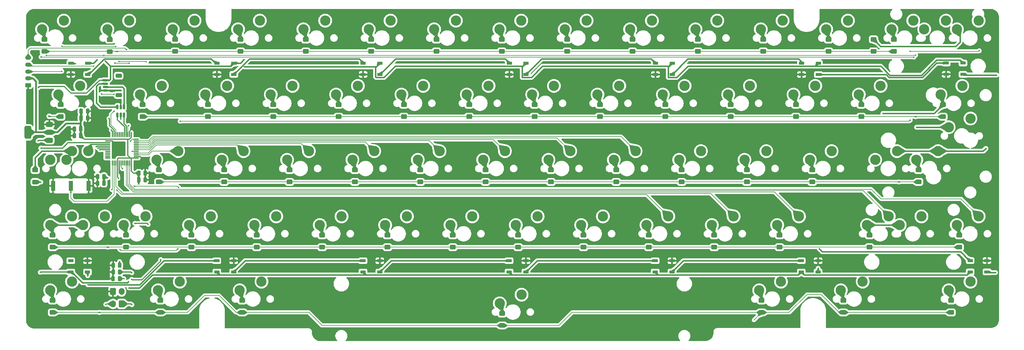
<source format=gbr>
%TF.GenerationSoftware,KiCad,Pcbnew,8.99.0-946-gf00a1ab517*%
%TF.CreationDate,2024-05-15T19:37:32+07:00*%
%TF.ProjectId,toro60,746f726f-3630-42e6-9b69-6361645f7063,rev?*%
%TF.SameCoordinates,Original*%
%TF.FileFunction,Copper,L2,Bot*%
%TF.FilePolarity,Positive*%
%FSLAX46Y46*%
G04 Gerber Fmt 4.6, Leading zero omitted, Abs format (unit mm)*
G04 Created by KiCad (PCBNEW 8.99.0-946-gf00a1ab517) date 2024-05-15 19:37:32*
%MOMM*%
%LPD*%
G01*
G04 APERTURE LIST*
G04 Aperture macros list*
%AMRoundRect*
0 Rectangle with rounded corners*
0 $1 Rounding radius*
0 $2 $3 $4 $5 $6 $7 $8 $9 X,Y pos of 4 corners*
0 Add a 4 corners polygon primitive as box body*
4,1,4,$2,$3,$4,$5,$6,$7,$8,$9,$2,$3,0*
0 Add four circle primitives for the rounded corners*
1,1,$1+$1,$2,$3*
1,1,$1+$1,$4,$5*
1,1,$1+$1,$6,$7*
1,1,$1+$1,$8,$9*
0 Add four rect primitives between the rounded corners*
20,1,$1+$1,$2,$3,$4,$5,0*
20,1,$1+$1,$4,$5,$6,$7,0*
20,1,$1+$1,$6,$7,$8,$9,0*
20,1,$1+$1,$8,$9,$2,$3,0*%
G04 Aperture macros list end*
%TA.AperFunction,ComponentPad*%
%ADD10C,0.400000*%
%TD*%
%TA.AperFunction,ComponentPad*%
%ADD11C,3.000000*%
%TD*%
%TA.AperFunction,ComponentPad*%
%ADD12RoundRect,0.250000X0.600000X0.750000X-0.600000X0.750000X-0.600000X-0.750000X0.600000X-0.750000X0*%
%TD*%
%TA.AperFunction,ComponentPad*%
%ADD13O,1.700000X2.000000*%
%TD*%
%TA.AperFunction,ComponentPad*%
%ADD14RoundRect,0.250000X0.625000X-0.350000X0.625000X0.350000X-0.625000X0.350000X-0.625000X-0.350000X0*%
%TD*%
%TA.AperFunction,ComponentPad*%
%ADD15O,1.750000X1.200000*%
%TD*%
%TA.AperFunction,ComponentPad*%
%ADD16RoundRect,0.250000X-0.600000X-0.750000X0.600000X-0.750000X0.600000X0.750000X-0.600000X0.750000X0*%
%TD*%
%TA.AperFunction,SMDPad,CuDef*%
%ADD17RoundRect,0.250000X0.600000X-0.400000X0.600000X0.400000X-0.600000X0.400000X-0.600000X-0.400000X0*%
%TD*%
%TA.AperFunction,SMDPad,CuDef*%
%ADD18RoundRect,0.375000X0.625000X0.375000X-0.625000X0.375000X-0.625000X-0.375000X0.625000X-0.375000X0*%
%TD*%
%TA.AperFunction,SMDPad,CuDef*%
%ADD19RoundRect,0.500000X0.500000X1.400000X-0.500000X1.400000X-0.500000X-1.400000X0.500000X-1.400000X0*%
%TD*%
%TA.AperFunction,SMDPad,CuDef*%
%ADD20RoundRect,0.250000X-0.250000X-0.475000X0.250000X-0.475000X0.250000X0.475000X-0.250000X0.475000X0*%
%TD*%
%TA.AperFunction,SMDPad,CuDef*%
%ADD21R,1.500000X0.900000*%
%TD*%
%TA.AperFunction,SMDPad,CuDef*%
%ADD22RoundRect,0.250000X0.250000X0.475000X-0.250000X0.475000X-0.250000X-0.475000X0.250000X-0.475000X0*%
%TD*%
%TA.AperFunction,SMDPad,CuDef*%
%ADD23RoundRect,0.250000X0.262500X0.450000X-0.262500X0.450000X-0.262500X-0.450000X0.262500X-0.450000X0*%
%TD*%
%TA.AperFunction,SMDPad,CuDef*%
%ADD24RoundRect,0.150000X-0.150000X0.512500X-0.150000X-0.512500X0.150000X-0.512500X0.150000X0.512500X0*%
%TD*%
%TA.AperFunction,SMDPad,CuDef*%
%ADD25R,1.190000X3.000000*%
%TD*%
%TA.AperFunction,SMDPad,CuDef*%
%ADD26RoundRect,0.150000X-0.625000X0.150000X-0.625000X-0.150000X0.625000X-0.150000X0.625000X0.150000X0*%
%TD*%
%TA.AperFunction,SMDPad,CuDef*%
%ADD27RoundRect,0.250000X-0.650000X0.350000X-0.650000X-0.350000X0.650000X-0.350000X0.650000X0.350000X0*%
%TD*%
%TA.AperFunction,SMDPad,CuDef*%
%ADD28RoundRect,0.075000X0.075000X-0.662500X0.075000X0.662500X-0.075000X0.662500X-0.075000X-0.662500X0*%
%TD*%
%TA.AperFunction,SMDPad,CuDef*%
%ADD29RoundRect,0.075000X0.662500X-0.075000X0.662500X0.075000X-0.662500X0.075000X-0.662500X-0.075000X0*%
%TD*%
%TA.AperFunction,ViaPad*%
%ADD30C,0.400000*%
%TD*%
%TA.AperFunction,ViaPad*%
%ADD31C,0.600000*%
%TD*%
%TA.AperFunction,Conductor*%
%ADD32C,0.200000*%
%TD*%
%TA.AperFunction,Conductor*%
%ADD33C,0.300000*%
%TD*%
%TA.AperFunction,Conductor*%
%ADD34C,0.500000*%
%TD*%
%TA.AperFunction,Conductor*%
%ADD35C,0.400000*%
%TD*%
G04 APERTURE END LIST*
D10*
%TO.P,SW29,1,1*%
%TO.N,Net-(D29-A)*%
X304503000Y-16500000D03*
X305743000Y-17760000D03*
X305753000Y-15260000D03*
D11*
X305753000Y-16510000D03*
D10*
X307003000Y-16510000D03*
%TO.P,SW29,2,2*%
%TO.N,C13*%
X310853000Y-13970000D03*
X312103000Y-12710000D03*
D11*
X312103000Y-13970000D03*
D10*
X312103000Y-15210000D03*
X313343000Y-13960000D03*
%TD*%
%TO.P,SW30,1,1*%
%TO.N,Net-(D30-A)*%
X49709000Y-35550000D03*
X50949000Y-36810000D03*
X50959000Y-34310000D03*
D11*
X50959000Y-35560000D03*
D10*
X52209000Y-35560000D03*
%TO.P,SW30,2,2*%
%TO.N,C0*%
X56059000Y-33020000D03*
X57309000Y-31760000D03*
D11*
X57309000Y-33020000D03*
D10*
X57309000Y-34260000D03*
X58549000Y-33010000D03*
%TD*%
%TO.P,SW16,1,1*%
%TO.N,Net-(D16-A)*%
X47328000Y-16500000D03*
X48568000Y-17760000D03*
X48578000Y-15260000D03*
D11*
X48578000Y-16510000D03*
D10*
X49828000Y-16510000D03*
%TO.P,SW16,2,2*%
%TO.N,C0*%
X53678000Y-13970000D03*
X54928000Y-12710000D03*
D11*
X54928000Y-13970000D03*
D10*
X54928000Y-15210000D03*
X56168000Y-13960000D03*
%TD*%
%TO.P,SW69,1,1*%
%TO.N,Net-(D69-A)*%
X275450999Y-73650000D03*
X276690999Y-74910000D03*
X276700999Y-72410000D03*
D11*
X276700999Y-73660000D03*
D10*
X277950999Y-73660000D03*
%TO.P,SW69,2,2*%
%TO.N,C12*%
X281800999Y-71120000D03*
X283050999Y-69860000D03*
D11*
X283050999Y-71120000D03*
D10*
X283050999Y-72360000D03*
X284290999Y-71110000D03*
%TD*%
%TO.P,SW50,1,1*%
%TO.N,Net-(D50-A)*%
X180677500Y-54600000D03*
X181917500Y-55860000D03*
X181927500Y-53360000D03*
D11*
X181927500Y-54610000D03*
D10*
X183177500Y-54610000D03*
%TO.P,SW50,2,2*%
%TO.N,C7*%
X187027500Y-52070000D03*
X188277500Y-50810000D03*
D11*
X188277500Y-52070000D03*
D10*
X188277500Y-53310000D03*
X189517500Y-52060000D03*
%TD*%
%TO.P,SW31,1,1*%
%TO.N,Net-(D31-A)*%
X75902500Y-35550000D03*
X77142500Y-36810000D03*
X77152500Y-34310000D03*
D11*
X77152500Y-35560000D03*
D10*
X78402500Y-35560000D03*
%TO.P,SW31,2,2*%
%TO.N,C1*%
X82252500Y-33020000D03*
X83502500Y-31760000D03*
D11*
X83502500Y-33020000D03*
D10*
X83502500Y-34260000D03*
X84742500Y-33010000D03*
%TD*%
%TO.P,SW13,1,1*%
%TO.N,Net-(D13-A)*%
X271165000Y2550000D03*
X272405000Y1290000D03*
X272415000Y3790000D03*
D11*
X272415000Y2540000D03*
D10*
X273665000Y2540000D03*
%TO.P,SW13,2,2*%
%TO.N,C12*%
X277515000Y5080000D03*
X278765000Y6340000D03*
D11*
X278765000Y5080000D03*
D10*
X278765000Y3840000D03*
X280005000Y5090000D03*
%TD*%
%TO.P,SW46,1,1*%
%TO.N,Net-(D46-A)*%
X104477500Y-54600000D03*
X105717500Y-55860000D03*
X105727500Y-53360000D03*
D11*
X105727500Y-54610000D03*
D10*
X106977500Y-54610000D03*
%TO.P,SW46,2,2*%
%TO.N,C3*%
X110827500Y-52070000D03*
X112077500Y-50810000D03*
D11*
X112077500Y-52070000D03*
D10*
X112077500Y-53310000D03*
X113317500Y-52060000D03*
%TD*%
%TO.P,SW19,1,1*%
%TO.N,Net-(D19-A)*%
X109240000Y-16500000D03*
X110480000Y-17760000D03*
X110490000Y-15260000D03*
D11*
X110490000Y-16510000D03*
D10*
X111740000Y-16510000D03*
%TO.P,SW19,2,2*%
%TO.N,C3*%
X115590000Y-13970000D03*
X116840000Y-12710000D03*
D11*
X116840000Y-13970000D03*
D10*
X116840000Y-15210000D03*
X118080000Y-13960000D03*
%TD*%
%TO.P,SW23,1,1*%
%TO.N,Net-(D23-A)*%
X185440000Y-16500000D03*
X186680000Y-17760000D03*
X186690000Y-15260000D03*
D11*
X186690000Y-16510000D03*
D10*
X187940000Y-16510000D03*
%TO.P,SW23,2,2*%
%TO.N,C7*%
X191790000Y-13970000D03*
X193040000Y-12710000D03*
D11*
X193040000Y-13970000D03*
D10*
X193040000Y-15210000D03*
X194280000Y-13960000D03*
%TD*%
D12*
%TO.P,SWb\u00F4t1,1,1*%
%TO.N,+3.3V*%
X67020000Y-77640000D03*
D13*
%TO.P,SWb\u00F4t1,2,2*%
%TO.N,boot*%
X64520000Y-77640000D03*
%TD*%
D10*
%TO.P,SW53,1,1*%
%TO.N,Net-(D53-A)*%
X237827500Y-54600000D03*
X239067500Y-55860000D03*
X239077500Y-53360000D03*
D11*
X239077500Y-54610000D03*
D10*
X240327500Y-54610000D03*
%TO.P,SW53,2,2*%
%TO.N,C10*%
X244177500Y-52070000D03*
X245427500Y-50810000D03*
D11*
X245427500Y-52070000D03*
D10*
X245427500Y-53310000D03*
X246667500Y-52060000D03*
%TD*%
%TO.P,SW28,1,1*%
%TO.N,Net-(D28-A)*%
X280690000Y-16500000D03*
X281930000Y-17760000D03*
X281940000Y-15260000D03*
D11*
X281940000Y-16510000D03*
D10*
X283190000Y-16510000D03*
%TO.P,SW28,2,2*%
%TO.N,C12*%
X287040000Y-13970000D03*
X288290000Y-12710000D03*
D11*
X288290000Y-13970000D03*
D10*
X288290000Y-15210000D03*
X289530000Y-13960000D03*
%TD*%
%TO.P,SW56,1,1*%
%TO.N,Net-(D56-A)*%
X309265000Y-54600000D03*
X310505000Y-55860000D03*
X310515000Y-53360000D03*
D11*
X310515000Y-54610000D03*
D10*
X311765000Y-54610000D03*
%TO.P,SW56,2,2*%
%TO.N,C13*%
X315615000Y-52070000D03*
X316865000Y-50810000D03*
D11*
X316865000Y-52070000D03*
D10*
X316865000Y-53310000D03*
X318105000Y-52060000D03*
%TD*%
%TO.P,SW34,1,1*%
%TO.N,Net-(D34-A)*%
X133052500Y-35550000D03*
X134292500Y-36810000D03*
X134302500Y-34310000D03*
D11*
X134302500Y-35560000D03*
D10*
X135552500Y-35560000D03*
%TO.P,SW34,2,2*%
%TO.N,C4*%
X139402500Y-33020000D03*
X140652500Y-31760000D03*
D11*
X140652500Y-33020000D03*
D10*
X140652500Y-34260000D03*
X141892500Y-33010000D03*
%TD*%
%TO.P,SW45,1,1*%
%TO.N,Net-(D45-A)*%
X85427500Y-54600000D03*
X86667500Y-55860000D03*
X86677500Y-53360000D03*
D11*
X86677500Y-54610000D03*
D10*
X87927500Y-54610000D03*
%TO.P,SW45,2,2*%
%TO.N,C2*%
X91777500Y-52070000D03*
X93027500Y-50810000D03*
D11*
X93027500Y-52070000D03*
D10*
X93027500Y-53310000D03*
X94267500Y-52060000D03*
%TD*%
%TO.P,SW2,1,1*%
%TO.N,Net-(D2-A)*%
X61615000Y2550000D03*
X62855000Y1290000D03*
X62865000Y3790000D03*
D11*
X62865000Y2540000D03*
D10*
X64115000Y2540000D03*
%TO.P,SW2,2,2*%
%TO.N,C1*%
X67965000Y5080000D03*
X69215000Y6340000D03*
D11*
X69215000Y5080000D03*
D10*
X69215000Y3840000D03*
X70455000Y5090000D03*
%TD*%
%TO.P,SW21,1,1*%
%TO.N,Net-(D21-A)*%
X147340000Y-16500000D03*
X148580000Y-17760000D03*
X148590000Y-15260000D03*
D11*
X148590000Y-16510000D03*
D10*
X149840000Y-16510000D03*
%TO.P,SW21,2,2*%
%TO.N,C5*%
X153690000Y-13970000D03*
X154940000Y-12710000D03*
D11*
X154940000Y-13970000D03*
D10*
X154940000Y-15210000D03*
X156180000Y-13960000D03*
%TD*%
%TO.P,SW3,1,1*%
%TO.N,Net-(D3-A)*%
X80665000Y2550000D03*
X81905000Y1290000D03*
X81915000Y3790000D03*
D11*
X81915000Y2540000D03*
D10*
X83165000Y2540000D03*
%TO.P,SW3,2,2*%
%TO.N,C2*%
X87015000Y5080000D03*
X88265000Y6340000D03*
D11*
X88265000Y5080000D03*
D10*
X88265000Y3840000D03*
X89505000Y5090000D03*
%TD*%
%TO.P,SW26,1,1*%
%TO.N,Net-(D26-A)*%
X242590000Y-16500000D03*
X243830000Y-17760000D03*
X243840000Y-15260000D03*
D11*
X243840000Y-16510000D03*
D10*
X245090000Y-16510000D03*
%TO.P,SW26,2,2*%
%TO.N,C10*%
X248940000Y-13970000D03*
X250190000Y-12710000D03*
D11*
X250190000Y-13970000D03*
D10*
X250190000Y-15210000D03*
X251430000Y-13960000D03*
%TD*%
D14*
%TO.P,J2,1,Pin_1*%
%TO.N,GND*%
X39750000Y-13790000D03*
D15*
%TO.P,J2,2,Pin_2*%
%TO.N,+3.3V*%
X39750000Y-11790000D03*
%TO.P,J2,3,Pin_3*%
%TO.N,RST*%
X39750000Y-9790000D03*
%TO.P,J2,4,Pin_4*%
%TO.N,DIO*%
X39750000Y-7790000D03*
%TO.P,J2,5,Pin_5*%
%TO.N,CLK*%
X39750000Y-5790000D03*
%TD*%
D10*
%TO.P,SW8,1,1*%
%TO.N,Net-(D8-A)*%
X175915000Y2550000D03*
X177155000Y1290000D03*
X177165000Y3790000D03*
D11*
X177165000Y2540000D03*
D10*
X178415000Y2540000D03*
%TO.P,SW8,2,2*%
%TO.N,C7*%
X182265000Y5080000D03*
X183515000Y6340000D03*
D11*
X183515000Y5080000D03*
D10*
X183515000Y3840000D03*
X184755000Y5090000D03*
%TD*%
%TO.P,SW22,1,1*%
%TO.N,Net-(D22-A)*%
X166390000Y-16500000D03*
X167630000Y-17760000D03*
X167640000Y-15260000D03*
D11*
X167640000Y-16510000D03*
D10*
X168890000Y-16510000D03*
%TO.P,SW22,2,2*%
%TO.N,C6*%
X172740000Y-13970000D03*
X173990000Y-12710000D03*
D11*
X173990000Y-13970000D03*
D10*
X173990000Y-15210000D03*
X175230000Y-13960000D03*
%TD*%
%TO.P,SW6,1,1*%
%TO.N,Net-(D6-A)*%
X137815000Y2550000D03*
X139055000Y1290000D03*
X139065000Y3790000D03*
D11*
X139065000Y2540000D03*
D10*
X140315000Y2540000D03*
%TO.P,SW6,2,2*%
%TO.N,C5*%
X144165000Y5080000D03*
X145415000Y6340000D03*
D11*
X145415000Y5080000D03*
D10*
X145415000Y3840000D03*
X146655000Y5090000D03*
%TD*%
%TO.P,SW14,1,1*%
%TO.N,Net-(D14-A)*%
X290215000Y2550000D03*
X291455000Y1290000D03*
X291465000Y3790000D03*
D11*
X291465000Y2540000D03*
D10*
X292715000Y2540000D03*
%TO.P,SW14,2,2*%
%TO.N,C13*%
X296565000Y5080000D03*
X297815000Y6340000D03*
D11*
X297815000Y5080000D03*
D10*
X297815000Y3840000D03*
X299055000Y5090000D03*
%TD*%
%TO.P,SW20,1,1*%
%TO.N,Net-(D20-A)*%
X128290000Y-16500000D03*
X129530000Y-17760000D03*
X129540000Y-15260000D03*
D11*
X129540000Y-16510000D03*
D10*
X130790000Y-16510000D03*
%TO.P,SW20,2,2*%
%TO.N,C4*%
X134640000Y-13970000D03*
X135890000Y-12710000D03*
D11*
X135890000Y-13970000D03*
D10*
X135890000Y-15210000D03*
X137130000Y-13960000D03*
%TD*%
%TO.P,SW24,1,1*%
%TO.N,Net-(D24-A)*%
X204490000Y-16500000D03*
X205730000Y-17760000D03*
X205740000Y-15260000D03*
D11*
X205740000Y-16510000D03*
D10*
X206990000Y-16510000D03*
%TO.P,SW24,2,2*%
%TO.N,C8*%
X210840000Y-13970000D03*
X212090000Y-12710000D03*
D11*
X212090000Y-13970000D03*
D10*
X212090000Y-15210000D03*
X213330000Y-13960000D03*
%TD*%
%TO.P,SW40,1,1*%
%TO.N,Net-(D40-A)*%
X247352500Y-35550000D03*
X248592500Y-36810000D03*
X248602500Y-34310000D03*
D11*
X248602500Y-35560000D03*
D10*
X249852500Y-35560000D03*
%TO.P,SW40,2,2*%
%TO.N,C10*%
X253702500Y-33020000D03*
X254952500Y-31760000D03*
D11*
X254952500Y-33020000D03*
D10*
X254952500Y-34260000D03*
X256192500Y-33010000D03*
%TD*%
%TO.P,SW36,1,1*%
%TO.N,Net-(D36-A)*%
X171152500Y-35550000D03*
X172392500Y-36810000D03*
X172402500Y-34310000D03*
D11*
X172402500Y-35560000D03*
D10*
X173652500Y-35560000D03*
%TO.P,SW36,2,2*%
%TO.N,C6*%
X177502500Y-33020000D03*
X178752500Y-31760000D03*
D11*
X178752500Y-33020000D03*
D10*
X178752500Y-34260000D03*
X179992500Y-33010000D03*
%TD*%
%TO.P,SW35,1,1*%
%TO.N,Net-(D35-A)*%
X152102500Y-35550000D03*
X153342500Y-36810000D03*
X153352500Y-34310000D03*
D11*
X153352500Y-35560000D03*
D10*
X154602500Y-35560000D03*
%TO.P,SW35,2,2*%
%TO.N,C5*%
X158452500Y-33020000D03*
X159702500Y-31760000D03*
D11*
X159702500Y-33020000D03*
D10*
X159702500Y-34260000D03*
X160942500Y-33010000D03*
%TD*%
%TO.P,SW17,1,1*%
%TO.N,Net-(D17-A)*%
X71140000Y-16500000D03*
X72380000Y-17760000D03*
X72390000Y-15260000D03*
D11*
X72390000Y-16510000D03*
D10*
X73640000Y-16510000D03*
%TO.P,SW17,2,2*%
%TO.N,C1*%
X77490000Y-13970000D03*
X78740000Y-12710000D03*
D11*
X78740000Y-13970000D03*
D10*
X78740000Y-15210000D03*
X79980000Y-13960000D03*
%TD*%
%TO.P,SW41,1,1*%
%TO.N,Net-(D41-A)*%
X266402500Y-35550000D03*
X267642500Y-36810000D03*
X267652500Y-34310000D03*
D11*
X267652500Y-35560000D03*
D10*
X268902500Y-35560000D03*
%TO.P,SW41,2,2*%
%TO.N,C11*%
X272752500Y-33020000D03*
X274002500Y-31760000D03*
D11*
X274002500Y-33020000D03*
D10*
X274002500Y-34260000D03*
X275242500Y-33010000D03*
%TD*%
%TO.P,SW39,1,1*%
%TO.N,Net-(D39-A)*%
X228302500Y-35550000D03*
X229542500Y-36810000D03*
X229552500Y-34310000D03*
D11*
X229552500Y-35560000D03*
D10*
X230802500Y-35560000D03*
%TO.P,SW39,2,2*%
%TO.N,C9*%
X234652500Y-33020000D03*
X235902500Y-31760000D03*
D11*
X235902500Y-33020000D03*
D10*
X235902500Y-34260000D03*
X237142500Y-33010000D03*
%TD*%
%TO.P,SW1005,1,1*%
%TO.N,Net-(D55-A)*%
X292596500Y-54600000D03*
X293836500Y-55860000D03*
X293846500Y-53360000D03*
D11*
X293846500Y-54610000D03*
D10*
X295096500Y-54610000D03*
%TO.P,SW1005,2,2*%
%TO.N,C12*%
X298946500Y-52070000D03*
X300196500Y-50810000D03*
D11*
X300196500Y-52070000D03*
D10*
X300196500Y-53310000D03*
X301436500Y-52060000D03*
%TD*%
%TO.P,SW11,1,1*%
%TO.N,Net-(D11-A)*%
X233065000Y2550000D03*
X234305000Y1290000D03*
X234315000Y3790000D03*
D11*
X234315000Y2540000D03*
D10*
X235565000Y2540000D03*
%TO.P,SW11,2,2*%
%TO.N,C10*%
X239415000Y5080000D03*
X240665000Y6340000D03*
D11*
X240665000Y5080000D03*
D10*
X240665000Y3840000D03*
X241905000Y5090000D03*
%TD*%
%TO.P,SW49,1,1*%
%TO.N,Net-(D49-A)*%
X161627500Y-54600000D03*
X162867500Y-55860000D03*
X162877500Y-53360000D03*
D11*
X162877500Y-54610000D03*
D10*
X164127500Y-54610000D03*
%TO.P,SW49,2,2*%
%TO.N,C6*%
X167977500Y-52070000D03*
X169227500Y-50810000D03*
D11*
X169227500Y-52070000D03*
D10*
X169227500Y-53310000D03*
X170467500Y-52060000D03*
%TD*%
D16*
%TO.P,SWb\u00F4trst1,1,1*%
%TO.N,GND*%
X64500000Y-74020000D03*
D13*
%TO.P,SWb\u00F4trst1,2,2*%
%TO.N,RST*%
X67000000Y-74020000D03*
%TD*%
D10*
%TO.P,SW1001,1,1*%
%TO.N,Net-(D29-A)*%
X285452500Y-35550000D03*
X286692500Y-36810000D03*
X286702500Y-34310000D03*
D11*
X286702500Y-35560000D03*
D10*
X287952500Y-35560000D03*
%TO.P,SW1001,2,2*%
%TO.N,C13*%
X291802500Y-33020000D03*
X293052500Y-31760000D03*
D11*
X293052500Y-33020000D03*
D10*
X293052500Y-34260000D03*
X294292500Y-33010000D03*
%TD*%
%TO.P,SW12,1,1*%
%TO.N,Net-(D12-A)*%
X252115000Y2550000D03*
X253355000Y1290000D03*
X253365000Y3790000D03*
D11*
X253365000Y2540000D03*
D10*
X254615000Y2540000D03*
%TO.P,SW12,2,2*%
%TO.N,C11*%
X258465000Y5080000D03*
X259715000Y6340000D03*
D11*
X259715000Y5080000D03*
D10*
X259715000Y3840000D03*
X260955000Y5090000D03*
%TD*%
%TO.P,SW1002,1,1*%
%TO.N,C0*%
X44946000Y-35550000D03*
X46186000Y-36810000D03*
X46196000Y-34310000D03*
D11*
X46196000Y-35560000D03*
D10*
X47446000Y-35560000D03*
%TO.P,SW1002,2,2*%
%TO.N,Net-(D30-A)*%
X51296000Y-33020000D03*
X52546000Y-31760000D03*
D11*
X52546000Y-33020000D03*
D10*
X52546000Y-34260000D03*
X53786000Y-33010000D03*
%TD*%
%TO.P,SW1,1,1*%
%TO.N,Net-(D1-A)*%
X42565000Y2550000D03*
X43805000Y1290000D03*
X43815000Y3790000D03*
D11*
X43815000Y2540000D03*
D10*
X45065000Y2540000D03*
%TO.P,SW1,2,2*%
%TO.N,C0*%
X48915000Y5080000D03*
X50165000Y6340000D03*
D11*
X50165000Y5080000D03*
D10*
X50165000Y3840000D03*
X51405000Y5090000D03*
%TD*%
%TO.P,SW55,1,1*%
%TO.N,Net-(D55-A)*%
X283071500Y-54600000D03*
X284311500Y-55860000D03*
X284321500Y-53360000D03*
D11*
X284321500Y-54610000D03*
D10*
X285571500Y-54610000D03*
%TO.P,SW55,2,2*%
%TO.N,C12*%
X289421500Y-52070000D03*
X290671500Y-50810000D03*
D11*
X290671500Y-52070000D03*
D10*
X290671500Y-53310000D03*
X291911500Y-52060000D03*
%TD*%
%TO.P,SW7,1,1*%
%TO.N,Net-(D7-A)*%
X156865000Y2550000D03*
X158105000Y1290000D03*
X158115000Y3790000D03*
D11*
X158115000Y2540000D03*
D10*
X159365000Y2540000D03*
%TO.P,SW7,2,2*%
%TO.N,C6*%
X163215000Y5080000D03*
X164465000Y6340000D03*
D11*
X164465000Y5080000D03*
D10*
X164465000Y3840000D03*
X165705000Y5090000D03*
%TD*%
%TO.P,SW9,1,1*%
%TO.N,Net-(D9-A)*%
X194965000Y2550000D03*
X196205000Y1290000D03*
X196215000Y3790000D03*
D11*
X196215000Y2540000D03*
D10*
X197465000Y2540000D03*
%TO.P,SW9,2,2*%
%TO.N,C8*%
X201315000Y5080000D03*
X202565000Y6340000D03*
D11*
X202565000Y5080000D03*
D10*
X202565000Y3840000D03*
X203805000Y5090000D03*
%TD*%
%TO.P,SW54,1,1*%
%TO.N,Net-(D54-A)*%
X256877500Y-54600000D03*
X258117500Y-55860000D03*
X258127500Y-53360000D03*
D11*
X258127500Y-54610000D03*
D10*
X259377500Y-54610000D03*
%TO.P,SW54,2,2*%
%TO.N,C11*%
X263227500Y-52070000D03*
X264477500Y-50810000D03*
D11*
X264477500Y-52070000D03*
D10*
X264477500Y-53310000D03*
X265717500Y-52060000D03*
%TD*%
%TO.P,SW4,1,1*%
%TO.N,Net-(D4-A)*%
X99715000Y2550000D03*
X100955000Y1290000D03*
X100965000Y3790000D03*
D11*
X100965000Y2540000D03*
D10*
X102215000Y2540000D03*
%TO.P,SW4,2,2*%
%TO.N,C3*%
X106065000Y5080000D03*
X107315000Y6340000D03*
D11*
X107315000Y5080000D03*
D10*
X107315000Y3840000D03*
X108555000Y5090000D03*
%TD*%
%TO.P,SW63,1,1*%
%TO.N,Net-(D63-A)*%
X176010000Y-77460000D03*
X177250000Y-78720000D03*
X177260000Y-76220000D03*
D11*
X177260000Y-77470000D03*
D10*
X178510000Y-77470000D03*
%TO.P,SW63,2,2*%
%TO.N,C6*%
X182360000Y-74930000D03*
X183610000Y-73670000D03*
D11*
X183610000Y-74930000D03*
D10*
X183610000Y-76170000D03*
X184850000Y-74920000D03*
%TD*%
%TO.P,SW44,1,1*%
%TO.N,Net-(D44-A)*%
X66377500Y-54600000D03*
X67617500Y-55860000D03*
X67627500Y-53360000D03*
D11*
X67627500Y-54610000D03*
D10*
X68877500Y-54610000D03*
%TO.P,SW44,2,2*%
%TO.N,C1*%
X72727500Y-52070000D03*
X73977500Y-50810000D03*
D11*
X73977500Y-52070000D03*
D10*
X73977500Y-53310000D03*
X75217500Y-52060000D03*
%TD*%
%TO.P,SW42,1,1*%
%TO.N,Net-(D42-A)*%
X297433099Y-35550000D03*
X298673099Y-36810000D03*
X298683099Y-34310000D03*
D11*
X298683099Y-35560000D03*
D10*
X299933099Y-35560000D03*
%TO.P,SW42,2,2*%
%TO.N,C13*%
X303783099Y-33020000D03*
X305033099Y-31760000D03*
D11*
X305033099Y-33020000D03*
D10*
X305033099Y-34260000D03*
X306273099Y-33010000D03*
%TD*%
%TO.P,SW32,1,1*%
%TO.N,Net-(D32-A)*%
X94952500Y-35550000D03*
X96192500Y-36810000D03*
X96202500Y-34310000D03*
D11*
X96202500Y-35560000D03*
D10*
X97452500Y-35560000D03*
%TO.P,SW32,2,2*%
%TO.N,C2*%
X101302500Y-33020000D03*
X102552500Y-31760000D03*
D11*
X102552500Y-33020000D03*
D10*
X102552500Y-34260000D03*
X103792500Y-33010000D03*
%TD*%
%TO.P,SW58,1,1*%
%TO.N,Net-(D58-A)*%
X76378500Y-73650000D03*
X77618500Y-74910000D03*
X77628500Y-72410000D03*
D11*
X77628500Y-73660000D03*
D10*
X78878500Y-73660000D03*
%TO.P,SW58,2,2*%
%TO.N,C1*%
X82728500Y-71120000D03*
X83978500Y-69860000D03*
D11*
X83978500Y-71120000D03*
D10*
X83978500Y-72360000D03*
X85218500Y-71110000D03*
%TD*%
%TO.P,SW51,1,1*%
%TO.N,Net-(D51-A)*%
X199727500Y-54600000D03*
X200967500Y-55860000D03*
X200977500Y-53360000D03*
D11*
X200977500Y-54610000D03*
D10*
X202227500Y-54610000D03*
%TO.P,SW51,2,2*%
%TO.N,C8*%
X206077500Y-52070000D03*
X207327500Y-50810000D03*
D11*
X207327500Y-52070000D03*
D10*
X207327500Y-53310000D03*
X208567500Y-52060000D03*
%TD*%
%TO.P,SW33,1,1*%
%TO.N,Net-(D33-A)*%
X114002500Y-35550000D03*
X115242500Y-36810000D03*
X115252500Y-34310000D03*
D11*
X115252500Y-35560000D03*
D10*
X116502500Y-35560000D03*
%TO.P,SW33,2,2*%
%TO.N,C3*%
X120352500Y-33020000D03*
X121602500Y-31760000D03*
D11*
X121602500Y-33020000D03*
D10*
X121602500Y-34260000D03*
X122842500Y-33010000D03*
%TD*%
%TO.P,SW27,1,1*%
%TO.N,Net-(D27-A)*%
X261640000Y-16500000D03*
X262880000Y-17760000D03*
X262890000Y-15260000D03*
D11*
X262890000Y-16510000D03*
D10*
X264140000Y-16510000D03*
%TO.P,SW27,2,2*%
%TO.N,C11*%
X267990000Y-13970000D03*
X269240000Y-12710000D03*
D11*
X269240000Y-13970000D03*
D10*
X269240000Y-15210000D03*
X270480000Y-13960000D03*
%TD*%
%TO.P,SW5,1,1*%
%TO.N,Net-(D5-A)*%
X118765000Y2550000D03*
X120005000Y1290000D03*
X120015000Y3790000D03*
D11*
X120015000Y2540000D03*
D10*
X121265000Y2540000D03*
%TO.P,SW5,2,2*%
%TO.N,C4*%
X125115000Y5080000D03*
X126365000Y6340000D03*
D11*
X126365000Y5080000D03*
D10*
X126365000Y3840000D03*
X127605000Y5090000D03*
%TD*%
%TO.P,SW25,1,1*%
%TO.N,Net-(D25-A)*%
X223540000Y-16500000D03*
X224780000Y-17760000D03*
X224790000Y-15260000D03*
D11*
X224790000Y-16510000D03*
D10*
X226040000Y-16510000D03*
%TO.P,SW25,2,2*%
%TO.N,C9*%
X229890000Y-13970000D03*
X231140000Y-12710000D03*
D11*
X231140000Y-13970000D03*
D10*
X231140000Y-15210000D03*
X232380000Y-13960000D03*
%TD*%
%TO.P,SW70,1,1*%
%TO.N,Net-(D70-A)*%
X306883500Y-73650000D03*
X308123500Y-74910000D03*
X308133500Y-72410000D03*
D11*
X308133500Y-73660000D03*
D10*
X309383500Y-73660000D03*
%TO.P,SW70,2,2*%
%TO.N,C13*%
X313233500Y-71120000D03*
X314483500Y-69860000D03*
D11*
X314483500Y-71120000D03*
D10*
X314483500Y-72360000D03*
X315723500Y-71110000D03*
%TD*%
%TO.P,SW43,1,1*%
%TO.N,Net-(D43-A)*%
X44946000Y-54600000D03*
X46186000Y-55860000D03*
X46196000Y-53360000D03*
D11*
X46196000Y-54610000D03*
D10*
X47446000Y-54610000D03*
%TO.P,SW43,2,2*%
%TO.N,C0*%
X51296000Y-52070000D03*
X52546000Y-50810000D03*
D11*
X52546000Y-52070000D03*
D10*
X52546000Y-53310000D03*
X53786000Y-52060000D03*
%TD*%
%TO.P,SW47,1,1*%
%TO.N,Net-(D47-A)*%
X123527500Y-54600000D03*
X124767500Y-55860000D03*
X124777500Y-53360000D03*
D11*
X124777500Y-54610000D03*
D10*
X126027500Y-54610000D03*
%TO.P,SW47,2,2*%
%TO.N,C4*%
X129877500Y-52070000D03*
X131127500Y-50810000D03*
D11*
X131127500Y-52070000D03*
D10*
X131127500Y-53310000D03*
X132367500Y-52060000D03*
%TD*%
%TO.P,SW59,1,1*%
%TO.N,Net-(D59-A)*%
X100191000Y-73650000D03*
X101431000Y-74910000D03*
X101441000Y-72410000D03*
D11*
X101441000Y-73660000D03*
D10*
X102691000Y-73660000D03*
%TO.P,SW59,2,2*%
%TO.N,C2*%
X106541000Y-71120000D03*
X107791000Y-69860000D03*
D11*
X107791000Y-71120000D03*
D10*
X107791000Y-72360000D03*
X109031000Y-71110000D03*
%TD*%
%TO.P,SW1004,1,1*%
%TO.N,Net-(D43-A)*%
X54545600Y-54600000D03*
X55785600Y-55860000D03*
X55795600Y-53360000D03*
D11*
X55795600Y-54610000D03*
D10*
X57045600Y-54610000D03*
%TO.P,SW1004,2,2*%
%TO.N,C0*%
X60895600Y-52070000D03*
X62145600Y-50810000D03*
D11*
X62145600Y-52070000D03*
D10*
X62145600Y-53310000D03*
X63385600Y-52060000D03*
%TD*%
%TO.P,SW1000,1,1*%
%TO.N,Net-(D14-A)*%
X299740000Y2550000D03*
X300980000Y1290000D03*
X300990000Y3790000D03*
D11*
X300990000Y2540000D03*
D10*
X302240000Y2540000D03*
%TO.P,SW1000,2,2*%
%TO.N,C13*%
X306090000Y5080000D03*
X307340000Y6340000D03*
D11*
X307340000Y5080000D03*
D10*
X307340000Y3840000D03*
X308580000Y5090000D03*
%TD*%
%TO.P,SW18,1,1*%
%TO.N,Net-(D18-A)*%
X90190000Y-16500000D03*
X91430000Y-17760000D03*
X91440000Y-15260000D03*
D11*
X91440000Y-16510000D03*
D10*
X92690000Y-16510000D03*
%TO.P,SW18,2,2*%
%TO.N,C2*%
X96540000Y-13970000D03*
X97790000Y-12710000D03*
D11*
X97790000Y-13970000D03*
D10*
X97790000Y-15210000D03*
X99030000Y-13960000D03*
%TD*%
%TO.P,SW10,1,1*%
%TO.N,Net-(D10-A)*%
X214015000Y2550000D03*
X215255000Y1290000D03*
X215265000Y3790000D03*
D11*
X215265000Y2540000D03*
D10*
X216515000Y2540000D03*
%TO.P,SW10,2,2*%
%TO.N,C9*%
X220365000Y5080000D03*
X221615000Y6340000D03*
D11*
X221615000Y5080000D03*
D10*
X221615000Y3840000D03*
X222855000Y5090000D03*
%TD*%
%TO.P,SW68,1,1*%
%TO.N,Net-(D68-A)*%
X251638499Y-73650000D03*
X252878499Y-74910000D03*
X252888499Y-72410000D03*
D11*
X252888499Y-73660000D03*
D10*
X254138499Y-73660000D03*
%TO.P,SW68,2,2*%
%TO.N,C11*%
X257988499Y-71120000D03*
X259238499Y-69860000D03*
D11*
X259238499Y-71120000D03*
D10*
X259238499Y-72360000D03*
X260478499Y-71110000D03*
%TD*%
%TO.P,SW52,1,1*%
%TO.N,Net-(D52-A)*%
X218777500Y-54600000D03*
X220017500Y-55860000D03*
X220027500Y-53360000D03*
D11*
X220027500Y-54610000D03*
D10*
X221277500Y-54610000D03*
%TO.P,SW52,2,2*%
%TO.N,C9*%
X225127500Y-52070000D03*
X226377500Y-50810000D03*
D11*
X226377500Y-52070000D03*
D10*
X226377500Y-53310000D03*
X227617500Y-52060000D03*
%TD*%
%TO.P,SW57,1,1*%
%TO.N,Net-(D57-A)*%
X44946000Y-73650000D03*
X46186000Y-74910000D03*
X46196000Y-72410000D03*
D11*
X46196000Y-73660000D03*
D10*
X47446000Y-73660000D03*
%TO.P,SW57,2,2*%
%TO.N,C0*%
X51296000Y-71120000D03*
X52546000Y-69860000D03*
D11*
X52546000Y-71120000D03*
D10*
X52546000Y-72360000D03*
X53786000Y-71110000D03*
%TD*%
%TO.P,SW38,1,1*%
%TO.N,Net-(D38-A)*%
X209252500Y-35550000D03*
X210492500Y-36810000D03*
X210502500Y-34310000D03*
D11*
X210502500Y-35560000D03*
D10*
X211752500Y-35560000D03*
%TO.P,SW38,2,2*%
%TO.N,C8*%
X215602500Y-33020000D03*
X216852500Y-31760000D03*
D11*
X216852500Y-33020000D03*
D10*
X216852500Y-34260000D03*
X218092500Y-33010000D03*
%TD*%
%TO.P,SW48,1,1*%
%TO.N,Net-(D48-A)*%
X142577500Y-54600000D03*
X143817500Y-55860000D03*
X143827500Y-53360000D03*
D11*
X143827500Y-54610000D03*
D10*
X145077500Y-54610000D03*
%TO.P,SW48,2,2*%
%TO.N,C5*%
X148927500Y-52070000D03*
X150177500Y-50810000D03*
D11*
X150177500Y-52070000D03*
D10*
X150177500Y-53310000D03*
X151417500Y-52060000D03*
%TD*%
%TO.P,SW37,1,1*%
%TO.N,Net-(D37-A)*%
X190202500Y-35550000D03*
X191442500Y-36810000D03*
X191452500Y-34310000D03*
D11*
X191452500Y-35560000D03*
D10*
X192702500Y-35560000D03*
%TO.P,SW37,2,2*%
%TO.N,C7*%
X196552500Y-33020000D03*
X197802500Y-31760000D03*
D11*
X197802500Y-33020000D03*
D10*
X197802500Y-34260000D03*
X199042500Y-33010000D03*
%TD*%
%TO.P,SW1003,1,1*%
%TO.N,Net-(D42-A)*%
X306883500Y-26025000D03*
X308123500Y-27285000D03*
X308133500Y-24785000D03*
D11*
X308133500Y-26035000D03*
D10*
X309383500Y-26035000D03*
%TO.P,SW1003,2,2*%
%TO.N,C13*%
X313233500Y-23495000D03*
X314483500Y-22235000D03*
D11*
X314483500Y-23495000D03*
D10*
X314483500Y-24735000D03*
X315723500Y-23485000D03*
%TD*%
%TO.P,SW15,1,1*%
%TO.N,Net-(D15-A)*%
X309265000Y2550000D03*
X310505000Y1290000D03*
X310515000Y3790000D03*
D11*
X310515000Y2540000D03*
D10*
X311765000Y2540000D03*
%TO.P,SW15,2,2*%
%TO.N,C14*%
X315615000Y5080000D03*
X316865000Y6340000D03*
D11*
X316865000Y5080000D03*
D10*
X316865000Y3840000D03*
X318105000Y5090000D03*
%TD*%
D17*
%TO.P,D14,1,K*%
%TO.N,R0*%
X292160000Y-3920000D03*
%TO.P,D14,2,A*%
%TO.N,Net-(D14-A)*%
X292160000Y-420000D03*
%TD*%
D18*
%TO.P,U2,1,ADJ*%
%TO.N,GND*%
X45960000Y-25250000D03*
%TO.P,U2,2,VO*%
%TO.N,+3.3V*%
X45960000Y-27550000D03*
D19*
X39660000Y-27550000D03*
D18*
%TO.P,U2,3,VI*%
%TO.N,+5V*%
X45960000Y-29850000D03*
%TD*%
D17*
%TO.P,D25,1,K*%
%TO.N,R1*%
X225485000Y-22970000D03*
%TO.P,D25,2,A*%
%TO.N,Net-(D25-A)*%
X225485000Y-19470000D03*
%TD*%
%TO.P,D42,1,K*%
%TO.N,R2*%
X299378099Y-42020000D03*
%TO.P,D42,2,A*%
%TO.N,Net-(D42-A)*%
X299378099Y-38520000D03*
%TD*%
%TO.P,D36,1,K*%
%TO.N,R2*%
X173097500Y-42020000D03*
%TO.P,D36,2,A*%
%TO.N,Net-(D36-A)*%
X173097500Y-38520000D03*
%TD*%
%TO.P,D13,1,K*%
%TO.N,R0*%
X273110000Y-3920000D03*
%TO.P,D13,2,A*%
%TO.N,Net-(D13-A)*%
X273110000Y-420000D03*
%TD*%
%TO.P,D29,1,K*%
%TO.N,R1*%
X306448000Y-22970000D03*
%TO.P,D29,2,A*%
%TO.N,Net-(D29-A)*%
X306448000Y-19470000D03*
%TD*%
%TO.P,D49,1,K*%
%TO.N,R3*%
X163572500Y-61070000D03*
%TO.P,D49,2,A*%
%TO.N,Net-(D49-A)*%
X163572500Y-57570000D03*
%TD*%
D20*
%TO.P,C6,1*%
%TO.N,GND*%
X53200000Y-28550000D03*
%TO.P,C6,2*%
%TO.N,+3.3V*%
X55100000Y-28550000D03*
%TD*%
D17*
%TO.P,D46,1,K*%
%TO.N,R3*%
X106422500Y-61070000D03*
%TO.P,D46,2,A*%
%TO.N,Net-(D46-A)*%
X106422500Y-57570000D03*
%TD*%
D21*
%TO.P,Drgb8,1,VDD*%
%TO.N,+5V*%
X265170000Y-68320000D03*
%TO.P,Drgb8,2,DOUT*%
%TO.N,Net-(Drgb8-DOUT)*%
X265170000Y-65020000D03*
%TO.P,Drgb8,3,VSS*%
%TO.N,GND*%
X270070000Y-65020000D03*
%TO.P,Drgb8,4,DIN*%
%TO.N,Net-(Drgb7-DOUT)*%
X270070000Y-68320000D03*
%TD*%
D17*
%TO.P,D21,1,K*%
%TO.N,R1*%
X149285000Y-22970000D03*
%TO.P,D21,2,A*%
%TO.N,Net-(D21-A)*%
X149285000Y-19470000D03*
%TD*%
%TO.P,D47,1,K*%
%TO.N,R3*%
X125472500Y-61070000D03*
%TO.P,D47,2,A*%
%TO.N,Net-(D47-A)*%
X125472500Y-57570000D03*
%TD*%
%TO.P,D45,1,K*%
%TO.N,R3*%
X87372500Y-61070000D03*
%TO.P,D45,2,A*%
%TO.N,Net-(D45-A)*%
X87372500Y-57570000D03*
%TD*%
D21*
%TO.P,Drgb6,1,VDD*%
%TO.N,+5V*%
X312290000Y-7300000D03*
%TO.P,Drgb6,2,DOUT*%
%TO.N,Net-(Drgb6-DOUT)*%
X312290000Y-10600000D03*
%TO.P,Drgb6,3,VSS*%
%TO.N,GND*%
X307390000Y-10600000D03*
%TO.P,Drgb6,4,DIN*%
%TO.N,Net-(Drgb5-DOUT)*%
X307390000Y-7300000D03*
%TD*%
D17*
%TO.P,D38,1,K*%
%TO.N,R2*%
X211197500Y-42020000D03*
%TO.P,D38,2,A*%
%TO.N,Net-(D38-A)*%
X211197500Y-38520000D03*
%TD*%
%TO.P,D3,1,K*%
%TO.N,R0*%
X82610000Y-3920000D03*
%TO.P,D3,2,A*%
%TO.N,Net-(D3-A)*%
X82610000Y-420000D03*
%TD*%
D22*
%TO.P,C7,1*%
%TO.N,GND*%
X57090000Y-23330000D03*
%TO.P,C7,2*%
%TO.N,+3.3V*%
X55190000Y-23330000D03*
%TD*%
D17*
%TO.P,D20,1,K*%
%TO.N,R1*%
X130235000Y-22970000D03*
%TO.P,D20,2,A*%
%TO.N,Net-(D20-A)*%
X130235000Y-19470000D03*
%TD*%
%TO.P,D30,1,K*%
%TO.N,R2*%
X41830000Y-42057500D03*
%TO.P,D30,2,A*%
%TO.N,Net-(D30-A)*%
X41830000Y-38557500D03*
%TD*%
%TO.P,D31,1,K*%
%TO.N,R2*%
X77847500Y-42020000D03*
%TO.P,D31,2,A*%
%TO.N,Net-(D31-A)*%
X77847500Y-38520000D03*
%TD*%
D20*
%TO.P,C5,1*%
%TO.N,GND*%
X64530000Y-68310000D03*
%TO.P,C5,2*%
%TO.N,+3.3V*%
X66430000Y-68310000D03*
%TD*%
D23*
%TO.P,R1,1*%
%TO.N,boot*%
X66400000Y-66370000D03*
%TO.P,R1,2*%
%TO.N,GND*%
X64575000Y-66370000D03*
%TD*%
D21*
%TO.P,Drgb11,1,VDD*%
%TO.N,+5V*%
X137370000Y-68320000D03*
%TO.P,Drgb11,2,DOUT*%
%TO.N,Net-(Drgb11-DOUT)*%
X137370000Y-65020000D03*
%TO.P,Drgb11,3,VSS*%
%TO.N,GND*%
X142270000Y-65020000D03*
%TO.P,Drgb11,4,DIN*%
%TO.N,Net-(Drgb10-DOUT)*%
X142270000Y-68320000D03*
%TD*%
%TO.P,Drgb12,1,VDD*%
%TO.N,+5V*%
X94770000Y-68320000D03*
%TO.P,Drgb12,2,DOUT*%
%TO.N,Net-(Drgb12-DOUT)*%
X94770000Y-65020000D03*
%TO.P,Drgb12,3,VSS*%
%TO.N,GND*%
X99670000Y-65020000D03*
%TO.P,Drgb12,4,DIN*%
%TO.N,Net-(Drgb11-DOUT)*%
X99670000Y-68320000D03*
%TD*%
D17*
%TO.P,D53,1,K*%
%TO.N,R3*%
X239772500Y-61070000D03*
%TO.P,D53,2,A*%
%TO.N,Net-(D53-A)*%
X239772500Y-57570000D03*
%TD*%
%TO.P,D56,1,K*%
%TO.N,R3*%
X311210000Y-61070000D03*
%TO.P,D56,2,A*%
%TO.N,Net-(D56-A)*%
X311210000Y-57570000D03*
%TD*%
D24*
%TO.P,U3,1,I/O1*%
%TO.N,Net-(J1-Pin_2)*%
X65787500Y-20132500D03*
%TO.P,U3,2,GND*%
%TO.N,GND*%
X66737500Y-20132500D03*
%TO.P,U3,3,I/O2*%
%TO.N,Net-(J1-Pin_3)*%
X67687500Y-20132500D03*
%TO.P,U3,4,I/O2*%
%TO.N,D+*%
X67687500Y-22407500D03*
%TO.P,U3,5,VBUS*%
%TO.N,+5V*%
X66737500Y-22407500D03*
%TO.P,U3,6,I/O1*%
%TO.N,D-*%
X65787500Y-22407500D03*
%TD*%
D25*
%TO.P,Dled1,1,K*%
%TO.N,Net-(Dled1-K)*%
X52201000Y-43180000D03*
%TO.P,Dled1,2,A*%
%TO.N,GND*%
X47011000Y-43180000D03*
%TD*%
D17*
%TO.P,D5,1,K*%
%TO.N,R0*%
X120710000Y-3920000D03*
%TO.P,D5,2,A*%
%TO.N,Net-(D5-A)*%
X120710000Y-420000D03*
%TD*%
D22*
%TO.P,C10,1*%
%TO.N,RST*%
X66420000Y-70290000D03*
%TO.P,C10,2*%
%TO.N,GND*%
X64520000Y-70290000D03*
%TD*%
D17*
%TO.P,D22,1,K*%
%TO.N,R1*%
X168335000Y-22970000D03*
%TO.P,D22,2,A*%
%TO.N,Net-(D22-A)*%
X168335000Y-19470000D03*
%TD*%
D21*
%TO.P,Drgb2,1,VDD*%
%TO.N,+5V*%
X142310000Y-7330000D03*
%TO.P,Drgb2,2,DOUT*%
%TO.N,Net-(Drgb2-DOUT)*%
X142310000Y-10630000D03*
%TO.P,Drgb2,3,VSS*%
%TO.N,GND*%
X137410000Y-10630000D03*
%TO.P,Drgb2,4,DIN*%
%TO.N,Net-(Drgb1-DOUT)*%
X137410000Y-7330000D03*
%TD*%
%TO.P,Drgb4,1,VDD*%
%TO.N,+5V*%
X227530000Y-7340000D03*
%TO.P,Drgb4,2,DOUT*%
%TO.N,Net-(Drgb4-DOUT)*%
X227530000Y-10640000D03*
%TO.P,Drgb4,3,VSS*%
%TO.N,GND*%
X222630000Y-10640000D03*
%TO.P,Drgb4,4,DIN*%
%TO.N,Net-(Drgb3-DOUT)*%
X222630000Y-7340000D03*
%TD*%
D17*
%TO.P,D50,1,K*%
%TO.N,R3*%
X182622500Y-61070000D03*
%TO.P,D50,2,A*%
%TO.N,Net-(D50-A)*%
X182622500Y-57570000D03*
%TD*%
%TO.P,D34,1,K*%
%TO.N,R2*%
X134997500Y-42020000D03*
%TO.P,D34,2,A*%
%TO.N,Net-(D34-A)*%
X134997500Y-38520000D03*
%TD*%
%TO.P,D6,1,K*%
%TO.N,R0*%
X139760000Y-3920000D03*
%TO.P,D6,2,A*%
%TO.N,Net-(D6-A)*%
X139760000Y-420000D03*
%TD*%
%TO.P,D27,1,K*%
%TO.N,R1*%
X263585000Y-22970000D03*
%TO.P,D27,2,A*%
%TO.N,Net-(D27-A)*%
X263585000Y-19470000D03*
%TD*%
%TO.P,D33,1,K*%
%TO.N,R2*%
X115947500Y-42020000D03*
%TO.P,D33,2,A*%
%TO.N,Net-(D33-A)*%
X115947500Y-38520000D03*
%TD*%
%TO.P,D69,1,K*%
%TO.N,R4*%
X277395999Y-80120000D03*
%TO.P,D69,2,A*%
%TO.N,Net-(D69-A)*%
X277395999Y-76620000D03*
%TD*%
%TO.P,D26,1,K*%
%TO.N,R1*%
X244535000Y-22970000D03*
%TO.P,D26,2,A*%
%TO.N,Net-(D26-A)*%
X244535000Y-19470000D03*
%TD*%
%TO.P,D52,1,K*%
%TO.N,R3*%
X220722500Y-61070000D03*
%TO.P,D52,2,A*%
%TO.N,Net-(D52-A)*%
X220722500Y-57570000D03*
%TD*%
%TO.P,D23,1,K*%
%TO.N,R1*%
X187385000Y-22970000D03*
%TO.P,D23,2,A*%
%TO.N,Net-(D23-A)*%
X187385000Y-19470000D03*
%TD*%
%TO.P,D9,1,K*%
%TO.N,R0*%
X196910000Y-3920000D03*
%TO.P,D9,2,A*%
%TO.N,Net-(D9-A)*%
X196910000Y-420000D03*
%TD*%
D21*
%TO.P,Drgb1,1,VDD*%
%TO.N,+5V*%
X99700000Y-7330000D03*
%TO.P,Drgb1,2,DOUT*%
%TO.N,Net-(Drgb1-DOUT)*%
X99700000Y-10630000D03*
%TO.P,Drgb1,3,VSS*%
%TO.N,GND*%
X94800000Y-10630000D03*
%TO.P,Drgb1,4,DIN*%
%TO.N,Net-(Drgb1-DIN)*%
X94800000Y-7330000D03*
%TD*%
D17*
%TO.P,D51,1,K*%
%TO.N,R3*%
X201672500Y-61070000D03*
%TO.P,D51,2,A*%
%TO.N,Net-(D51-A)*%
X201672500Y-57570000D03*
%TD*%
%TO.P,D48,1,K*%
%TO.N,R3*%
X144522500Y-61070000D03*
%TO.P,D48,2,A*%
%TO.N,Net-(D48-A)*%
X144522500Y-57570000D03*
%TD*%
D21*
%TO.P,Drgb9,1,VDD*%
%TO.N,+5V*%
X222570000Y-68320000D03*
%TO.P,Drgb9,2,DOUT*%
%TO.N,Net-(Drgb10-DIN)*%
X222570000Y-65020000D03*
%TO.P,Drgb9,3,VSS*%
%TO.N,GND*%
X227470000Y-65020000D03*
%TO.P,Drgb9,4,DIN*%
%TO.N,Net-(Drgb8-DOUT)*%
X227470000Y-68320000D03*
%TD*%
D17*
%TO.P,D70,1,K*%
%TO.N,R4*%
X308828500Y-80120000D03*
%TO.P,D70,2,A*%
%TO.N,Net-(D70-A)*%
X308828500Y-76620000D03*
%TD*%
D22*
%TO.P,C3,1*%
%TO.N,GND*%
X73890000Y-41420000D03*
%TO.P,C3,2*%
%TO.N,+3.3V*%
X71990000Y-41420000D03*
%TD*%
D17*
%TO.P,D24,1,K*%
%TO.N,R1*%
X206435000Y-22970000D03*
%TO.P,D24,2,A*%
%TO.N,Net-(D24-A)*%
X206435000Y-19470000D03*
%TD*%
D20*
%TO.P,C1,1*%
%TO.N,GND*%
X53200000Y-26590000D03*
%TO.P,C1,2*%
%TO.N,+3.3V*%
X55100000Y-26590000D03*
%TD*%
D17*
%TO.P,D2,1,K*%
%TO.N,R0*%
X63590000Y-3990000D03*
%TO.P,D2,2,A*%
%TO.N,Net-(D2-A)*%
X63590000Y-490000D03*
%TD*%
%TO.P,D16,1,K*%
%TO.N,R1*%
X49273000Y-22970000D03*
%TO.P,D16,2,A*%
%TO.N,Net-(D16-A)*%
X49273000Y-19470000D03*
%TD*%
%TO.P,D18,1,K*%
%TO.N,R1*%
X92135000Y-22970000D03*
%TO.P,D18,2,A*%
%TO.N,Net-(D18-A)*%
X92135000Y-19470000D03*
%TD*%
D25*
%TO.P,Dled2,1,K*%
%TO.N,Net-(Dled1-K)*%
X52174000Y-43180000D03*
%TO.P,Dled2,2,A*%
%TO.N,GND*%
X57364000Y-43180000D03*
%TD*%
D17*
%TO.P,D17,1,K*%
%TO.N,R1*%
X73085000Y-22970000D03*
%TO.P,D17,2,A*%
%TO.N,Net-(D17-A)*%
X73085000Y-19470000D03*
%TD*%
D21*
%TO.P,Drgb10,1,VDD*%
%TO.N,+5V*%
X179970000Y-68320000D03*
%TO.P,Drgb10,2,DOUT*%
%TO.N,Net-(Drgb10-DOUT)*%
X179970000Y-65020000D03*
%TO.P,Drgb10,3,VSS*%
%TO.N,GND*%
X184870000Y-65020000D03*
%TO.P,Drgb10,4,DIN*%
%TO.N,Net-(Drgb10-DIN)*%
X184870000Y-68320000D03*
%TD*%
D17*
%TO.P,D43,1,K*%
%TO.N,R3*%
X46891000Y-61070000D03*
%TO.P,D43,2,A*%
%TO.N,Net-(D43-A)*%
X46891000Y-57570000D03*
%TD*%
%TO.P,D1,1,K*%
%TO.N,R0*%
X44510000Y-3920000D03*
%TO.P,D1,2,A*%
%TO.N,Net-(D1-A)*%
X44510000Y-420000D03*
%TD*%
%TO.P,D37,1,K*%
%TO.N,R2*%
X192147500Y-42020000D03*
%TO.P,D37,2,A*%
%TO.N,Net-(D37-A)*%
X192147500Y-38520000D03*
%TD*%
D21*
%TO.P,Drgb13,1,VDD*%
%TO.N,+5V*%
X52170000Y-68320000D03*
%TO.P,Drgb13,2,DOUT*%
%TO.N,unconnected-(Drgb13-DOUT-Pad2)*%
X52170000Y-65020000D03*
%TO.P,Drgb13,3,VSS*%
%TO.N,GND*%
X57070000Y-65020000D03*
%TO.P,Drgb13,4,DIN*%
%TO.N,Net-(Drgb12-DOUT)*%
X57070000Y-68320000D03*
%TD*%
D17*
%TO.P,D35,1,K*%
%TO.N,R2*%
X154047500Y-42020000D03*
%TO.P,D35,2,A*%
%TO.N,Net-(D35-A)*%
X154047500Y-38520000D03*
%TD*%
D21*
%TO.P,Drgb14,1,VDD*%
%TO.N,+5V*%
X57090000Y-7340000D03*
%TO.P,Drgb14,2,DOUT*%
%TO.N,Net-(Drgb1-DIN)*%
X57090000Y-10640000D03*
%TO.P,Drgb14,3,VSS*%
%TO.N,GND*%
X52190000Y-10640000D03*
%TO.P,Drgb14,4,DIN*%
%TO.N,RGB*%
X52190000Y-7340000D03*
%TD*%
D20*
%TO.P,C9,1*%
%TO.N,GND*%
X59960000Y-42410000D03*
%TO.P,C9,2*%
%TO.N,+3.3V*%
X61860000Y-42410000D03*
%TD*%
D21*
%TO.P,Drgb5,1,VDD*%
%TO.N,+5V*%
X270130000Y-7360000D03*
%TO.P,Drgb5,2,DOUT*%
%TO.N,Net-(Drgb5-DOUT)*%
X270130000Y-10660000D03*
%TO.P,Drgb5,3,VSS*%
%TO.N,GND*%
X265230000Y-10660000D03*
%TO.P,Drgb5,4,DIN*%
%TO.N,Net-(Drgb4-DOUT)*%
X265230000Y-7360000D03*
%TD*%
%TO.P,Drgb3,1,VDD*%
%TO.N,+5V*%
X184920000Y-7330000D03*
%TO.P,Drgb3,2,DOUT*%
%TO.N,Net-(Drgb3-DOUT)*%
X184920000Y-10630000D03*
%TO.P,Drgb3,3,VSS*%
%TO.N,GND*%
X180020000Y-10630000D03*
%TO.P,Drgb3,4,DIN*%
%TO.N,Net-(Drgb2-DOUT)*%
X180020000Y-7330000D03*
%TD*%
D22*
%TO.P,C8,1*%
%TO.N,GND*%
X73890000Y-39460000D03*
%TO.P,C8,2*%
%TO.N,+3.3V*%
X71990000Y-39460000D03*
%TD*%
D17*
%TO.P,D39,1,K*%
%TO.N,R2*%
X230247500Y-42020000D03*
%TO.P,D39,2,A*%
%TO.N,Net-(D39-A)*%
X230247500Y-38520000D03*
%TD*%
%TO.P,D7,1,K*%
%TO.N,R0*%
X158810000Y-3920000D03*
%TO.P,D7,2,A*%
%TO.N,Net-(D7-A)*%
X158810000Y-420000D03*
%TD*%
%TO.P,D54,1,K*%
%TO.N,R3*%
X258822500Y-61070000D03*
%TO.P,D54,2,A*%
%TO.N,Net-(D54-A)*%
X258822500Y-57570000D03*
%TD*%
%TO.P,D8,1,K*%
%TO.N,R0*%
X177860000Y-3920000D03*
%TO.P,D8,2,A*%
%TO.N,Net-(D8-A)*%
X177860000Y-420000D03*
%TD*%
%TO.P,D12,1,K*%
%TO.N,R0*%
X254060000Y-3920000D03*
%TO.P,D12,2,A*%
%TO.N,Net-(D12-A)*%
X254060000Y-420000D03*
%TD*%
%TO.P,D40,1,K*%
%TO.N,R2*%
X249297500Y-42020000D03*
%TO.P,D40,2,A*%
%TO.N,Net-(D40-A)*%
X249297500Y-38520000D03*
%TD*%
%TO.P,D15,1,K*%
%TO.N,R0*%
X286230000Y-3897500D03*
%TO.P,D15,2,A*%
%TO.N,Net-(D15-A)*%
X286230000Y-397500D03*
%TD*%
%TO.P,D11,1,K*%
%TO.N,R0*%
X235010000Y-3920000D03*
%TO.P,D11,2,A*%
%TO.N,Net-(D11-A)*%
X235010000Y-420000D03*
%TD*%
D26*
%TO.P,J1,1,Pin_1*%
%TO.N,+5V*%
X62275000Y-12330000D03*
%TO.P,J1,2,Pin_2*%
%TO.N,Net-(J1-Pin_2)*%
X62275000Y-13330000D03*
%TO.P,J1,3,Pin_3*%
%TO.N,Net-(J1-Pin_3)*%
X62275000Y-14330000D03*
%TO.P,J1,4,Pin_4*%
%TO.N,GND*%
X62275000Y-15330000D03*
D27*
%TO.P,J1,MP*%
%TO.N,N/C*%
X66150000Y-11030000D03*
X66150000Y-16630000D03*
%TD*%
D20*
%TO.P,C4,1*%
%TO.N,GND*%
X59960000Y-40450000D03*
%TO.P,C4,2*%
%TO.N,+3.3V*%
X61860000Y-40450000D03*
%TD*%
D28*
%TO.P,Ud1,1,VBAT*%
%TO.N,+3.3V*%
X69840000Y-36492500D03*
%TO.P,Ud1,2,PC13*%
%TO.N,C13*%
X69340000Y-36492500D03*
%TO.P,Ud1,3,PC14/OSC32_IN*%
%TO.N,C12*%
X68840000Y-36492500D03*
%TO.P,Ud1,4,PC15/OSC32_OUT*%
%TO.N,C11*%
X68340000Y-36492500D03*
%TO.P,Ud1,5,PF0/OSC_IN*%
%TO.N,unconnected-(Ud1-PF0{slash}OSC_IN-Pad5)*%
X67840000Y-36492500D03*
%TO.P,Ud1,6,PF1/OSC_OUT*%
%TO.N,unconnected-(Ud1-PF1{slash}OSC_OUT-Pad6)*%
X67340000Y-36492500D03*
%TO.P,Ud1,7,NRST*%
%TO.N,RST*%
X66840000Y-36492500D03*
%TO.P,Ud1,8,VSSA*%
%TO.N,GND*%
X66340000Y-36492500D03*
%TO.P,Ud1,9,VDDA*%
%TO.N,+3.3V*%
X65840000Y-36492500D03*
%TO.P,Ud1,10,PA0/ADC_IN0*%
%TO.N,C10*%
X65340000Y-36492500D03*
%TO.P,Ud1,11,PA1/ADC_IN1*%
%TO.N,Net-(Dled1-K)*%
X64840000Y-36492500D03*
%TO.P,Ud1,12,PA2/ADC_IN2*%
%TO.N,C9*%
X64340000Y-36492500D03*
D29*
%TO.P,Ud1,13,PA3/TIM15_CH2/ADC_IN3*%
%TO.N,unconnected-(Ud1-PA3{slash}TIM15_CH2{slash}ADC_IN3-Pad13)*%
X62927500Y-35080000D03*
%TO.P,Ud1,14,PA4/TIM14_CH1/ADC_IN4*%
%TO.N,unconnected-(Ud1-PA4{slash}TIM14_CH1{slash}ADC_IN4-Pad14)*%
X62927500Y-34580000D03*
%TO.P,Ud1,15,PA5/ADC_IN5/DAC_OUT2*%
%TO.N,unconnected-(Ud1-PA5{slash}ADC_IN5{slash}DAC_OUT2-Pad15)*%
X62927500Y-34080000D03*
%TO.P,Ud1,16,PA6/ADC_IN6/TIM3_CH1/TIM16_CH1*%
%TO.N,unconnected-(Ud1-PA6{slash}ADC_IN6{slash}TIM3_CH1{slash}TIM16_CH1-Pad16)*%
X62927500Y-33580000D03*
%TO.P,Ud1,17,PA7/TIM3_CH2/TIM14_CH1/ADC_IN7*%
%TO.N,unconnected-(Ud1-PA7{slash}TIM3_CH2{slash}TIM14_CH1{slash}ADC_IN7-Pad17)*%
X62927500Y-33080000D03*
%TO.P,Ud1,18,PB0/TIM3_CH3/ADC_IN8*%
%TO.N,RGB*%
X62927500Y-32580000D03*
%TO.P,Ud1,19,PB1/TIM3_CH4/TIM14_CH1/ADC_IN9*%
%TO.N,R4*%
X62927500Y-32080000D03*
%TO.P,Ud1,20,PB2*%
%TO.N,R3*%
X62927500Y-31580000D03*
%TO.P,Ud1,21,PB10/SPI2_SCK/I2C2_SCL/TIM2_CH3*%
%TO.N,C0*%
X62927500Y-31080000D03*
%TO.P,Ud1,22,PB11/TIM2_CH4/I2C2_SDA*%
%TO.N,R2*%
X62927500Y-30580000D03*
%TO.P,Ud1,23,VSS*%
%TO.N,GND*%
X62927500Y-30080000D03*
%TO.P,Ud1,24,VDD*%
%TO.N,+3.3V*%
X62927500Y-29580000D03*
D28*
%TO.P,Ud1,25,PB12*%
%TO.N,R0*%
X64340000Y-28167500D03*
%TO.P,Ud1,26,SPI2_SCK/I2S2_CK/I2C2_SCL/PB13*%
%TO.N,R1*%
X64840000Y-28167500D03*
%TO.P,Ud1,27,PB14/SPI2_MISO/I2S2_MCK/I2C2_SDA/TIM15_CH1/PB15*%
%TO.N,C14*%
X65340000Y-28167500D03*
%TO.P,Ud1,28,SPI2_MOSI/I2S2_SD/PB15*%
%TO.N,unconnected-(Ud1-SPI2_MOSI{slash}I2S2_SD{slash}PB15-Pad28)*%
X65840000Y-28167500D03*
%TO.P,Ud1,29,TIM1_CH1/PA8*%
%TO.N,unconnected-(Ud1-TIM1_CH1{slash}PA8-Pad29)*%
X66340000Y-28167500D03*
%TO.P,Ud1,30,TIM1_CH2/PA9*%
%TO.N,unconnected-(Ud1-TIM1_CH2{slash}PA9-Pad30)*%
X66840000Y-28167500D03*
%TO.P,Ud1,31,TIM1_CH3/PA10*%
%TO.N,unconnected-(Ud1-TIM1_CH3{slash}PA10-Pad31)*%
X67340000Y-28167500D03*
%TO.P,Ud1,32,USB_DM/TIM1_CH4/PA11*%
%TO.N,D-*%
X67840000Y-28167500D03*
%TO.P,Ud1,33,USB_DP/PA12*%
%TO.N,D+*%
X68340000Y-28167500D03*
%TO.P,Ud1,34,SWDIO/PA13*%
%TO.N,DIO*%
X68840000Y-28167500D03*
%TO.P,Ud1,35,VSS*%
%TO.N,GND*%
X69340000Y-28167500D03*
%TO.P,Ud1,36,VDDIO2*%
%TO.N,+3.3V*%
X69840000Y-28167500D03*
D29*
%TO.P,Ud1,37,SWCLK/PA14*%
%TO.N,CLK*%
X71252500Y-29580000D03*
%TO.P,Ud1,38,PA2*%
%TO.N,C8*%
X71252500Y-30080000D03*
%TO.P,Ud1,39,SPI1_SCK/I2S1_CK/TIM2_CH2/PB3*%
%TO.N,C7*%
X71252500Y-30580000D03*
%TO.P,Ud1,40,SPI1_MISO/I2S1_MCK/TIM3_CH1/PB4*%
%TO.N,C6*%
X71252500Y-31080000D03*
%TO.P,Ud1,41,SPI1_MOSI/I2S1_SD/TIM3_CH2/PB5*%
%TO.N,C5*%
X71252500Y-31580000D03*
%TO.P,Ud1,42,I2C1_SCL/PB6*%
%TO.N,C4*%
X71252500Y-32080000D03*
%TO.P,Ud1,43,2C1_SDA/PB7*%
%TO.N,C3*%
X71252500Y-32580000D03*
%TO.P,Ud1,44,BOOT0*%
%TO.N,boot*%
X71252500Y-33080000D03*
%TO.P,Ud1,45,I2C1_SCL/TIM16_CH1/PB8*%
%TO.N,C2*%
X71252500Y-33580000D03*
%TO.P,Ud1,46,SPI2_NSS/I2S2_WS/I2C1_SDA/TIM17_CH1/PB9*%
%TO.N,C1*%
X71252500Y-34080000D03*
%TO.P,Ud1,47,VSS*%
%TO.N,GND*%
X71252500Y-34580000D03*
%TO.P,Ud1,48,VDD*%
%TO.N,+3.3V*%
X71252500Y-35080000D03*
%TD*%
D17*
%TO.P,D55,1,K*%
%TO.N,R3*%
X285016500Y-61070000D03*
%TO.P,D55,2,A*%
%TO.N,Net-(D55-A)*%
X285016500Y-57570000D03*
%TD*%
D22*
%TO.P,C2,1*%
%TO.N,GND*%
X57090000Y-21370000D03*
%TO.P,C2,2*%
%TO.N,+3.3V*%
X55190000Y-21370000D03*
%TD*%
D17*
%TO.P,D19,1,K*%
%TO.N,R1*%
X111185000Y-22970000D03*
%TO.P,D19,2,A*%
%TO.N,Net-(D19-A)*%
X111185000Y-19470000D03*
%TD*%
%TO.P,D41,1,K*%
%TO.N,R2*%
X268347500Y-42020000D03*
%TO.P,D41,2,A*%
%TO.N,Net-(D41-A)*%
X268347500Y-38520000D03*
%TD*%
%TO.P,D68,1,K*%
%TO.N,R4*%
X253583499Y-80120000D03*
%TO.P,D68,2,A*%
%TO.N,Net-(D68-A)*%
X253583499Y-76620000D03*
%TD*%
%TO.P,D4,1,K*%
%TO.N,R0*%
X101660000Y-3920000D03*
%TO.P,D4,2,A*%
%TO.N,Net-(D4-A)*%
X101660000Y-420000D03*
%TD*%
D21*
%TO.P,Drgb7,1,VDD*%
%TO.N,+5V*%
X314390000Y-68290000D03*
%TO.P,Drgb7,2,DOUT*%
%TO.N,Net-(Drgb7-DOUT)*%
X314390000Y-64990000D03*
%TO.P,Drgb7,3,VSS*%
%TO.N,GND*%
X319290000Y-64990000D03*
%TO.P,Drgb7,4,DIN*%
%TO.N,Net-(Drgb6-DOUT)*%
X319290000Y-68290000D03*
%TD*%
D17*
%TO.P,D57,1,K*%
%TO.N,R4*%
X46891000Y-80120000D03*
%TO.P,D57,2,A*%
%TO.N,Net-(D57-A)*%
X46891000Y-76620000D03*
%TD*%
%TO.P,D44,1,K*%
%TO.N,R3*%
X68322500Y-61070000D03*
%TO.P,D44,2,A*%
%TO.N,Net-(D44-A)*%
X68322500Y-57570000D03*
%TD*%
%TO.P,D63,1,K*%
%TO.N,R4*%
X177955000Y-83930000D03*
%TO.P,D63,2,A*%
%TO.N,Net-(D63-A)*%
X177955000Y-80430000D03*
%TD*%
%TO.P,D32,1,K*%
%TO.N,R2*%
X96897500Y-42020000D03*
%TO.P,D32,2,A*%
%TO.N,Net-(D32-A)*%
X96897500Y-38520000D03*
%TD*%
%TO.P,D58,1,K*%
%TO.N,R4*%
X78323500Y-80120000D03*
%TO.P,D58,2,A*%
%TO.N,Net-(D58-A)*%
X78323500Y-76620000D03*
%TD*%
%TO.P,D10,1,K*%
%TO.N,R0*%
X215960000Y-3920000D03*
%TO.P,D10,2,A*%
%TO.N,Net-(D10-A)*%
X215960000Y-420000D03*
%TD*%
%TO.P,D28,1,K*%
%TO.N,R1*%
X282635000Y-22970000D03*
%TO.P,D28,2,A*%
%TO.N,Net-(D28-A)*%
X282635000Y-19470000D03*
%TD*%
%TO.P,D59,1,K*%
%TO.N,R4*%
X102136000Y-80120000D03*
%TO.P,D59,2,A*%
%TO.N,Net-(D59-A)*%
X102136000Y-76620000D03*
%TD*%
D30*
%TO.N,GND*%
X51520000Y-26970000D03*
X57040000Y-17490000D03*
X63320000Y-42690000D03*
X62220000Y-15340000D03*
X53660000Y-21830000D03*
X65140000Y-30900000D03*
X72880000Y-36430000D03*
X66050000Y-32490000D03*
X52480000Y-23730000D03*
X58330000Y-12030000D03*
X66130000Y-42530000D03*
X70370000Y-26240000D03*
X61480000Y-18260000D03*
%TO.N,+3.3V*%
X74750000Y-54420000D03*
X72010000Y-42700000D03*
X69980000Y-68540000D03*
X78398515Y-64691485D03*
X69930000Y-70460000D03*
X66070000Y-40930000D03*
X70850000Y-54130000D03*
X70010000Y-77870000D03*
X62980000Y-40840000D03*
%TO.N,RST*%
X49610000Y-2390000D03*
X67320000Y-38190000D03*
X67670000Y-70280000D03*
X49570000Y-9690000D03*
X65350000Y-2470000D03*
%TO.N,R0*%
X65600000Y-3920000D03*
X64000000Y-26870000D03*
D31*
%TO.N,R1*%
X45900000Y-22850000D03*
D30*
X298490000Y-22970000D03*
X45020000Y-5090000D03*
X298500000Y-4990000D03*
X63300000Y-23480000D03*
X61800000Y-5070000D03*
%TO.N,Net-(D29-A)*%
X288940000Y-22030000D03*
%TO.N,Net-(D42-A)*%
X298750000Y-26050000D03*
%TO.N,+5V*%
X66830000Y-8180000D03*
X42730000Y-14470000D03*
X69140000Y-72970000D03*
X62224265Y-6690000D03*
X59870000Y-6310000D03*
X66780000Y-23710000D03*
X42630000Y-30050000D03*
X69010000Y-71140000D03*
X102784265Y-8394265D03*
X102700000Y-6290000D03*
X43300000Y-68410000D03*
%TO.N,DIO*%
X69220000Y-7360000D03*
X58935735Y-8225735D03*
X65020000Y-7310000D03*
X61100000Y-16360000D03*
X64850000Y-16410000D03*
X69030000Y-25530000D03*
%TO.N,CLK*%
X68430000Y-3390000D03*
X69530000Y-30150000D03*
%TO.N,boot*%
X83420000Y-61570000D03*
X70670000Y-43290000D03*
X62380000Y-77770000D03*
X83650000Y-43650000D03*
X66490000Y-61730000D03*
X66410000Y-65290000D03*
X70090000Y-33060000D03*
%TO.N,C9*%
X65580000Y-44320000D03*
X64190000Y-44250000D03*
%TO.N,C13*%
X318990000Y-32220000D03*
%TO.N,C14*%
X296925000Y-23975000D03*
X84075000Y-24275000D03*
X74250000Y-6950000D03*
X66175000Y-6825000D03*
X296850000Y-3875000D03*
X317050000Y-3725000D03*
X64825000Y-21350000D03*
%TO.N,R2*%
X43510000Y-5530000D03*
X43450000Y-42080000D03*
X43450000Y-32140000D03*
X298000000Y-5570000D03*
X293620000Y-42020000D03*
%TO.N,R3*%
X63000000Y-61070000D03*
X59570000Y-31750000D03*
%TO.N,Net-(Drgb6-DOUT)*%
X321770000Y-68470000D03*
X322070000Y-10790000D03*
%TO.N,Net-(Drgb7-DOUT)*%
X270070000Y-67250000D03*
X270420000Y-61570000D03*
%TO.N,Net-(Drgb12-DOUT)*%
X57130000Y-69390000D03*
X57190000Y-72060000D03*
%TO.N,R4*%
X60530000Y-80120000D03*
X60120000Y-32130000D03*
%TO.N,RGB*%
X53530000Y-7510000D03*
X60620000Y-32630000D03*
%TD*%
D32*
%TO.N,R4*%
X121610000Y-80120000D02*
X102136000Y-80120000D01*
X125420000Y-83930000D02*
X121610000Y-80120000D01*
X177955000Y-83930000D02*
X125420000Y-83930000D01*
X198320000Y-80120000D02*
X253583499Y-80120000D01*
X194510000Y-83930000D02*
X198320000Y-80120000D01*
X177955000Y-83930000D02*
X194510000Y-83930000D01*
D33*
%TO.N,GND*%
X72420000Y-34580000D02*
X73110000Y-35270000D01*
X66340000Y-39570000D02*
X66760000Y-39990000D01*
X66790000Y-41870000D02*
X66130000Y-42530000D01*
X62927500Y-30080000D02*
X64320000Y-30080000D01*
X66790000Y-40020000D02*
X66790000Y-41490000D01*
X69340000Y-28167500D02*
X69340000Y-27270000D01*
X66760000Y-39990000D02*
X66790000Y-40020000D01*
X69340000Y-27270000D02*
X70370000Y-26240000D01*
X66790000Y-41490000D02*
X66790000Y-41870000D01*
X71252500Y-34580000D02*
X72420000Y-34580000D01*
X66340000Y-36492500D02*
X66340000Y-39570000D01*
X64320000Y-30080000D02*
X65140000Y-30900000D01*
%TO.N,+3.3V*%
X69840000Y-36492500D02*
X69840000Y-35100000D01*
X70106091Y-70636091D02*
X69930000Y-70460000D01*
D34*
X42080000Y-12720000D02*
X42080000Y-27490000D01*
D33*
X62250000Y-40840000D02*
X61860000Y-40450000D01*
X65840000Y-40700000D02*
X66070000Y-40930000D01*
X72916091Y-70636091D02*
X70106091Y-70636091D01*
X69850000Y-29020000D02*
X69840000Y-29010000D01*
X65840000Y-36492500D02*
X65840000Y-35260000D01*
X62927500Y-29580000D02*
X68770000Y-29580000D01*
D34*
X50860000Y-24970000D02*
X55030000Y-24970000D01*
X48280000Y-27550000D02*
X50860000Y-24970000D01*
D33*
X78380000Y-65172182D02*
X72916091Y-70636091D01*
X65840000Y-36492500D02*
X65840000Y-40700000D01*
D34*
X45960000Y-27550000D02*
X42140000Y-27550000D01*
D33*
X78398515Y-64691485D02*
X78380000Y-64710000D01*
D34*
X55100000Y-23420000D02*
X55190000Y-23330000D01*
D33*
X74460000Y-54130000D02*
X74750000Y-54420000D01*
X61860000Y-40450000D02*
X61860000Y-42410000D01*
X70450000Y-39460000D02*
X69840000Y-38850000D01*
X69820000Y-35080000D02*
X71252500Y-35080000D01*
X69290000Y-29580000D02*
X69850000Y-29020000D01*
D34*
X55030000Y-25270000D02*
X55100000Y-25340000D01*
D33*
X71990000Y-39460000D02*
X70450000Y-39460000D01*
X68770000Y-29580000D02*
X68770000Y-34290000D01*
D34*
X42080000Y-27490000D02*
X42140000Y-27550000D01*
X42140000Y-27550000D02*
X39660000Y-27550000D01*
X55100000Y-25340000D02*
X55100000Y-28550000D01*
D33*
X69750000Y-68310000D02*
X66430000Y-68310000D01*
X69840000Y-38850000D02*
X69840000Y-36492500D01*
X78380000Y-64710000D02*
X78380000Y-65172182D01*
X71990000Y-39460000D02*
X71990000Y-41420000D01*
X69560000Y-35080000D02*
X69820000Y-35080000D01*
X68770000Y-34290000D02*
X69560000Y-35080000D01*
D34*
X55190000Y-23330000D02*
X55190000Y-21370000D01*
X55100000Y-26590000D02*
X55100000Y-23420000D01*
X41150000Y-11790000D02*
X42080000Y-12720000D01*
D33*
X70010000Y-77870000D02*
X69780000Y-77640000D01*
X69980000Y-68540000D02*
X69750000Y-68310000D01*
D34*
X39750000Y-11790000D02*
X41150000Y-11790000D01*
D33*
X69840000Y-29010000D02*
X69840000Y-28167500D01*
X70850000Y-54130000D02*
X74460000Y-54130000D01*
D34*
X55030000Y-24970000D02*
X55030000Y-25270000D01*
D33*
X71990000Y-41420000D02*
X71990000Y-42680000D01*
X62927500Y-29580000D02*
X56130000Y-29580000D01*
X56130000Y-29580000D02*
X55100000Y-28550000D01*
X69820000Y-35080000D02*
X66020000Y-35080000D01*
X69780000Y-77640000D02*
X67020000Y-77640000D01*
X69840000Y-35100000D02*
X69820000Y-35080000D01*
X62980000Y-40840000D02*
X62250000Y-40840000D01*
D34*
X45960000Y-27550000D02*
X48280000Y-27550000D01*
D33*
X68770000Y-29580000D02*
X69290000Y-29580000D01*
X71990000Y-42680000D02*
X72010000Y-42700000D01*
X65840000Y-35260000D02*
X66020000Y-35080000D01*
D32*
%TO.N,RST*%
X49570000Y-9690000D02*
X49470000Y-9790000D01*
X67670000Y-70280000D02*
X66430000Y-70280000D01*
X65270007Y-2549993D02*
X49769993Y-2549993D01*
X49769993Y-2549993D02*
X49610000Y-2390000D01*
X66430000Y-70280000D02*
X66420000Y-70290000D01*
X66840000Y-37710000D02*
X67320000Y-38190000D01*
X66840000Y-36492500D02*
X66840000Y-37710000D01*
X65350000Y-2470000D02*
X65270007Y-2549993D01*
X49470000Y-9790000D02*
X39750000Y-9790000D01*
D33*
%TO.N,R0*%
X64340000Y-27210000D02*
X64000000Y-26870000D01*
D32*
X292160000Y-3920000D02*
X65600000Y-3920000D01*
X65600000Y-3920000D02*
X44510000Y-3920000D01*
D33*
X64340000Y-28167500D02*
X64340000Y-27210000D01*
D35*
%TO.N,Net-(D1-A)*%
X44510000Y-420000D02*
X44510000Y1845000D01*
X44510000Y1845000D02*
X43815000Y2540000D01*
%TO.N,Net-(D2-A)*%
X63590000Y1815000D02*
X62865000Y2540000D01*
X63590000Y-490000D02*
X63590000Y1815000D01*
%TO.N,Net-(D3-A)*%
X82610000Y-420000D02*
X82610000Y1845000D01*
X82610000Y1845000D02*
X81915000Y2540000D01*
%TO.N,Net-(D4-A)*%
X101660000Y-420000D02*
X101660000Y1845000D01*
X101660000Y1845000D02*
X100965000Y2540000D01*
%TO.N,Net-(D5-A)*%
X120710000Y-420000D02*
X120710000Y1845000D01*
X120710000Y1845000D02*
X120015000Y2540000D01*
%TO.N,Net-(D6-A)*%
X139760000Y1845000D02*
X139065000Y2540000D01*
X139760000Y-420000D02*
X139760000Y1845000D01*
%TO.N,Net-(D7-A)*%
X158810000Y1845000D02*
X158115000Y2540000D01*
X158810000Y-420000D02*
X158810000Y1845000D01*
%TO.N,Net-(D8-A)*%
X177860000Y1845000D02*
X177165000Y2540000D01*
X177860000Y-420000D02*
X177860000Y1845000D01*
%TO.N,Net-(D9-A)*%
X196910000Y-420000D02*
X196910000Y1845000D01*
X196910000Y1845000D02*
X196215000Y2540000D01*
%TO.N,Net-(D10-A)*%
X215960000Y1845000D02*
X215265000Y2540000D01*
X215960000Y-420000D02*
X215960000Y1845000D01*
%TO.N,Net-(D11-A)*%
X235010000Y-420000D02*
X235010000Y1845000D01*
X235010000Y1845000D02*
X234315000Y2540000D01*
%TO.N,Net-(D12-A)*%
X254060000Y1845000D02*
X253365000Y2540000D01*
X254060000Y-420000D02*
X254060000Y1845000D01*
%TO.N,Net-(D13-A)*%
X273110000Y-420000D02*
X273110000Y1845000D01*
X273110000Y1845000D02*
X272415000Y2540000D01*
%TO.N,Net-(D14-A)*%
X292160000Y-420000D02*
X292160000Y1845000D01*
X292160000Y1845000D02*
X291465000Y2540000D01*
%TO.N,Net-(D15-A)*%
X286230000Y-397500D02*
X288282500Y-2450000D01*
X311460000Y1595000D02*
X310515000Y2540000D01*
X311460000Y-1200000D02*
X311460000Y1595000D01*
X310210000Y-2450000D02*
X311460000Y-1200000D01*
X288282500Y-2450000D02*
X310210000Y-2450000D01*
D32*
%TO.N,R1*%
X46020000Y-22970000D02*
X45900000Y-22850000D01*
X49273000Y-22970000D02*
X46020000Y-22970000D01*
X61800000Y-5070000D02*
X298400000Y-5070000D01*
X298400000Y-5070000D02*
X298480000Y-4990000D01*
D33*
X63440000Y-23620000D02*
X63300000Y-23480000D01*
D32*
X44976340Y-5070000D02*
X61800000Y-5070000D01*
D33*
X64840000Y-28167500D02*
X64840000Y-26932182D01*
X64840000Y-26932182D02*
X63440000Y-25532182D01*
D32*
X306448000Y-22970000D02*
X298490000Y-22970000D01*
X298490000Y-22970000D02*
X73085000Y-22970000D01*
D33*
X63440000Y-25532182D02*
X63440000Y-23620000D01*
D35*
%TO.N,Net-(D16-A)*%
X49273000Y-17205000D02*
X48578000Y-16510000D01*
X49273000Y-19470000D02*
X49273000Y-17205000D01*
%TO.N,Net-(D17-A)*%
X73085000Y-17205000D02*
X72390000Y-16510000D01*
X73085000Y-19470000D02*
X73085000Y-17205000D01*
%TO.N,Net-(D18-A)*%
X92135000Y-19470000D02*
X92135000Y-17205000D01*
X92135000Y-17205000D02*
X91440000Y-16510000D01*
%TO.N,Net-(D19-A)*%
X111185000Y-19470000D02*
X111185000Y-17205000D01*
X111185000Y-17205000D02*
X110490000Y-16510000D01*
%TO.N,Net-(D20-A)*%
X130235000Y-19470000D02*
X130235000Y-17205000D01*
X130235000Y-17205000D02*
X129540000Y-16510000D01*
%TO.N,Net-(D21-A)*%
X149285000Y-17205000D02*
X148590000Y-16510000D01*
X149285000Y-19470000D02*
X149285000Y-17205000D01*
%TO.N,Net-(D22-A)*%
X168335000Y-19470000D02*
X168335000Y-17205000D01*
X168335000Y-17205000D02*
X167640000Y-16510000D01*
%TO.N,Net-(D23-A)*%
X187385000Y-19470000D02*
X187385000Y-17205000D01*
X187385000Y-17205000D02*
X186690000Y-16510000D01*
%TO.N,Net-(D24-A)*%
X206435000Y-19470000D02*
X206435000Y-17205000D01*
X206435000Y-17205000D02*
X205740000Y-16510000D01*
%TO.N,Net-(D25-A)*%
X225485000Y-17205000D02*
X224790000Y-16510000D01*
X225485000Y-19470000D02*
X225485000Y-17205000D01*
%TO.N,Net-(D26-A)*%
X244535000Y-19470000D02*
X244535000Y-17205000D01*
X244535000Y-17205000D02*
X243840000Y-16510000D01*
%TO.N,Net-(D27-A)*%
X263585000Y-19470000D02*
X263585000Y-17205000D01*
X263585000Y-17205000D02*
X262890000Y-16510000D01*
%TO.N,Net-(D28-A)*%
X282635000Y-17205000D02*
X281940000Y-16510000D01*
X282635000Y-19470000D02*
X282635000Y-17205000D01*
%TO.N,Net-(D29-A)*%
X288940000Y-22030000D02*
X303888000Y-22030000D01*
X303888000Y-22030000D02*
X306448000Y-19470000D01*
X306448000Y-16804500D02*
X306153500Y-16510000D01*
X306448000Y-19470000D02*
X306448000Y-16804500D01*
%TO.N,Net-(D30-A)*%
X52546000Y-33020000D02*
X43740000Y-33020000D01*
X41830000Y-34930000D02*
X41830000Y-38557500D01*
X43740000Y-33020000D02*
X41830000Y-34930000D01*
%TO.N,Net-(D31-A)*%
X77847500Y-36255000D02*
X77152500Y-35560000D01*
X77847500Y-38520000D02*
X77847500Y-36255000D01*
%TO.N,Net-(D32-A)*%
X96897500Y-36255000D02*
X96202500Y-35560000D01*
X96897500Y-38520000D02*
X96897500Y-36255000D01*
%TO.N,Net-(D33-A)*%
X115947500Y-36255000D02*
X115252500Y-35560000D01*
X115947500Y-38520000D02*
X115947500Y-36255000D01*
%TO.N,Net-(D34-A)*%
X134997500Y-36255000D02*
X134302500Y-35560000D01*
X134997500Y-38520000D02*
X134997500Y-36255000D01*
%TO.N,Net-(D35-A)*%
X154047500Y-36255000D02*
X153352500Y-35560000D01*
X154047500Y-38520000D02*
X154047500Y-36255000D01*
%TO.N,Net-(D36-A)*%
X173097500Y-38520000D02*
X173097500Y-36255000D01*
X173097500Y-36255000D02*
X172402500Y-35560000D01*
%TO.N,Net-(D37-A)*%
X192147500Y-38520000D02*
X192147500Y-36255000D01*
X192147500Y-36255000D02*
X191452500Y-35560000D01*
%TO.N,Net-(D38-A)*%
X211197500Y-38520000D02*
X211197500Y-36255000D01*
X211197500Y-36255000D02*
X210502500Y-35560000D01*
%TO.N,Net-(D39-A)*%
X230247500Y-38520000D02*
X230247500Y-36255000D01*
X230247500Y-36255000D02*
X229552500Y-35560000D01*
%TO.N,Net-(D40-A)*%
X249297500Y-38520000D02*
X249297500Y-36255000D01*
X249297500Y-36255000D02*
X248602500Y-35560000D01*
%TO.N,Net-(D41-A)*%
X268347500Y-38520000D02*
X268347500Y-36255000D01*
X268347500Y-36255000D02*
X267652500Y-35560000D01*
%TO.N,Net-(D42-A)*%
X298765000Y-26035000D02*
X298750000Y-26050000D01*
X299378099Y-38520000D02*
X299378099Y-36255000D01*
X308133500Y-26035000D02*
X298765000Y-26035000D01*
X299378099Y-36255000D02*
X298683099Y-35560000D01*
%TO.N,Net-(D43-A)*%
X46891000Y-57570000D02*
X46891000Y-55305000D01*
X46891000Y-55305000D02*
X46196000Y-54610000D01*
X55795600Y-54610000D02*
X46196000Y-54610000D01*
%TO.N,Net-(D44-A)*%
X68322500Y-55305000D02*
X67627500Y-54610000D01*
X68322500Y-57570000D02*
X68322500Y-55305000D01*
%TO.N,Net-(D45-A)*%
X87372500Y-57570000D02*
X87372500Y-55305000D01*
X87372500Y-55305000D02*
X86677500Y-54610000D01*
%TO.N,Net-(D46-A)*%
X106422500Y-57570000D02*
X106422500Y-55305000D01*
X106422500Y-55305000D02*
X105727500Y-54610000D01*
%TO.N,Net-(D47-A)*%
X125472500Y-55305000D02*
X124777500Y-54610000D01*
X125472500Y-57570000D02*
X125472500Y-55305000D01*
%TO.N,Net-(D48-A)*%
X144522500Y-55305000D02*
X143827500Y-54610000D01*
X144522500Y-57570000D02*
X144522500Y-55305000D01*
%TO.N,Net-(D49-A)*%
X163572500Y-55305000D02*
X162877500Y-54610000D01*
X163572500Y-57570000D02*
X163572500Y-55305000D01*
%TO.N,Net-(D50-A)*%
X182622500Y-57570000D02*
X182622500Y-55305000D01*
X182622500Y-55305000D02*
X181927500Y-54610000D01*
%TO.N,Net-(D51-A)*%
X201672500Y-55305000D02*
X200977500Y-54610000D01*
X201672500Y-57570000D02*
X201672500Y-55305000D01*
%TO.N,Net-(D52-A)*%
X220722500Y-55305000D02*
X220027500Y-54610000D01*
X220722500Y-57570000D02*
X220722500Y-55305000D01*
%TO.N,Net-(D53-A)*%
X239772500Y-55305000D02*
X239077500Y-54610000D01*
X239772500Y-57570000D02*
X239772500Y-55305000D01*
%TO.N,Net-(D54-A)*%
X258822500Y-57570000D02*
X258822500Y-55305000D01*
X258822500Y-55305000D02*
X258127500Y-54610000D01*
%TO.N,Net-(D55-A)*%
X285016500Y-57570000D02*
X285016500Y-55305000D01*
X285016500Y-55305000D02*
X284321500Y-54610000D01*
X293846500Y-54610000D02*
X284321500Y-54610000D01*
%TO.N,Net-(D56-A)*%
X311210000Y-57570000D02*
X311210000Y-55305000D01*
X311210000Y-55305000D02*
X310515000Y-54610000D01*
%TO.N,Net-(D57-A)*%
X46891000Y-74355000D02*
X46196000Y-73660000D01*
X46891000Y-76620000D02*
X46891000Y-74355000D01*
%TO.N,Net-(D58-A)*%
X78323500Y-76620000D02*
X78323500Y-74355000D01*
X78323500Y-74355000D02*
X77628500Y-73660000D01*
%TO.N,Net-(D59-A)*%
X102136000Y-76620000D02*
X102136000Y-74355000D01*
X102136000Y-74355000D02*
X101441000Y-73660000D01*
%TO.N,Net-(D63-A)*%
X177955000Y-80430000D02*
X177955000Y-78165000D01*
X177955000Y-78165000D02*
X177260000Y-77470000D01*
%TO.N,Net-(D68-A)*%
X253583499Y-74355000D02*
X252888499Y-73660000D01*
X253583499Y-76620000D02*
X253583499Y-74355000D01*
%TO.N,Net-(D69-A)*%
X277395999Y-76620000D02*
X277395999Y-74355000D01*
X277395999Y-74355000D02*
X276700999Y-73660000D01*
%TO.N,Net-(D70-A)*%
X308828500Y-76620000D02*
X308828500Y-74355000D01*
X308828500Y-74355000D02*
X308133500Y-73660000D01*
%TO.N,Net-(J1-Pin_3)*%
X67687500Y-14767500D02*
X67250000Y-14330000D01*
X67250000Y-14330000D02*
X62275000Y-14330000D01*
X67687500Y-20132500D02*
X67687500Y-14767500D01*
%TO.N,Net-(J1-Pin_2)*%
X62275000Y-13330000D02*
X60350000Y-13330000D01*
X59650000Y-14030000D02*
X59650000Y-18960000D01*
X60822500Y-20132500D02*
X65787500Y-20132500D01*
X59650000Y-18960000D02*
X60822500Y-20132500D01*
X60350000Y-13330000D02*
X59650000Y-14030000D01*
%TO.N,+5V*%
X68735000Y-71415000D02*
X55565000Y-71415000D01*
X223420000Y-69170000D02*
X222570000Y-68320000D01*
X224150000Y-69170000D02*
X182550000Y-69170000D01*
X96180000Y-69170000D02*
X76008528Y-69170000D01*
X304611472Y-6450000D02*
X311440000Y-6450000D01*
X313510000Y-69170000D02*
X266020000Y-69170000D01*
D33*
X52420000Y-16100000D02*
X52210000Y-16100000D01*
D35*
X101660000Y-7330000D02*
X102700000Y-6290000D01*
X270130000Y-7360000D02*
X269280000Y-8210000D01*
X76008528Y-69170000D02*
X72208528Y-72970000D01*
D33*
X43080000Y-14120000D02*
X42730000Y-14470000D01*
D35*
X227530000Y-7340000D02*
X226680000Y-8190000D01*
X288308528Y-8210000D02*
X290978528Y-10880000D01*
X224150000Y-69170000D02*
X223420000Y-69170000D01*
X232090000Y-8210000D02*
X228810000Y-11490000D01*
X63714265Y-8180000D02*
X62224265Y-6690000D01*
D33*
X42630000Y-30050000D02*
X42830000Y-29850000D01*
D35*
X98850000Y-8180000D02*
X66830000Y-8180000D01*
D33*
X43300000Y-68410000D02*
X43390000Y-68320000D01*
D35*
X184920000Y-7330000D02*
X184070000Y-8180000D01*
X183770000Y-11480000D02*
X183770000Y-8480000D01*
X55565000Y-71415000D02*
X52470000Y-68320000D01*
X57090000Y-7340000D02*
X58840000Y-7340000D01*
X140240000Y-69170000D02*
X96180000Y-69170000D01*
X63714265Y-11975735D02*
X63360000Y-12330000D01*
D33*
X50230000Y-14120000D02*
X43080000Y-14120000D01*
X62245000Y-12360000D02*
X62275000Y-12330000D01*
D35*
X226380000Y-8490000D02*
X226680000Y-8190000D01*
X266020000Y-69170000D02*
X265170000Y-68320000D01*
X99700000Y-7330000D02*
X101660000Y-7330000D01*
X63360000Y-12330000D02*
X62275000Y-12330000D01*
X290978528Y-10880000D02*
X300181472Y-10880000D01*
D33*
X56802182Y-16100000D02*
X52420000Y-16100000D01*
D35*
X226680000Y-8190000D02*
X189750000Y-8190000D01*
D33*
X62275000Y-12330000D02*
X60572182Y-12330000D01*
D35*
X226380000Y-11490000D02*
X226380000Y-8490000D01*
X265170000Y-68320000D02*
X264320000Y-69170000D01*
X182550000Y-69170000D02*
X180820000Y-69170000D01*
X69010000Y-71140000D02*
X68735000Y-71415000D01*
X143510000Y-11480000D02*
X141160000Y-11480000D01*
X72208528Y-72970000D02*
X69140000Y-72970000D01*
X183770000Y-8480000D02*
X184070000Y-8180000D01*
D33*
X66737500Y-22407500D02*
X66737500Y-23667500D01*
D35*
X180820000Y-69170000D02*
X179970000Y-68320000D01*
X189750000Y-8190000D02*
X186460000Y-11480000D01*
D33*
X60572182Y-12330000D02*
X56802182Y-16100000D01*
D35*
X228810000Y-11490000D02*
X226380000Y-11490000D01*
D33*
X43390000Y-68320000D02*
X52170000Y-68320000D01*
D35*
X141020000Y-11340000D02*
X141020000Y-8394265D01*
D33*
X42830000Y-29850000D02*
X45960000Y-29850000D01*
D35*
X63714265Y-8180000D02*
X63714265Y-11975735D01*
X141160000Y-11480000D02*
X141020000Y-11340000D01*
X264320000Y-69170000D02*
X224150000Y-69170000D01*
X141245735Y-8394265D02*
X142310000Y-7330000D01*
X140240000Y-69170000D02*
X138220000Y-69170000D01*
X184070000Y-8180000D02*
X146810000Y-8180000D01*
X269280000Y-8210000D02*
X232090000Y-8210000D01*
D33*
X66737500Y-23667500D02*
X66780000Y-23710000D01*
D35*
X300181472Y-10880000D02*
X304611472Y-6450000D01*
X58840000Y-7340000D02*
X59870000Y-6310000D01*
X99700000Y-7330000D02*
X98850000Y-8180000D01*
X311440000Y-6450000D02*
X312290000Y-7300000D01*
X141020000Y-8394265D02*
X141245735Y-8394265D01*
X66830000Y-8180000D02*
X63714265Y-8180000D01*
X102784265Y-8394265D02*
X141020000Y-8394265D01*
X138220000Y-69170000D02*
X137370000Y-68320000D01*
X146810000Y-8180000D02*
X143510000Y-11480000D01*
X52470000Y-68320000D02*
X52170000Y-68320000D01*
X314390000Y-68290000D02*
X313510000Y-69170000D01*
X186460000Y-11480000D02*
X183770000Y-11480000D01*
X182550000Y-69170000D02*
X140240000Y-69170000D01*
X95620000Y-69170000D02*
X94770000Y-68320000D01*
X96180000Y-69170000D02*
X95620000Y-69170000D01*
D33*
X52210000Y-16100000D02*
X50230000Y-14120000D01*
D35*
X269280000Y-8210000D02*
X288308528Y-8210000D01*
D32*
%TO.N,DIO*%
X40185735Y-8225735D02*
X39750000Y-7790000D01*
X69220000Y-7360000D02*
X65070000Y-7360000D01*
X58935735Y-8225735D02*
X40185735Y-8225735D01*
X68840000Y-25720000D02*
X69030000Y-25530000D01*
X61150000Y-16410000D02*
X61100000Y-16360000D01*
X64850000Y-16410000D02*
X61150000Y-16410000D01*
X65070000Y-7360000D02*
X65020000Y-7310000D01*
X68840000Y-28167500D02*
X68840000Y-25720000D01*
%TO.N,CLK*%
X68010000Y-2970000D02*
X40360000Y-2970000D01*
X68430000Y-3390000D02*
X68010000Y-2970000D01*
X40360000Y-2970000D02*
X39750000Y-3580000D01*
X39750000Y-3580000D02*
X39750000Y-5790000D01*
X70100000Y-29580000D02*
X69530000Y-30150000D01*
X71252500Y-29580000D02*
X70100000Y-29580000D01*
%TO.N,boot*%
X70110000Y-33080000D02*
X70090000Y-33060000D01*
X83290000Y-43290000D02*
X83650000Y-43650000D01*
X66410000Y-66360000D02*
X66400000Y-66370000D01*
X66780000Y-62020000D02*
X66490000Y-61730000D01*
X66410000Y-65290000D02*
X66410000Y-66360000D01*
X70670000Y-43290000D02*
X83290000Y-43290000D01*
X62580000Y-77770000D02*
X62710000Y-77640000D01*
X71252500Y-33080000D02*
X70110000Y-33080000D01*
X82970000Y-62020000D02*
X66780000Y-62020000D01*
X83420000Y-61570000D02*
X82970000Y-62020000D01*
X62380000Y-77770000D02*
X62580000Y-77770000D01*
X62710000Y-77640000D02*
X64520000Y-77640000D01*
D33*
%TO.N,C0*%
X57989000Y-31080000D02*
X57309000Y-31760000D01*
X62927500Y-31080000D02*
X57989000Y-31080000D01*
D32*
%TO.N,C1*%
X75880000Y-33020000D02*
X83502500Y-33020000D01*
X74820000Y-34080000D02*
X75880000Y-33020000D01*
X71252500Y-34080000D02*
X74820000Y-34080000D01*
%TO.N,C2*%
X100732500Y-31200000D02*
X102552500Y-33020000D01*
X71252500Y-33580000D02*
X74754314Y-33580000D01*
X77134314Y-31200000D02*
X100732500Y-31200000D01*
X74754314Y-33580000D02*
X77134314Y-31200000D01*
%TO.N,C3*%
X71252500Y-32580000D02*
X75188628Y-32580000D01*
X76968628Y-30800000D02*
X119382500Y-30800000D01*
X75188628Y-32580000D02*
X76968628Y-30800000D01*
X119382500Y-30800000D02*
X121602500Y-33020000D01*
%TO.N,C4*%
X76802942Y-30400000D02*
X138032500Y-30400000D01*
X138032500Y-30400000D02*
X140652500Y-33020000D01*
X75122942Y-32080000D02*
X76802942Y-30400000D01*
X71252500Y-32080000D02*
X75122942Y-32080000D01*
%TO.N,C5*%
X76637256Y-30000000D02*
X156682500Y-30000000D01*
X71252500Y-31580000D02*
X75057256Y-31580000D01*
X75057256Y-31580000D02*
X76637256Y-30000000D01*
X156682500Y-30000000D02*
X159702500Y-33020000D01*
%TO.N,C6*%
X74991570Y-31080000D02*
X76471570Y-29600000D01*
X175332500Y-29600000D02*
X178752500Y-33020000D01*
X76471570Y-29600000D02*
X175332500Y-29600000D01*
X71252500Y-31080000D02*
X74991570Y-31080000D01*
%TO.N,C7*%
X76305884Y-29200000D02*
X193982500Y-29200000D01*
X193982500Y-29200000D02*
X197802500Y-33020000D01*
X74925884Y-30580000D02*
X76305884Y-29200000D01*
X71252500Y-30580000D02*
X74925884Y-30580000D01*
%TO.N,C8*%
X212632500Y-28800000D02*
X216852500Y-33020000D01*
X71252500Y-30080000D02*
X74860198Y-30080000D01*
X74860198Y-30080000D02*
X76140198Y-28800000D01*
X76140198Y-28800000D02*
X212632500Y-28800000D01*
%TO.N,C9*%
X67010000Y-45750000D02*
X220057500Y-45750000D01*
X65580000Y-44320000D02*
X67010000Y-45750000D01*
X64340000Y-44100000D02*
X64190000Y-44250000D01*
X64340000Y-36492500D02*
X64340000Y-44100000D01*
X220057500Y-45750000D02*
X226377500Y-52070000D01*
%TO.N,C10*%
X65340000Y-36492500D02*
X65340000Y-43360000D01*
X67330000Y-45350000D02*
X238707500Y-45350000D01*
X238707500Y-45350000D02*
X245427500Y-52070000D01*
X65340000Y-43360000D02*
X67330000Y-45350000D01*
%TO.N,C11*%
X70491521Y-44950000D02*
X257357500Y-44950000D01*
X257357500Y-44950000D02*
X264477500Y-52070000D01*
X68340000Y-42798479D02*
X70491521Y-44950000D01*
X68340000Y-36492500D02*
X68340000Y-42798479D01*
%TO.N,C12*%
X69653604Y-43546397D02*
X70111446Y-44004240D01*
X70657206Y-44550000D02*
X283151500Y-44550000D01*
X68840000Y-36492500D02*
X68840000Y-42732793D01*
X70111446Y-44004240D02*
X70657206Y-44550000D01*
X283151500Y-44550000D02*
X290671500Y-52070000D01*
X68840000Y-42732793D02*
X69653604Y-43546397D01*
%TO.N,C13*%
X69340000Y-36492500D02*
X69340000Y-42667107D01*
X311754000Y-46959000D02*
X316865000Y-52070000D01*
D35*
X318990000Y-32220000D02*
X318190000Y-33020000D01*
D32*
X69340000Y-42667107D02*
X70511446Y-43838554D01*
X70511446Y-43838554D02*
X70822892Y-44150000D01*
X70822892Y-44150000D02*
X285581000Y-44150000D01*
X288390000Y-46959000D02*
X311754000Y-46959000D01*
D35*
X305033099Y-33020000D02*
X293052500Y-33020000D01*
X318190000Y-33020000D02*
X305033099Y-33020000D01*
D32*
X285581000Y-44150000D02*
X288390000Y-46959000D01*
%TO.N,C14*%
X64359607Y-25815393D02*
X63900000Y-25355786D01*
X65340000Y-28167500D02*
X65340000Y-26795786D01*
X296850000Y-3875000D02*
X316900000Y-3875000D01*
X66175000Y-6825000D02*
X74125000Y-6825000D01*
X316900000Y-3875000D02*
X317050000Y-3725000D01*
X296625000Y-24275000D02*
X296925000Y-23975000D01*
X63900000Y-22275000D02*
X64825000Y-21350000D01*
X63900000Y-25355786D02*
X63900000Y-23000000D01*
X84075000Y-24275000D02*
X296625000Y-24275000D01*
X65340000Y-26795786D02*
X64359607Y-25815393D01*
X74125000Y-6825000D02*
X74250000Y-6950000D01*
X63900000Y-23000000D02*
X63900000Y-22275000D01*
D33*
%TO.N,D-*%
X65787500Y-23834606D02*
X65787500Y-22407500D01*
X67840000Y-25887106D02*
X65787500Y-23834606D01*
X67840000Y-28167500D02*
X67840000Y-25887106D01*
%TO.N,D+*%
X67687500Y-25027500D02*
X68340000Y-25680000D01*
X67687500Y-22407500D02*
X67687500Y-25027500D01*
X68340000Y-25680000D02*
X68340000Y-28167500D01*
D32*
%TO.N,R2*%
X41830000Y-42057500D02*
X43427500Y-42057500D01*
X43427500Y-42057500D02*
X43450000Y-42080000D01*
D33*
X49830000Y-32140000D02*
X43450000Y-32140000D01*
X51390000Y-30580000D02*
X49830000Y-32140000D01*
D32*
X299378099Y-42020000D02*
X293620000Y-42020000D01*
D33*
X62927500Y-30580000D02*
X51390000Y-30580000D01*
D32*
X43570000Y-5590000D02*
X297980000Y-5590000D01*
X293620000Y-42020000D02*
X77847500Y-42020000D01*
X297980000Y-5590000D02*
X298000000Y-5570000D01*
X43510000Y-5530000D02*
X43570000Y-5590000D01*
%TO.N,R3*%
X63000000Y-61070000D02*
X46891000Y-61070000D01*
D33*
X62927500Y-31580000D02*
X59740000Y-31580000D01*
D32*
X311210000Y-61070000D02*
X63000000Y-61070000D01*
D33*
X59740000Y-31580000D02*
X59570000Y-31750000D01*
D32*
%TO.N,Net-(Dled1-K)*%
X64840000Y-36492500D02*
X64840000Y-45610000D01*
X52201000Y-46761000D02*
X52201000Y-43180000D01*
X64840000Y-45610000D02*
X62760000Y-47690000D01*
X53130000Y-47690000D02*
X52201000Y-46761000D01*
X62760000Y-47690000D02*
X53130000Y-47690000D01*
D35*
%TO.N,Net-(Drgb1-DOUT)*%
X99700000Y-10630000D02*
X104240000Y-6090000D01*
X136250000Y-6090000D02*
X137410000Y-7250000D01*
X137410000Y-7250000D02*
X137410000Y-7330000D01*
X104240000Y-6090000D02*
X136250000Y-6090000D01*
%TO.N,Net-(Drgb1-DIN)*%
X61920000Y-6090000D02*
X93140000Y-6090000D01*
X57090000Y-10640000D02*
X57370000Y-10640000D01*
X57370000Y-10640000D02*
X61920000Y-6090000D01*
X93140000Y-6090000D02*
X94380000Y-7330000D01*
X94380000Y-7330000D02*
X94800000Y-7330000D01*
%TO.N,Net-(Drgb2-DOUT)*%
X142310000Y-10630000D02*
X146850000Y-6090000D01*
X178850000Y-6090000D02*
X180020000Y-7260000D01*
X146850000Y-6090000D02*
X178850000Y-6090000D01*
X180020000Y-7260000D02*
X180020000Y-7330000D01*
%TO.N,Net-(Drgb3-DOUT)*%
X221380000Y-6090000D02*
X222630000Y-7340000D01*
X184920000Y-10630000D02*
X189460000Y-6090000D01*
X189460000Y-6090000D02*
X221380000Y-6090000D01*
%TO.N,Net-(Drgb4-DOUT)*%
X227530000Y-10640000D02*
X232080000Y-6090000D01*
X264350000Y-6090000D02*
X265230000Y-6970000D01*
X232080000Y-6090000D02*
X264350000Y-6090000D01*
X265230000Y-6970000D02*
X265230000Y-7360000D01*
%TO.N,Net-(Drgb5-DOUT)*%
X270168900Y-10698900D02*
X289948900Y-10698900D01*
X289948900Y-10698900D02*
X290730000Y-11480000D01*
X300430000Y-11480000D02*
X304610000Y-7300000D01*
X270130000Y-10660000D02*
X270168900Y-10698900D01*
X290730000Y-11480000D02*
X300430000Y-11480000D01*
X304610000Y-7300000D02*
X307390000Y-7300000D01*
%TO.N,Net-(Drgb6-DOUT)*%
X321770000Y-68470000D02*
X319470000Y-68470000D01*
X312480000Y-10790000D02*
X322070000Y-10790000D01*
X319470000Y-68470000D02*
X319290000Y-68290000D01*
X312290000Y-10600000D02*
X312480000Y-10790000D01*
%TO.N,Net-(Drgb7-DOUT)*%
X270070000Y-67250000D02*
X270070000Y-68320000D01*
X271260000Y-62410000D02*
X270420000Y-61570000D01*
X311600000Y-62410000D02*
X271260000Y-62410000D01*
X314180000Y-64990000D02*
X311600000Y-62410000D01*
X314390000Y-64990000D02*
X314180000Y-64990000D01*
%TO.N,Net-(Drgb8-DOUT)*%
X230770000Y-65020000D02*
X227470000Y-68320000D01*
X265170000Y-65020000D02*
X230770000Y-65020000D01*
%TO.N,Net-(Drgb10-DIN)*%
X188170000Y-65020000D02*
X184870000Y-68320000D01*
X222570000Y-65020000D02*
X188170000Y-65020000D01*
%TO.N,Net-(Drgb10-DOUT)*%
X179970000Y-65020000D02*
X145570000Y-65020000D01*
X145570000Y-65020000D02*
X142270000Y-68320000D01*
%TO.N,Net-(Drgb11-DOUT)*%
X102970000Y-65020000D02*
X99670000Y-68320000D01*
X137370000Y-65020000D02*
X102970000Y-65020000D01*
%TO.N,Net-(Drgb12-DOUT)*%
X57130000Y-68380000D02*
X57070000Y-68320000D01*
X79310000Y-65020000D02*
X75060000Y-69270000D01*
X57130000Y-69390000D02*
X57130000Y-68380000D01*
X75060000Y-69270000D02*
X72270000Y-72060000D01*
X72270000Y-72060000D02*
X57190000Y-72060000D01*
X94770000Y-65020000D02*
X79310000Y-65020000D01*
D32*
%TO.N,R4*%
X266820000Y-74930000D02*
X261630000Y-80120000D01*
X308828500Y-80120000D02*
X277395999Y-80120000D01*
X86230000Y-80120000D02*
X78323500Y-80120000D01*
D33*
X60170000Y-32080000D02*
X60120000Y-32130000D01*
D32*
X100360000Y-80120000D02*
X95440000Y-75200000D01*
X91150000Y-75200000D02*
X86230000Y-80120000D01*
X253583499Y-80120000D02*
X251343499Y-82360000D01*
X78323500Y-80120000D02*
X60530000Y-80120000D01*
X261630000Y-80120000D02*
X253583499Y-80120000D01*
X95440000Y-75200000D02*
X91150000Y-75200000D01*
D33*
X62927500Y-32080000D02*
X60170000Y-32080000D01*
D32*
X102136000Y-80120000D02*
X100360000Y-80120000D01*
X60530000Y-80120000D02*
X46891000Y-80120000D01*
X270970000Y-74930000D02*
X266820000Y-74930000D01*
X276160000Y-80120000D02*
X270970000Y-74930000D01*
X277395999Y-80120000D02*
X276160000Y-80120000D01*
D33*
%TO.N,RGB*%
X53530000Y-7510000D02*
X52360000Y-7510000D01*
X60670000Y-32580000D02*
X60620000Y-32630000D01*
X52360000Y-7510000D02*
X52190000Y-7340000D01*
X62927500Y-32580000D02*
X60670000Y-32580000D01*
%TD*%
%TA.AperFunction,Conductor*%
%TO.N,GND*%
G36*
X91447539Y8492726D02*
G01*
X91493294Y8439922D01*
X91504500Y8388411D01*
X91504500Y5575609D01*
X91504256Y5571803D01*
X91504418Y5524730D01*
X91504491Y5503487D01*
X91504499Y5501359D01*
X91504500Y5500933D01*
X91504500Y5430152D01*
X91504770Y5426117D01*
X91505161Y5310070D01*
X91544856Y4932151D01*
X91544858Y4932143D01*
X91622542Y4560178D01*
X91737418Y4197965D01*
X91888309Y3849222D01*
X92073674Y3517507D01*
X92291614Y3206220D01*
X92539895Y2918553D01*
X92815966Y2657459D01*
X92815977Y2657450D01*
X93117031Y2425584D01*
X93439968Y2225334D01*
X93781488Y2058744D01*
X93781510Y2058735D01*
X94138112Y1927514D01*
X94506166Y1832998D01*
X94881871Y1776163D01*
X94881870Y1776163D01*
X94881877Y1776162D01*
X94881882Y1776162D01*
X95188641Y1761147D01*
X95261418Y1757585D01*
X95261420Y1757585D01*
X95261426Y1757585D01*
X95640882Y1777459D01*
X95640898Y1777460D01*
X96016404Y1835579D01*
X96016408Y1835580D01*
X96016415Y1835581D01*
X96384141Y1931354D01*
X96513341Y1979399D01*
X96740296Y2063795D01*
X96740301Y2063797D01*
X96740305Y2063799D01*
X97081261Y2231559D01*
X97118092Y2254572D01*
X97160778Y2281244D01*
X97403518Y2432917D01*
X97403521Y2432919D01*
X97403525Y2432922D01*
X97550363Y2546816D01*
X97703777Y2665810D01*
X97703779Y2665812D01*
X97703784Y2665816D01*
X97978969Y2927860D01*
X98226248Y3216357D01*
X98226269Y3216384D01*
X98443124Y3528387D01*
X98443125Y3528388D01*
X98443130Y3528396D01*
X98623282Y3853387D01*
X98627356Y3860736D01*
X98627363Y3860751D01*
X98777059Y4210007D01*
X98875836Y4525196D01*
X98890695Y4572609D01*
X98967107Y4944840D01*
X98980837Y5080001D01*
X105309390Y5080001D01*
X105309390Y5079998D01*
X105329804Y4794566D01*
X105390628Y4514962D01*
X105490635Y4246833D01*
X105627770Y3995690D01*
X105627775Y3995682D01*
X105799254Y3766612D01*
X105799270Y3766594D01*
X106001594Y3564270D01*
X106001612Y3564254D01*
X106230682Y3392775D01*
X106230690Y3392770D01*
X106481833Y3255635D01*
X106481832Y3255635D01*
X106749962Y3155628D01*
X107029566Y3094804D01*
X107314999Y3074390D01*
X107315000Y3074390D01*
X107315001Y3074390D01*
X107600433Y3094804D01*
X107880037Y3155628D01*
X107880043Y3155630D01*
X107880046Y3155631D01*
X108148161Y3255633D01*
X108148166Y3255635D01*
X108399309Y3392770D01*
X108399317Y3392775D01*
X108628387Y3564254D01*
X108628405Y3564270D01*
X108830729Y3766594D01*
X108830745Y3766612D01*
X109002224Y3995682D01*
X109002229Y3995690D01*
X109139364Y4246833D01*
X109139364Y4246834D01*
X109139367Y4246839D01*
X109239369Y4514954D01*
X109249208Y4560183D01*
X109300195Y4794566D01*
X109300195Y4794568D01*
X109300196Y4794572D01*
X109320610Y5080000D01*
X109320610Y5080001D01*
X124359390Y5080001D01*
X124359390Y5079998D01*
X124379804Y4794566D01*
X124440628Y4514962D01*
X124540635Y4246833D01*
X124677770Y3995690D01*
X124677775Y3995682D01*
X124849254Y3766612D01*
X124849270Y3766594D01*
X125051594Y3564270D01*
X125051612Y3564254D01*
X125280682Y3392775D01*
X125280690Y3392770D01*
X125531833Y3255635D01*
X125531832Y3255635D01*
X125799962Y3155628D01*
X126079566Y3094804D01*
X126364999Y3074390D01*
X126365000Y3074390D01*
X126365001Y3074390D01*
X126650433Y3094804D01*
X126930037Y3155628D01*
X126930043Y3155630D01*
X126930046Y3155631D01*
X127198161Y3255633D01*
X127198166Y3255635D01*
X127449309Y3392770D01*
X127449317Y3392775D01*
X127678387Y3564254D01*
X127678405Y3564270D01*
X127880729Y3766594D01*
X127880745Y3766612D01*
X128052224Y3995682D01*
X128052229Y3995690D01*
X128189364Y4246833D01*
X128189364Y4246834D01*
X128189367Y4246839D01*
X128289369Y4514954D01*
X128299208Y4560183D01*
X128350195Y4794566D01*
X128350195Y4794568D01*
X128350196Y4794572D01*
X128370610Y5080000D01*
X128370610Y5080001D01*
X143409390Y5080001D01*
X143409390Y5079998D01*
X143429804Y4794566D01*
X143490628Y4514962D01*
X143590635Y4246833D01*
X143727770Y3995690D01*
X143727775Y3995682D01*
X143899254Y3766612D01*
X143899270Y3766594D01*
X144101594Y3564270D01*
X144101612Y3564254D01*
X144330682Y3392775D01*
X144330690Y3392770D01*
X144581833Y3255635D01*
X144581832Y3255635D01*
X144849962Y3155628D01*
X145129566Y3094804D01*
X145414999Y3074390D01*
X145415000Y3074390D01*
X145415001Y3074390D01*
X145700433Y3094804D01*
X145980037Y3155628D01*
X145980043Y3155630D01*
X145980046Y3155631D01*
X146248161Y3255633D01*
X146248166Y3255635D01*
X146499309Y3392770D01*
X146499317Y3392775D01*
X146728387Y3564254D01*
X146728405Y3564270D01*
X146930729Y3766594D01*
X146930745Y3766612D01*
X147102224Y3995682D01*
X147102229Y3995690D01*
X147239364Y4246833D01*
X147239364Y4246834D01*
X147239367Y4246839D01*
X147339369Y4514954D01*
X147349208Y4560183D01*
X147400195Y4794566D01*
X147400195Y4794568D01*
X147400196Y4794572D01*
X147420610Y5080000D01*
X147420610Y5080001D01*
X162459390Y5080001D01*
X162459390Y5079998D01*
X162479804Y4794566D01*
X162540628Y4514962D01*
X162640635Y4246833D01*
X162777770Y3995690D01*
X162777775Y3995682D01*
X162949254Y3766612D01*
X162949270Y3766594D01*
X163151594Y3564270D01*
X163151612Y3564254D01*
X163380682Y3392775D01*
X163380690Y3392770D01*
X163631833Y3255635D01*
X163631832Y3255635D01*
X163899962Y3155628D01*
X164179566Y3094804D01*
X164464999Y3074390D01*
X164465000Y3074390D01*
X164465001Y3074390D01*
X164750433Y3094804D01*
X165030037Y3155628D01*
X165030043Y3155630D01*
X165030046Y3155631D01*
X165298161Y3255633D01*
X165298166Y3255635D01*
X165549309Y3392770D01*
X165549317Y3392775D01*
X165778387Y3564254D01*
X165778405Y3564270D01*
X165980729Y3766594D01*
X165980745Y3766612D01*
X166152224Y3995682D01*
X166152229Y3995690D01*
X166289364Y4246833D01*
X166289364Y4246834D01*
X166289367Y4246839D01*
X166389369Y4514954D01*
X166399208Y4560183D01*
X166450195Y4794566D01*
X166450195Y4794568D01*
X166450196Y4794572D01*
X166470610Y5080000D01*
X166470610Y5080001D01*
X181509390Y5080001D01*
X181509390Y5079998D01*
X181529804Y4794566D01*
X181590628Y4514962D01*
X181690635Y4246833D01*
X181827770Y3995690D01*
X181827775Y3995682D01*
X181999254Y3766612D01*
X181999270Y3766594D01*
X182201594Y3564270D01*
X182201612Y3564254D01*
X182430682Y3392775D01*
X182430690Y3392770D01*
X182681833Y3255635D01*
X182681832Y3255635D01*
X182949962Y3155628D01*
X183229566Y3094804D01*
X183514999Y3074390D01*
X183515000Y3074390D01*
X183515001Y3074390D01*
X183800433Y3094804D01*
X184080037Y3155628D01*
X184080043Y3155630D01*
X184080046Y3155631D01*
X184348161Y3255633D01*
X184348166Y3255635D01*
X184599309Y3392770D01*
X184599317Y3392775D01*
X184828387Y3564254D01*
X184828405Y3564270D01*
X185030729Y3766594D01*
X185030745Y3766612D01*
X185202224Y3995682D01*
X185202229Y3995690D01*
X185339364Y4246833D01*
X185339364Y4246834D01*
X185339367Y4246839D01*
X185439369Y4514954D01*
X185449208Y4560183D01*
X185500195Y4794566D01*
X185500195Y4794568D01*
X185500196Y4794572D01*
X185520610Y5080000D01*
X185520610Y5080001D01*
X200559390Y5080001D01*
X200559390Y5079998D01*
X200579804Y4794566D01*
X200640628Y4514962D01*
X200740635Y4246833D01*
X200877770Y3995690D01*
X200877775Y3995682D01*
X201049254Y3766612D01*
X201049270Y3766594D01*
X201251594Y3564270D01*
X201251612Y3564254D01*
X201480682Y3392775D01*
X201480690Y3392770D01*
X201731833Y3255635D01*
X201731832Y3255635D01*
X201999962Y3155628D01*
X202279566Y3094804D01*
X202564999Y3074390D01*
X202565000Y3074390D01*
X202565001Y3074390D01*
X202850433Y3094804D01*
X203130037Y3155628D01*
X203130043Y3155630D01*
X203130046Y3155631D01*
X203398161Y3255633D01*
X203398166Y3255635D01*
X203649309Y3392770D01*
X203649317Y3392775D01*
X203878387Y3564254D01*
X203878405Y3564270D01*
X204080729Y3766594D01*
X204080745Y3766612D01*
X204252224Y3995682D01*
X204252229Y3995690D01*
X204389364Y4246833D01*
X204389364Y4246834D01*
X204389367Y4246839D01*
X204489369Y4514954D01*
X204499208Y4560183D01*
X204550195Y4794566D01*
X204550195Y4794568D01*
X204550196Y4794572D01*
X204570610Y5080000D01*
X204570610Y5080001D01*
X219609390Y5080001D01*
X219609390Y5079998D01*
X219629804Y4794566D01*
X219690628Y4514962D01*
X219790635Y4246833D01*
X219927770Y3995690D01*
X219927775Y3995682D01*
X220099254Y3766612D01*
X220099270Y3766594D01*
X220301594Y3564270D01*
X220301612Y3564254D01*
X220530682Y3392775D01*
X220530690Y3392770D01*
X220781833Y3255635D01*
X220781832Y3255635D01*
X221049962Y3155628D01*
X221329566Y3094804D01*
X221614999Y3074390D01*
X221615000Y3074390D01*
X221615001Y3074390D01*
X221900433Y3094804D01*
X222180037Y3155628D01*
X222180043Y3155630D01*
X222180046Y3155631D01*
X222448161Y3255633D01*
X222448166Y3255635D01*
X222699309Y3392770D01*
X222699317Y3392775D01*
X222928387Y3564254D01*
X222928405Y3564270D01*
X223130729Y3766594D01*
X223130745Y3766612D01*
X223302224Y3995682D01*
X223302229Y3995690D01*
X223439364Y4246833D01*
X223439364Y4246834D01*
X223439367Y4246839D01*
X223539369Y4514954D01*
X223549208Y4560183D01*
X223600195Y4794566D01*
X223600195Y4794568D01*
X223600196Y4794572D01*
X223620610Y5080000D01*
X223620610Y5080001D01*
X238659390Y5080001D01*
X238659390Y5079998D01*
X238679804Y4794566D01*
X238740628Y4514962D01*
X238840635Y4246833D01*
X238977770Y3995690D01*
X238977775Y3995682D01*
X239149254Y3766612D01*
X239149270Y3766594D01*
X239351594Y3564270D01*
X239351612Y3564254D01*
X239580682Y3392775D01*
X239580690Y3392770D01*
X239831833Y3255635D01*
X239831832Y3255635D01*
X240099962Y3155628D01*
X240379566Y3094804D01*
X240664999Y3074390D01*
X240665000Y3074390D01*
X240665001Y3074390D01*
X240950433Y3094804D01*
X241230037Y3155628D01*
X241230043Y3155630D01*
X241230046Y3155631D01*
X241498161Y3255633D01*
X241498166Y3255635D01*
X241749309Y3392770D01*
X241749317Y3392775D01*
X241978387Y3564254D01*
X241978405Y3564270D01*
X242180729Y3766594D01*
X242180745Y3766612D01*
X242352224Y3995682D01*
X242352229Y3995690D01*
X242489364Y4246833D01*
X242489364Y4246834D01*
X242489367Y4246839D01*
X242589369Y4514954D01*
X242599208Y4560183D01*
X242650195Y4794566D01*
X242650195Y4794568D01*
X242650196Y4794572D01*
X242670610Y5080000D01*
X242670610Y5080001D01*
X257709390Y5080001D01*
X257709390Y5079998D01*
X257729804Y4794566D01*
X257790628Y4514962D01*
X257890635Y4246833D01*
X258027770Y3995690D01*
X258027775Y3995682D01*
X258199254Y3766612D01*
X258199270Y3766594D01*
X258401594Y3564270D01*
X258401612Y3564254D01*
X258630682Y3392775D01*
X258630690Y3392770D01*
X258881833Y3255635D01*
X258881832Y3255635D01*
X259149962Y3155628D01*
X259429566Y3094804D01*
X259714999Y3074390D01*
X259715000Y3074390D01*
X259715001Y3074390D01*
X260000433Y3094804D01*
X260280037Y3155628D01*
X260280043Y3155630D01*
X260280046Y3155631D01*
X260548161Y3255633D01*
X260548166Y3255635D01*
X260799309Y3392770D01*
X260799317Y3392775D01*
X261028387Y3564254D01*
X261028405Y3564270D01*
X261230729Y3766594D01*
X261230745Y3766612D01*
X261402224Y3995682D01*
X261402229Y3995690D01*
X261539364Y4246833D01*
X261539364Y4246834D01*
X261539367Y4246839D01*
X261639369Y4514954D01*
X261649208Y4560183D01*
X261700195Y4794566D01*
X261700195Y4794568D01*
X261700196Y4794572D01*
X261720610Y5080000D01*
X261700196Y5365428D01*
X261639369Y5645046D01*
X261539367Y5913161D01*
X261402226Y6164315D01*
X261230739Y6393395D01*
X261028395Y6595739D01*
X260799315Y6767226D01*
X260548166Y6904364D01*
X260548165Y6904364D01*
X260548161Y6904367D01*
X260280046Y7004369D01*
X260000428Y7065196D01*
X259743595Y7083564D01*
X259715001Y7085610D01*
X259714999Y7085610D01*
X259683220Y7083337D01*
X259429572Y7065196D01*
X259429568Y7065195D01*
X259429566Y7065195D01*
X259149962Y7004371D01*
X259149960Y7004370D01*
X259149954Y7004369D01*
X258881839Y6904367D01*
X258881834Y6904364D01*
X258881833Y6904364D01*
X258630690Y6767229D01*
X258630682Y6767224D01*
X258401612Y6595745D01*
X258401594Y6595729D01*
X258199270Y6393405D01*
X258199254Y6393387D01*
X258027775Y6164317D01*
X258027770Y6164309D01*
X257890635Y5913166D01*
X257890633Y5913161D01*
X257791732Y5647996D01*
X257790628Y5645037D01*
X257729804Y5365433D01*
X257709390Y5080001D01*
X242670610Y5080001D01*
X242650196Y5365428D01*
X242589369Y5645046D01*
X242489367Y5913161D01*
X242352226Y6164315D01*
X242180739Y6393395D01*
X241978395Y6595739D01*
X241749315Y6767226D01*
X241498166Y6904364D01*
X241498165Y6904364D01*
X241498161Y6904367D01*
X241230046Y7004369D01*
X240950428Y7065196D01*
X240693595Y7083564D01*
X240665001Y7085610D01*
X240664999Y7085610D01*
X240633220Y7083337D01*
X240379572Y7065196D01*
X240379568Y7065195D01*
X240379566Y7065195D01*
X240099962Y7004371D01*
X240099960Y7004370D01*
X240099954Y7004369D01*
X239831839Y6904367D01*
X239831834Y6904364D01*
X239831833Y6904364D01*
X239580690Y6767229D01*
X239580682Y6767224D01*
X239351612Y6595745D01*
X239351594Y6595729D01*
X239149270Y6393405D01*
X239149254Y6393387D01*
X238977775Y6164317D01*
X238977770Y6164309D01*
X238840635Y5913166D01*
X238840633Y5913161D01*
X238741732Y5647996D01*
X238740628Y5645037D01*
X238679804Y5365433D01*
X238659390Y5080001D01*
X223620610Y5080001D01*
X223600196Y5365428D01*
X223539369Y5645046D01*
X223439367Y5913161D01*
X223302226Y6164315D01*
X223130739Y6393395D01*
X222928395Y6595739D01*
X222699315Y6767226D01*
X222448166Y6904364D01*
X222448165Y6904364D01*
X222448161Y6904367D01*
X222180046Y7004369D01*
X221900428Y7065196D01*
X221643595Y7083564D01*
X221615001Y7085610D01*
X221614999Y7085610D01*
X221583220Y7083337D01*
X221329572Y7065196D01*
X221329568Y7065195D01*
X221329566Y7065195D01*
X221049962Y7004371D01*
X221049960Y7004370D01*
X221049954Y7004369D01*
X220781839Y6904367D01*
X220781834Y6904364D01*
X220781833Y6904364D01*
X220530690Y6767229D01*
X220530682Y6767224D01*
X220301612Y6595745D01*
X220301594Y6595729D01*
X220099270Y6393405D01*
X220099254Y6393387D01*
X219927775Y6164317D01*
X219927770Y6164309D01*
X219790635Y5913166D01*
X219790633Y5913161D01*
X219691732Y5647996D01*
X219690628Y5645037D01*
X219629804Y5365433D01*
X219609390Y5080001D01*
X204570610Y5080001D01*
X204550196Y5365428D01*
X204489369Y5645046D01*
X204389367Y5913161D01*
X204252226Y6164315D01*
X204080739Y6393395D01*
X203878395Y6595739D01*
X203649315Y6767226D01*
X203398166Y6904364D01*
X203398165Y6904364D01*
X203398161Y6904367D01*
X203130046Y7004369D01*
X202850428Y7065196D01*
X202593595Y7083564D01*
X202565001Y7085610D01*
X202564999Y7085610D01*
X202533220Y7083337D01*
X202279572Y7065196D01*
X202279568Y7065195D01*
X202279566Y7065195D01*
X201999962Y7004371D01*
X201999960Y7004370D01*
X201999954Y7004369D01*
X201731839Y6904367D01*
X201731834Y6904364D01*
X201731833Y6904364D01*
X201480690Y6767229D01*
X201480682Y6767224D01*
X201251612Y6595745D01*
X201251594Y6595729D01*
X201049270Y6393405D01*
X201049254Y6393387D01*
X200877775Y6164317D01*
X200877770Y6164309D01*
X200740635Y5913166D01*
X200740633Y5913161D01*
X200641732Y5647996D01*
X200640628Y5645037D01*
X200579804Y5365433D01*
X200559390Y5080001D01*
X185520610Y5080001D01*
X185500196Y5365428D01*
X185439369Y5645046D01*
X185339367Y5913161D01*
X185202226Y6164315D01*
X185030739Y6393395D01*
X184828395Y6595739D01*
X184599315Y6767226D01*
X184348166Y6904364D01*
X184348165Y6904364D01*
X184348161Y6904367D01*
X184080046Y7004369D01*
X183800428Y7065196D01*
X183543595Y7083564D01*
X183515001Y7085610D01*
X183514999Y7085610D01*
X183483220Y7083337D01*
X183229572Y7065196D01*
X183229568Y7065195D01*
X183229566Y7065195D01*
X182949962Y7004371D01*
X182949960Y7004370D01*
X182949954Y7004369D01*
X182681839Y6904367D01*
X182681834Y6904364D01*
X182681833Y6904364D01*
X182430690Y6767229D01*
X182430682Y6767224D01*
X182201612Y6595745D01*
X182201594Y6595729D01*
X181999270Y6393405D01*
X181999254Y6393387D01*
X181827775Y6164317D01*
X181827770Y6164309D01*
X181690635Y5913166D01*
X181690633Y5913161D01*
X181591732Y5647996D01*
X181590628Y5645037D01*
X181529804Y5365433D01*
X181509390Y5080001D01*
X166470610Y5080001D01*
X166450196Y5365428D01*
X166389369Y5645046D01*
X166289367Y5913161D01*
X166152226Y6164315D01*
X165980739Y6393395D01*
X165778395Y6595739D01*
X165549315Y6767226D01*
X165298166Y6904364D01*
X165298165Y6904364D01*
X165298161Y6904367D01*
X165030046Y7004369D01*
X164750428Y7065196D01*
X164493595Y7083564D01*
X164465001Y7085610D01*
X164464999Y7085610D01*
X164433220Y7083337D01*
X164179572Y7065196D01*
X164179568Y7065195D01*
X164179566Y7065195D01*
X163899962Y7004371D01*
X163899960Y7004370D01*
X163899954Y7004369D01*
X163631839Y6904367D01*
X163631834Y6904364D01*
X163631833Y6904364D01*
X163380690Y6767229D01*
X163380682Y6767224D01*
X163151612Y6595745D01*
X163151594Y6595729D01*
X162949270Y6393405D01*
X162949254Y6393387D01*
X162777775Y6164317D01*
X162777770Y6164309D01*
X162640635Y5913166D01*
X162640633Y5913161D01*
X162541732Y5647996D01*
X162540628Y5645037D01*
X162479804Y5365433D01*
X162459390Y5080001D01*
X147420610Y5080001D01*
X147400196Y5365428D01*
X147339369Y5645046D01*
X147239367Y5913161D01*
X147102226Y6164315D01*
X146930739Y6393395D01*
X146728395Y6595739D01*
X146499315Y6767226D01*
X146248166Y6904364D01*
X146248165Y6904364D01*
X146248161Y6904367D01*
X145980046Y7004369D01*
X145700428Y7065196D01*
X145443595Y7083564D01*
X145415001Y7085610D01*
X145414999Y7085610D01*
X145383220Y7083337D01*
X145129572Y7065196D01*
X145129568Y7065195D01*
X145129566Y7065195D01*
X144849962Y7004371D01*
X144849960Y7004370D01*
X144849954Y7004369D01*
X144581839Y6904367D01*
X144581834Y6904364D01*
X144581833Y6904364D01*
X144330690Y6767229D01*
X144330682Y6767224D01*
X144101612Y6595745D01*
X144101594Y6595729D01*
X143899270Y6393405D01*
X143899254Y6393387D01*
X143727775Y6164317D01*
X143727770Y6164309D01*
X143590635Y5913166D01*
X143590633Y5913161D01*
X143491732Y5647996D01*
X143490628Y5645037D01*
X143429804Y5365433D01*
X143409390Y5080001D01*
X128370610Y5080001D01*
X128350196Y5365428D01*
X128289369Y5645046D01*
X128189367Y5913161D01*
X128052226Y6164315D01*
X127880739Y6393395D01*
X127678395Y6595739D01*
X127449315Y6767226D01*
X127198166Y6904364D01*
X127198165Y6904364D01*
X127198161Y6904367D01*
X126930046Y7004369D01*
X126650428Y7065196D01*
X126393595Y7083564D01*
X126365001Y7085610D01*
X126364999Y7085610D01*
X126333220Y7083337D01*
X126079572Y7065196D01*
X126079568Y7065195D01*
X126079566Y7065195D01*
X125799962Y7004371D01*
X125799960Y7004370D01*
X125799954Y7004369D01*
X125531839Y6904367D01*
X125531834Y6904364D01*
X125531833Y6904364D01*
X125280690Y6767229D01*
X125280682Y6767224D01*
X125051612Y6595745D01*
X125051594Y6595729D01*
X124849270Y6393405D01*
X124849254Y6393387D01*
X124677775Y6164317D01*
X124677770Y6164309D01*
X124540635Y5913166D01*
X124540633Y5913161D01*
X124441732Y5647996D01*
X124440628Y5645037D01*
X124379804Y5365433D01*
X124359390Y5080001D01*
X109320610Y5080001D01*
X109300196Y5365428D01*
X109239369Y5645046D01*
X109139367Y5913161D01*
X109002226Y6164315D01*
X108830739Y6393395D01*
X108628395Y6595739D01*
X108399315Y6767226D01*
X108148166Y6904364D01*
X108148165Y6904364D01*
X108148161Y6904367D01*
X107880046Y7004369D01*
X107600428Y7065196D01*
X107343595Y7083564D01*
X107315001Y7085610D01*
X107314999Y7085610D01*
X107283220Y7083337D01*
X107029572Y7065196D01*
X107029568Y7065195D01*
X107029566Y7065195D01*
X106749962Y7004371D01*
X106749960Y7004370D01*
X106749954Y7004369D01*
X106481839Y6904367D01*
X106481834Y6904364D01*
X106481833Y6904364D01*
X106230690Y6767229D01*
X106230682Y6767224D01*
X106001612Y6595745D01*
X106001594Y6595729D01*
X105799270Y6393405D01*
X105799254Y6393387D01*
X105627775Y6164317D01*
X105627770Y6164309D01*
X105490635Y5913166D01*
X105490633Y5913161D01*
X105391732Y5647996D01*
X105390628Y5645037D01*
X105329804Y5365433D01*
X105309390Y5080001D01*
X98980837Y5080001D01*
X99005510Y5322887D01*
X99005500Y5512884D01*
X99005500Y5578776D01*
X99005500Y8388411D01*
X99025185Y8455450D01*
X99077989Y8501205D01*
X99129500Y8512411D01*
X262830493Y8512411D01*
X262897532Y8492726D01*
X262943287Y8439922D01*
X262954493Y8388411D01*
X262954493Y5322780D01*
X262992977Y4944330D01*
X263069555Y4571701D01*
X263069556Y4571695D01*
X263183430Y4208752D01*
X263333447Y3859169D01*
X263518064Y3526555D01*
X263735378Y3214330D01*
X263983164Y2925695D01*
X264258886Y2663602D01*
X264559697Y2430757D01*
X264882520Y2229539D01*
X264882529Y2229534D01*
X265224052Y2062009D01*
X265224067Y2062003D01*
X265580780Y1929891D01*
X265949057Y1834538D01*
X266325074Y1776933D01*
X266704993Y1757667D01*
X267084911Y1776933D01*
X267460928Y1834538D01*
X267460930Y1834538D01*
X267460933Y1834539D01*
X267829197Y1929889D01*
X267829205Y1929891D01*
X268185918Y2062003D01*
X268185933Y2062009D01*
X268527456Y2229534D01*
X268527465Y2229539D01*
X268850288Y2430757D01*
X269151099Y2663602D01*
X269151101Y2663603D01*
X269151105Y2663607D01*
X269426821Y2925695D01*
X269571997Y3094804D01*
X269674607Y3214330D01*
X269703356Y3255635D01*
X269891923Y3526557D01*
X270076536Y3859165D01*
X270226552Y4208744D01*
X270226949Y4210007D01*
X270340429Y4571695D01*
X270340430Y4571701D01*
X270340432Y4571706D01*
X270417008Y4944326D01*
X270430805Y5080001D01*
X276759390Y5080001D01*
X276759390Y5079998D01*
X276779804Y4794566D01*
X276840628Y4514962D01*
X276940635Y4246833D01*
X277077770Y3995690D01*
X277077775Y3995682D01*
X277249254Y3766612D01*
X277249270Y3766594D01*
X277451594Y3564270D01*
X277451612Y3564254D01*
X277680682Y3392775D01*
X277680690Y3392770D01*
X277931833Y3255635D01*
X277931832Y3255635D01*
X278199962Y3155628D01*
X278479566Y3094804D01*
X278764999Y3074390D01*
X278765000Y3074390D01*
X278765001Y3074390D01*
X279050433Y3094804D01*
X279330037Y3155628D01*
X279330043Y3155630D01*
X279330046Y3155631D01*
X279598161Y3255633D01*
X279598166Y3255635D01*
X279849309Y3392770D01*
X279849317Y3392775D01*
X280078387Y3564254D01*
X280078405Y3564270D01*
X280280729Y3766594D01*
X280280745Y3766612D01*
X280452224Y3995682D01*
X280452229Y3995690D01*
X280589364Y4246833D01*
X280589364Y4246834D01*
X280589367Y4246839D01*
X280689369Y4514954D01*
X280699208Y4560183D01*
X280750195Y4794566D01*
X280750195Y4794568D01*
X280750196Y4794572D01*
X280770610Y5080000D01*
X280770610Y5080001D01*
X295809390Y5080001D01*
X295809390Y5079998D01*
X295829804Y4794566D01*
X295890628Y4514962D01*
X295990635Y4246833D01*
X296127770Y3995690D01*
X296127775Y3995682D01*
X296299254Y3766612D01*
X296299270Y3766594D01*
X296501594Y3564270D01*
X296501612Y3564254D01*
X296730682Y3392775D01*
X296730690Y3392770D01*
X296981833Y3255635D01*
X296981832Y3255635D01*
X297249962Y3155628D01*
X297529566Y3094804D01*
X297814999Y3074390D01*
X297815000Y3074390D01*
X297815001Y3074390D01*
X298100433Y3094804D01*
X298380037Y3155628D01*
X298380043Y3155630D01*
X298380046Y3155631D01*
X298648161Y3255633D01*
X298648166Y3255635D01*
X298899309Y3392770D01*
X298899310Y3392771D01*
X298899311Y3392771D01*
X298899315Y3392774D01*
X298940872Y3423883D01*
X299006336Y3448300D01*
X299074609Y3433448D01*
X299124014Y3384043D01*
X299138866Y3315770D01*
X299131364Y3281283D01*
X299065631Y3105046D01*
X299065630Y3105042D01*
X299065629Y3105039D01*
X299004804Y2825433D01*
X298984390Y2540001D01*
X298984390Y2539998D01*
X299004804Y2254566D01*
X299065628Y1974962D01*
X299165635Y1706833D01*
X299302770Y1455690D01*
X299302775Y1455682D01*
X299460338Y1245202D01*
X299484755Y1179738D01*
X299469903Y1111465D01*
X299420497Y1062060D01*
X299399394Y1052962D01*
X299297555Y1019873D01*
X299143212Y941232D01*
X299003072Y839414D01*
X298880586Y716928D01*
X298778768Y576788D01*
X298700127Y422445D01*
X298646598Y257701D01*
X298619500Y86611D01*
X298619500Y-86611D01*
X298646598Y-257701D01*
X298700127Y-422445D01*
X298778768Y-576788D01*
X298880586Y-716928D01*
X299003072Y-839414D01*
X299143212Y-941232D01*
X299297555Y-1019873D01*
X299462299Y-1073402D01*
X299633389Y-1100500D01*
X299633390Y-1100500D01*
X299806610Y-1100500D01*
X299806611Y-1100500D01*
X299977701Y-1073402D01*
X299999179Y-1066422D01*
X300069017Y-1064424D01*
X300075793Y-1066414D01*
X300097299Y-1073402D01*
X300268389Y-1100500D01*
X300268390Y-1100500D01*
X300441610Y-1100500D01*
X300441611Y-1100500D01*
X300612701Y-1073402D01*
X300777445Y-1019873D01*
X300931788Y-941232D01*
X301071928Y-839414D01*
X301194414Y-716928D01*
X301296232Y-576788D01*
X301374873Y-422445D01*
X301428402Y-257701D01*
X301455500Y-86611D01*
X301455500Y86611D01*
X301428402Y257701D01*
X301374873Y422445D01*
X301374862Y422465D01*
X301373145Y426612D01*
X301365667Y496080D01*
X301396934Y558563D01*
X301457018Y594224D01*
X301461341Y595246D01*
X301555038Y615629D01*
X301555039Y615629D01*
X301555046Y615631D01*
X301823161Y715633D01*
X301823166Y715635D01*
X302074309Y852770D01*
X302074317Y852775D01*
X302303387Y1024254D01*
X302303405Y1024270D01*
X302505729Y1226594D01*
X302505745Y1226612D01*
X302677224Y1455682D01*
X302677229Y1455690D01*
X302814364Y1706833D01*
X302814366Y1706838D01*
X302814367Y1706839D01*
X302914369Y1974954D01*
X302914385Y1975027D01*
X302975195Y2254566D01*
X302975195Y2254568D01*
X302975196Y2254572D01*
X302995610Y2540000D01*
X302975196Y2825428D01*
X302952914Y2927855D01*
X302914371Y3105037D01*
X302914370Y3105037D01*
X302914369Y3105046D01*
X302814367Y3373161D01*
X302677226Y3624315D01*
X302505739Y3853395D01*
X302303395Y4055739D01*
X302074315Y4227226D01*
X301823166Y4364364D01*
X301823165Y4364364D01*
X301823161Y4364367D01*
X301555046Y4464369D01*
X301275428Y4525196D01*
X301018595Y4543564D01*
X300990001Y4545610D01*
X300989999Y4545610D01*
X300958220Y4543337D01*
X300704572Y4525196D01*
X300704568Y4525195D01*
X300704566Y4525195D01*
X300424962Y4464371D01*
X300424960Y4464370D01*
X300424954Y4464369D01*
X300156839Y4364367D01*
X300156834Y4364364D01*
X300156833Y4364364D01*
X299905690Y4227229D01*
X299905685Y4227226D01*
X299864125Y4196115D01*
X299798664Y4171699D01*
X299730391Y4186551D01*
X299680985Y4235956D01*
X299666133Y4304229D01*
X299673633Y4338711D01*
X299739369Y4514954D01*
X299749208Y4560183D01*
X299800195Y4794566D01*
X299800195Y4794568D01*
X299800196Y4794572D01*
X299820610Y5080000D01*
X299800196Y5365428D01*
X299739369Y5645046D01*
X299639367Y5913161D01*
X299502226Y6164315D01*
X299330739Y6393395D01*
X299128395Y6595739D01*
X298899315Y6767226D01*
X298648166Y6904364D01*
X298648165Y6904364D01*
X298648161Y6904367D01*
X298380046Y7004369D01*
X298100428Y7065196D01*
X297843595Y7083564D01*
X297815001Y7085610D01*
X297814999Y7085610D01*
X297783220Y7083337D01*
X297529572Y7065196D01*
X297529568Y7065195D01*
X297529566Y7065195D01*
X297249962Y7004371D01*
X297249960Y7004370D01*
X297249954Y7004369D01*
X296981839Y6904367D01*
X296981834Y6904364D01*
X296981833Y6904364D01*
X296730690Y6767229D01*
X296730682Y6767224D01*
X296501612Y6595745D01*
X296501594Y6595729D01*
X296299270Y6393405D01*
X296299254Y6393387D01*
X296127775Y6164317D01*
X296127770Y6164309D01*
X295990635Y5913166D01*
X295990633Y5913161D01*
X295891732Y5647996D01*
X295890628Y5645037D01*
X295829804Y5365433D01*
X295809390Y5080001D01*
X280770610Y5080001D01*
X280750196Y5365428D01*
X280689369Y5645046D01*
X280589367Y5913161D01*
X280452226Y6164315D01*
X280280739Y6393395D01*
X280078395Y6595739D01*
X279849315Y6767226D01*
X279598166Y6904364D01*
X279598165Y6904364D01*
X279598161Y6904367D01*
X279330046Y7004369D01*
X279050428Y7065196D01*
X278793595Y7083564D01*
X278765001Y7085610D01*
X278764999Y7085610D01*
X278733220Y7083337D01*
X278479572Y7065196D01*
X278479568Y7065195D01*
X278479566Y7065195D01*
X278199962Y7004371D01*
X278199960Y7004370D01*
X278199954Y7004369D01*
X277931839Y6904367D01*
X277931834Y6904364D01*
X277931833Y6904364D01*
X277680690Y6767229D01*
X277680682Y6767224D01*
X277451612Y6595745D01*
X277451594Y6595729D01*
X277249270Y6393405D01*
X277249254Y6393387D01*
X277077775Y6164317D01*
X277077770Y6164309D01*
X276940635Y5913166D01*
X276940633Y5913161D01*
X276841732Y5647996D01*
X276840628Y5645037D01*
X276779804Y5365433D01*
X276759390Y5080001D01*
X270430805Y5080001D01*
X270454200Y5310064D01*
X270455493Y5322780D01*
X270455493Y8388411D01*
X270475178Y8455450D01*
X270527982Y8501205D01*
X270579493Y8512411D01*
X291580527Y8512411D01*
X291647566Y8492726D01*
X291693321Y8439922D01*
X291703265Y8370764D01*
X291674240Y8307208D01*
X291668208Y8300730D01*
X291525002Y8157524D01*
X291524996Y8157517D01*
X291449725Y8059421D01*
X291383392Y7972974D01*
X291383389Y7972969D01*
X291383387Y7972966D01*
X291267088Y7771532D01*
X291267083Y7771521D01*
X291178068Y7556620D01*
X291147965Y7444274D01*
X291117863Y7331930D01*
X291117863Y7331928D01*
X291087500Y7101314D01*
X291087500Y6868685D01*
X291117863Y6638071D01*
X291178068Y6413379D01*
X291267083Y6198478D01*
X291267088Y6198467D01*
X291383387Y5997033D01*
X291383398Y5997017D01*
X291524996Y5812482D01*
X291525002Y5812475D01*
X291689475Y5648002D01*
X291689482Y5647996D01*
X291874017Y5506398D01*
X291874033Y5506387D01*
X292075467Y5390088D01*
X292075478Y5390083D01*
X292290379Y5301068D01*
X292458898Y5255914D01*
X292515070Y5240863D01*
X292540694Y5237489D01*
X292745685Y5210500D01*
X292745693Y5210500D01*
X292978314Y5210500D01*
X293157680Y5234115D01*
X293208930Y5240863D01*
X293321274Y5270965D01*
X293433620Y5301068D01*
X293648521Y5390083D01*
X293648532Y5390088D01*
X293849966Y5506387D01*
X293849969Y5506389D01*
X293849974Y5506392D01*
X293858440Y5512888D01*
X294034517Y5647996D01*
X294034524Y5648002D01*
X294198997Y5812475D01*
X294199003Y5812482D01*
X294340601Y5997017D01*
X294340608Y5997026D01*
X294351902Y6016588D01*
X294456911Y6198467D01*
X294456916Y6198478D01*
X294545931Y6413379D01*
X294546720Y6416323D01*
X294606137Y6638070D01*
X294636500Y6868693D01*
X294636500Y7101307D01*
X294606137Y7331930D01*
X294545932Y7556618D01*
X294456915Y7771525D01*
X294340608Y7972974D01*
X294199002Y8157519D01*
X294128562Y8227959D01*
X294055792Y8300730D01*
X294022307Y8362053D01*
X294027291Y8431745D01*
X294069163Y8487678D01*
X294134627Y8512095D01*
X294143473Y8512411D01*
X315456527Y8512411D01*
X315523566Y8492726D01*
X315569321Y8439922D01*
X315579265Y8370764D01*
X315550240Y8307208D01*
X315544208Y8300730D01*
X315401002Y8157524D01*
X315400996Y8157517D01*
X315325725Y8059421D01*
X315259392Y7972974D01*
X315259389Y7972969D01*
X315259387Y7972966D01*
X315143088Y7771532D01*
X315143083Y7771521D01*
X315054068Y7556620D01*
X315023965Y7444274D01*
X314993863Y7331930D01*
X314993863Y7331928D01*
X314963500Y7101314D01*
X314963500Y6868685D01*
X314993863Y6638071D01*
X315054069Y6413376D01*
X315143390Y6197734D01*
X315150859Y6128265D01*
X315137661Y6090855D01*
X315040635Y5913166D01*
X315040633Y5913161D01*
X314941732Y5647996D01*
X314940628Y5645037D01*
X314879804Y5365433D01*
X314859390Y5080001D01*
X314859390Y5079998D01*
X314879804Y4794566D01*
X314940628Y4514962D01*
X315040635Y4246833D01*
X315177770Y3995690D01*
X315177775Y3995682D01*
X315349254Y3766612D01*
X315349270Y3766594D01*
X315551594Y3564270D01*
X315551612Y3564254D01*
X315780682Y3392775D01*
X315780690Y3392770D01*
X316031833Y3255635D01*
X316031832Y3255635D01*
X316299962Y3155628D01*
X316579566Y3094804D01*
X316864999Y3074390D01*
X316865000Y3074390D01*
X316865001Y3074390D01*
X317150433Y3094804D01*
X317430037Y3155628D01*
X317430043Y3155630D01*
X317430046Y3155631D01*
X317698161Y3255633D01*
X317698166Y3255635D01*
X317949309Y3392770D01*
X317949317Y3392775D01*
X318178387Y3564254D01*
X318178405Y3564270D01*
X318380729Y3766594D01*
X318380745Y3766612D01*
X318552224Y3995682D01*
X318552229Y3995690D01*
X318689364Y4246833D01*
X318689364Y4246834D01*
X318689367Y4246839D01*
X318789369Y4514954D01*
X318799208Y4560183D01*
X318850195Y4794566D01*
X318850195Y4794568D01*
X318850196Y4794572D01*
X318870610Y5080000D01*
X318850196Y5365428D01*
X318789369Y5645046D01*
X318689367Y5913161D01*
X318552226Y6164315D01*
X318443225Y6309922D01*
X318418810Y6375382D01*
X318422718Y6416316D01*
X318482137Y6638070D01*
X318512500Y6868693D01*
X318512500Y7101307D01*
X318482137Y7331930D01*
X318421932Y7556618D01*
X318332915Y7771525D01*
X318216608Y7972974D01*
X318075002Y8157519D01*
X318004562Y8227959D01*
X317931792Y8300730D01*
X317898307Y8362053D01*
X317903291Y8431745D01*
X317945163Y8487678D01*
X318010627Y8512095D01*
X318019473Y8512411D01*
X320264103Y8512411D01*
X320326237Y8512411D01*
X320333738Y8512184D01*
X320358418Y8510688D01*
X320624438Y8494561D01*
X320639334Y8492748D01*
X320922068Y8440819D01*
X320936637Y8437220D01*
X321211030Y8351516D01*
X321225058Y8346183D01*
X321487087Y8227959D01*
X321500367Y8220971D01*
X321746200Y8071957D01*
X321758539Y8063415D01*
X321984560Y7885803D01*
X321995777Y7875834D01*
X322198691Y7672215D01*
X322208621Y7660964D01*
X322385460Y7434314D01*
X322393959Y7421945D01*
X322542114Y7175606D01*
X322549056Y7162302D01*
X322666373Y6899860D01*
X322671657Y6885813D01*
X322756407Y6611133D01*
X322759956Y6596552D01*
X322810906Y6313633D01*
X322812667Y6298730D01*
X322829288Y6007852D01*
X322829489Y6000348D01*
X322829254Y5932531D01*
X322829500Y5928671D01*
X322829500Y-10259261D01*
X322809815Y-10326300D01*
X322757011Y-10372055D01*
X322687853Y-10381999D01*
X322624297Y-10352974D01*
X322603452Y-10329703D01*
X322598185Y-10322073D01*
X322581777Y-10307537D01*
X322553145Y-10282171D01*
X322547707Y-10277051D01*
X322516545Y-10245889D01*
X322516542Y-10245886D01*
X322508584Y-10240568D01*
X322505840Y-10238734D01*
X322492513Y-10228454D01*
X322470855Y-10209268D01*
X322470850Y-10209265D01*
X322434162Y-10190009D01*
X322422903Y-10183318D01*
X322401811Y-10169225D01*
X322372599Y-10157124D01*
X322362445Y-10152368D01*
X322320225Y-10130210D01*
X322320226Y-10130210D01*
X322305157Y-10126496D01*
X322298204Y-10124782D01*
X322280434Y-10118949D01*
X322274328Y-10116420D01*
X322274324Y-10116419D01*
X322274322Y-10116418D01*
X322224993Y-10106606D01*
X322219511Y-10105386D01*
X322155057Y-10089500D01*
X322155056Y-10089500D01*
X322138993Y-10089500D01*
X318376924Y-10089500D01*
X318309885Y-10069815D01*
X318264130Y-10017011D01*
X318254186Y-9947853D01*
X318283211Y-9884297D01*
X318289243Y-9877819D01*
X318429045Y-9738016D01*
X318429050Y-9738011D01*
X318608155Y-9504597D01*
X318755261Y-9249803D01*
X318766748Y-9222072D01*
X318859850Y-8997301D01*
X318867850Y-8977987D01*
X318943998Y-8693800D01*
X318982400Y-8402106D01*
X318982400Y-8107894D01*
X318943998Y-7816200D01*
X318867850Y-7532013D01*
X318867274Y-7530622D01*
X318755265Y-7260205D01*
X318755257Y-7260189D01*
X318608159Y-7005410D01*
X318608155Y-7005403D01*
X318482866Y-6842123D01*
X318429051Y-6771990D01*
X318429045Y-6771983D01*
X318221016Y-6563954D01*
X318221009Y-6563948D01*
X317987605Y-6384851D01*
X317987603Y-6384849D01*
X317987597Y-6384845D01*
X317987592Y-6384842D01*
X317987589Y-6384840D01*
X317732810Y-6237742D01*
X317732794Y-6237734D01*
X317460994Y-6125152D01*
X317176796Y-6049001D01*
X316885116Y-6010601D01*
X316885111Y-6010600D01*
X316885106Y-6010600D01*
X316590894Y-6010600D01*
X316590888Y-6010600D01*
X316590883Y-6010601D01*
X316299203Y-6049001D01*
X316015005Y-6125152D01*
X315743205Y-6237734D01*
X315743189Y-6237742D01*
X315488410Y-6384840D01*
X315488394Y-6384851D01*
X315254990Y-6563948D01*
X315254983Y-6563954D01*
X315046954Y-6771983D01*
X315046948Y-6771990D01*
X314867851Y-7005394D01*
X314867840Y-7005410D01*
X314720742Y-7260189D01*
X314720734Y-7260205D01*
X314608152Y-7532005D01*
X314532001Y-7816203D01*
X314493601Y-8107883D01*
X314493600Y-8107900D01*
X314493600Y-8402099D01*
X314493601Y-8402116D01*
X314529780Y-8676926D01*
X314532002Y-8693800D01*
X314595341Y-8930185D01*
X314608152Y-8977994D01*
X314720734Y-9249794D01*
X314720742Y-9249810D01*
X314867840Y-9504589D01*
X314867851Y-9504605D01*
X315046948Y-9738009D01*
X315046954Y-9738016D01*
X315186757Y-9877819D01*
X315220242Y-9939142D01*
X315215258Y-10008834D01*
X315173386Y-10064767D01*
X315107922Y-10089184D01*
X315099076Y-10089500D01*
X313701343Y-10089500D01*
X313634304Y-10069815D01*
X313628501Y-10065849D01*
X313541208Y-10002457D01*
X313498531Y-9947138D01*
X313497890Y-9945456D01*
X313483798Y-9907673D01*
X313483793Y-9907664D01*
X313397547Y-9792455D01*
X313397544Y-9792452D01*
X313282335Y-9706206D01*
X313282328Y-9706202D01*
X313147482Y-9655908D01*
X313147483Y-9655908D01*
X313087883Y-9649501D01*
X313087881Y-9649500D01*
X313087873Y-9649500D01*
X313087864Y-9649500D01*
X311492129Y-9649500D01*
X311492123Y-9649501D01*
X311432516Y-9655908D01*
X311297671Y-9706202D01*
X311297664Y-9706206D01*
X311182455Y-9792452D01*
X311182452Y-9792455D01*
X311096206Y-9907664D01*
X311096202Y-9907671D01*
X311045908Y-10042517D01*
X311039501Y-10102116D01*
X311039500Y-10102135D01*
X311039500Y-11097870D01*
X311039501Y-11097876D01*
X311045908Y-11157483D01*
X311096202Y-11292328D01*
X311096206Y-11292335D01*
X311182452Y-11407544D01*
X311182455Y-11407547D01*
X311297664Y-11493793D01*
X311297671Y-11493797D01*
X311432517Y-11544091D01*
X311432516Y-11544091D01*
X311439444Y-11544835D01*
X311492127Y-11550500D01*
X313087872Y-11550499D01*
X313088874Y-11550499D01*
X313095122Y-11550363D01*
X313108090Y-11550496D01*
X313110854Y-11550525D01*
X313110855Y-11550524D01*
X313110861Y-11550525D01*
X313110865Y-11550524D01*
X313110873Y-11550524D01*
X313372351Y-11515659D01*
X313546655Y-11492419D01*
X313547262Y-11492325D01*
X313549721Y-11491947D01*
X313568606Y-11490500D01*
X322155058Y-11490500D01*
X322155058Y-11490499D01*
X322219506Y-11474614D01*
X322224975Y-11473396D01*
X322274328Y-11463580D01*
X322280417Y-11461057D01*
X322298204Y-11455216D01*
X322320225Y-11449790D01*
X322362449Y-11427628D01*
X322372606Y-11422871D01*
X322401811Y-11410775D01*
X322422914Y-11396673D01*
X322434171Y-11389985D01*
X322470852Y-11370734D01*
X322492512Y-11351544D01*
X322505835Y-11341267D01*
X322516542Y-11334114D01*
X322547730Y-11302924D01*
X322553133Y-11297838D01*
X322598183Y-11257929D01*
X322603447Y-11250301D01*
X322657728Y-11206310D01*
X322727176Y-11198647D01*
X322789743Y-11229748D01*
X322825562Y-11289737D01*
X322829500Y-11320738D01*
X322829500Y-82113418D01*
X322829498Y-82113452D01*
X322829499Y-82183181D01*
X322829273Y-82190666D01*
X322811735Y-82480738D01*
X322809930Y-82495604D01*
X322758232Y-82777741D01*
X322754649Y-82792280D01*
X322669315Y-83066142D01*
X322664005Y-83080143D01*
X322546285Y-83341717D01*
X322539326Y-83354977D01*
X322390936Y-83600447D01*
X322382430Y-83612771D01*
X322205528Y-83838570D01*
X322195598Y-83849779D01*
X321992762Y-84052613D01*
X321981552Y-84062542D01*
X321755760Y-84239437D01*
X321743443Y-84247939D01*
X321497958Y-84396335D01*
X321484699Y-84403294D01*
X321223123Y-84521014D01*
X321209122Y-84526323D01*
X320935266Y-84611653D01*
X320920726Y-84615236D01*
X320638588Y-84666932D01*
X320623723Y-84668737D01*
X320333322Y-84686293D01*
X320325835Y-84686519D01*
X320277263Y-84686517D01*
X320264020Y-84686517D01*
X320264019Y-84686517D01*
X320256300Y-84686517D01*
X320255220Y-84686589D01*
X272484493Y-84686589D01*
X272417454Y-84666904D01*
X272371699Y-84614100D01*
X272360493Y-84562589D01*
X272360493Y-79521808D01*
X272337233Y-79293072D01*
X272322008Y-79143354D01*
X272245433Y-78770733D01*
X272241126Y-78757006D01*
X272131558Y-78407786D01*
X272131556Y-78407781D01*
X272131553Y-78407771D01*
X272041503Y-78197930D01*
X271981539Y-78058197D01*
X271968684Y-78035037D01*
X271796924Y-77725585D01*
X271579609Y-77413360D01*
X271579607Y-77413357D01*
X271331822Y-77124722D01*
X271316555Y-77110210D01*
X271056106Y-76862634D01*
X271045431Y-76854371D01*
X270755288Y-76629784D01*
X270432465Y-76428566D01*
X270432456Y-76428561D01*
X270090934Y-76261035D01*
X270090919Y-76261029D01*
X269734206Y-76128917D01*
X269439065Y-76052500D01*
X269365934Y-76033565D01*
X269365931Y-76033564D01*
X269365929Y-76033564D01*
X268989911Y-75975959D01*
X268609993Y-75956693D01*
X268230074Y-75975959D01*
X267854056Y-76033564D01*
X267854052Y-76033564D01*
X267854052Y-76033565D01*
X267818156Y-76042858D01*
X267485779Y-76128917D01*
X267129066Y-76261029D01*
X267129051Y-76261035D01*
X266787529Y-76428561D01*
X266787520Y-76428566D01*
X266464697Y-76629784D01*
X266163885Y-76862629D01*
X265888163Y-77124722D01*
X265640378Y-77413357D01*
X265423063Y-77725583D01*
X265238446Y-78058197D01*
X265088435Y-78407765D01*
X265088427Y-78407786D01*
X264974555Y-78770722D01*
X264974554Y-78770728D01*
X264897977Y-79143358D01*
X264859493Y-79521808D01*
X264859493Y-84562589D01*
X264839808Y-84629628D01*
X264787004Y-84675383D01*
X264735493Y-84686589D01*
X240646891Y-84686589D01*
X240632779Y-84685783D01*
X240630752Y-84685550D01*
X240570156Y-84686571D01*
X240568069Y-84686589D01*
X240507389Y-84686589D01*
X240506119Y-84686756D01*
X240491923Y-84687799D01*
X240478270Y-84688016D01*
X240478266Y-84688016D01*
X240308133Y-84720645D01*
X240308130Y-84720646D01*
X240146133Y-84782021D01*
X240146132Y-84782022D01*
X239997093Y-84870314D01*
X239865436Y-84982903D01*
X239755082Y-85116437D01*
X239669312Y-85266944D01*
X239669309Y-85266951D01*
X239653440Y-85311068D01*
X239610674Y-85429954D01*
X239610673Y-85429958D01*
X239610673Y-85429959D01*
X239580916Y-85600611D01*
X239580998Y-85685971D01*
X239580996Y-85686704D01*
X239579871Y-85913774D01*
X239579500Y-85919248D01*
X239579500Y-85986238D01*
X239579274Y-85993725D01*
X239561728Y-86283794D01*
X239559923Y-86298659D01*
X239508219Y-86580798D01*
X239504635Y-86595336D01*
X239419306Y-86869167D01*
X239413997Y-86883168D01*
X239296275Y-87144736D01*
X239289316Y-87157995D01*
X239140928Y-87403459D01*
X239132422Y-87415782D01*
X238955526Y-87641573D01*
X238945596Y-87652781D01*
X238742781Y-87855596D01*
X238731573Y-87865526D01*
X238505782Y-88042422D01*
X238493459Y-88050928D01*
X238247995Y-88199316D01*
X238234736Y-88206275D01*
X237973168Y-88323997D01*
X237959167Y-88329306D01*
X237685336Y-88414635D01*
X237670798Y-88418219D01*
X237388659Y-88469923D01*
X237373794Y-88471728D01*
X237083724Y-88489274D01*
X237076237Y-88489500D01*
X237006455Y-88489500D01*
X237006257Y-88489512D01*
X232383468Y-88490337D01*
X232316425Y-88470664D01*
X232270661Y-88417869D01*
X232260705Y-88348712D01*
X232289719Y-88285151D01*
X232295751Y-88278669D01*
X232406902Y-88167519D01*
X232548508Y-87982974D01*
X232664815Y-87781525D01*
X232753832Y-87566618D01*
X232814037Y-87341930D01*
X232844400Y-87111307D01*
X232844400Y-86878693D01*
X232814037Y-86648070D01*
X232753832Y-86423382D01*
X232664815Y-86208475D01*
X232664813Y-86208472D01*
X232664811Y-86208467D01*
X232548512Y-86007033D01*
X232548508Y-86007026D01*
X232427683Y-85849563D01*
X232406903Y-85822482D01*
X232406897Y-85822475D01*
X232242424Y-85658002D01*
X232242417Y-85657996D01*
X232057882Y-85516398D01*
X232057880Y-85516396D01*
X232057874Y-85516392D01*
X232057869Y-85516389D01*
X232057866Y-85516387D01*
X231856432Y-85400088D01*
X231856421Y-85400083D01*
X231641520Y-85311068D01*
X231529174Y-85280965D01*
X231416830Y-85250863D01*
X231365580Y-85244115D01*
X231186214Y-85220500D01*
X231186207Y-85220500D01*
X230953593Y-85220500D01*
X230953585Y-85220500D01*
X230748594Y-85247489D01*
X230722970Y-85250863D01*
X230666798Y-85265914D01*
X230498279Y-85311068D01*
X230283378Y-85400083D01*
X230283367Y-85400088D01*
X230081933Y-85516387D01*
X230081917Y-85516398D01*
X229897382Y-85657996D01*
X229897375Y-85658002D01*
X229732902Y-85822475D01*
X229732896Y-85822482D01*
X229591298Y-86007017D01*
X229591287Y-86007033D01*
X229474988Y-86208467D01*
X229474983Y-86208478D01*
X229385968Y-86423379D01*
X229325763Y-86648071D01*
X229295400Y-86878685D01*
X229295400Y-87111314D01*
X229305853Y-87190705D01*
X229325763Y-87341930D01*
X229342250Y-87403459D01*
X229385968Y-87566620D01*
X229474983Y-87781521D01*
X229474988Y-87781532D01*
X229591287Y-87982966D01*
X229591298Y-87982982D01*
X229732896Y-88167517D01*
X229732902Y-88167524D01*
X229844503Y-88279125D01*
X229877988Y-88340448D01*
X229873004Y-88410140D01*
X229831132Y-88466073D01*
X229765668Y-88490490D01*
X229756844Y-88490806D01*
X132365820Y-88508185D01*
X132298777Y-88488512D01*
X132253013Y-88435717D01*
X132243057Y-88366560D01*
X132272071Y-88302999D01*
X132278103Y-88296517D01*
X132407102Y-88167519D01*
X132548708Y-87982974D01*
X132665015Y-87781525D01*
X132754032Y-87566618D01*
X132814237Y-87341930D01*
X132844600Y-87111307D01*
X132844600Y-86878693D01*
X132814237Y-86648070D01*
X132754032Y-86423382D01*
X132665015Y-86208475D01*
X132665013Y-86208472D01*
X132665011Y-86208467D01*
X132548712Y-86007033D01*
X132548708Y-86007026D01*
X132427883Y-85849563D01*
X132407103Y-85822482D01*
X132407097Y-85822475D01*
X132242624Y-85658002D01*
X132242617Y-85657996D01*
X132058082Y-85516398D01*
X132058080Y-85516396D01*
X132058074Y-85516392D01*
X132058069Y-85516389D01*
X132058066Y-85516387D01*
X131856632Y-85400088D01*
X131856621Y-85400083D01*
X131641720Y-85311068D01*
X131529374Y-85280965D01*
X131417030Y-85250863D01*
X131365780Y-85244115D01*
X131186414Y-85220500D01*
X131186407Y-85220500D01*
X130953793Y-85220500D01*
X130953785Y-85220500D01*
X130748794Y-85247489D01*
X130723170Y-85250863D01*
X130666998Y-85265914D01*
X130498479Y-85311068D01*
X130283578Y-85400083D01*
X130283567Y-85400088D01*
X130082133Y-85516387D01*
X130082117Y-85516398D01*
X129897582Y-85657996D01*
X129897575Y-85658002D01*
X129733102Y-85822475D01*
X129733096Y-85822482D01*
X129591498Y-86007017D01*
X129591487Y-86007033D01*
X129475188Y-86208467D01*
X129475183Y-86208478D01*
X129386168Y-86423379D01*
X129325963Y-86648071D01*
X129295600Y-86878685D01*
X129295600Y-87111314D01*
X129306053Y-87190705D01*
X129325963Y-87341930D01*
X129342450Y-87403459D01*
X129386168Y-87566620D01*
X129475183Y-87781521D01*
X129475188Y-87781532D01*
X129591487Y-87982966D01*
X129591498Y-87982982D01*
X129733096Y-88167517D01*
X129733102Y-88167524D01*
X129862544Y-88296966D01*
X129896029Y-88358289D01*
X129891045Y-88427981D01*
X129849173Y-88483914D01*
X129783709Y-88508331D01*
X129774885Y-88508647D01*
X125003765Y-88509499D01*
X124996256Y-88509273D01*
X124706205Y-88491728D01*
X124691340Y-88489923D01*
X124409201Y-88438219D01*
X124394663Y-88434635D01*
X124120832Y-88349306D01*
X124106831Y-88343997D01*
X123845263Y-88226275D01*
X123832004Y-88219316D01*
X123798920Y-88199316D01*
X123586537Y-88070926D01*
X123574217Y-88062422D01*
X123348426Y-87885526D01*
X123337218Y-87875596D01*
X123134403Y-87672781D01*
X123124473Y-87661573D01*
X123050082Y-87566620D01*
X122947573Y-87435776D01*
X122939075Y-87423465D01*
X122790680Y-87177989D01*
X122783727Y-87164743D01*
X122666000Y-86903163D01*
X122660693Y-86889167D01*
X122657429Y-86878693D01*
X122575363Y-86615335D01*
X122571780Y-86600798D01*
X122520076Y-86318659D01*
X122518271Y-86303794D01*
X122517960Y-86298659D01*
X122500726Y-86013741D01*
X122500500Y-86006254D01*
X122500500Y-85941266D01*
X122499864Y-85932156D01*
X122499796Y-85924108D01*
X122498904Y-85817705D01*
X122499361Y-85809112D01*
X122499309Y-85805982D01*
X122499311Y-85805978D01*
X122498273Y-85742350D01*
X122498266Y-85741746D01*
X122497734Y-85678161D01*
X122497733Y-85678159D01*
X122497704Y-85674619D01*
X122497094Y-85666749D01*
X122496888Y-85653395D01*
X122464284Y-85483086D01*
X122464283Y-85483085D01*
X122464283Y-85483081D01*
X122402870Y-85320908D01*
X122314479Y-85171714D01*
X122201746Y-85039947D01*
X122201744Y-85039945D01*
X122201743Y-85039944D01*
X122068035Y-84929536D01*
X122068029Y-84929532D01*
X121917315Y-84843761D01*
X121917311Y-84843760D01*
X121754095Y-84785190D01*
X121754091Y-84785189D01*
X121583230Y-84755564D01*
X121497074Y-84755738D01*
X121497061Y-84755738D01*
X121496764Y-84755738D01*
X121496526Y-84755739D01*
X121496445Y-84755739D01*
X121430634Y-84755816D01*
X121430633Y-84755816D01*
X97224644Y-84783927D01*
X97157582Y-84764320D01*
X97111766Y-84711569D01*
X97100500Y-84659927D01*
X97100500Y-79521885D01*
X97077232Y-79293070D01*
X97062015Y-79143431D01*
X96985440Y-78770810D01*
X96985414Y-78770728D01*
X96871565Y-78407863D01*
X96871563Y-78407858D01*
X96871560Y-78407848D01*
X96721544Y-78058270D01*
X96536932Y-77725661D01*
X96347150Y-77452994D01*
X96319615Y-77413433D01*
X96071830Y-77124799D01*
X96056482Y-77110210D01*
X95796113Y-76862710D01*
X95796008Y-76862629D01*
X95495296Y-76629860D01*
X95172473Y-76428642D01*
X95172464Y-76428637D01*
X94830937Y-76261111D01*
X94830924Y-76261105D01*
X94474213Y-76128993D01*
X94413946Y-76113389D01*
X94148039Y-76044540D01*
X94088076Y-76008682D01*
X94057017Y-75946095D01*
X94064726Y-75876652D01*
X94108754Y-75822400D01*
X94175124Y-75800564D01*
X94179122Y-75800500D01*
X95139903Y-75800500D01*
X95206942Y-75820185D01*
X95227583Y-75836818D01*
X99991284Y-80600520D01*
X99991286Y-80600521D01*
X99991290Y-80600524D01*
X100128209Y-80679573D01*
X100128212Y-80679575D01*
X100128216Y-80679577D01*
X100280943Y-80720501D01*
X100280945Y-80720501D01*
X100439386Y-80720501D01*
X100506425Y-80740186D01*
X100507701Y-80741016D01*
X101050234Y-81099164D01*
X101061550Y-81108399D01*
X101061681Y-81108234D01*
X101067347Y-81112714D01*
X101117715Y-81143782D01*
X101120908Y-81145819D01*
X101154263Y-81167838D01*
X101159853Y-81170538D01*
X101171003Y-81176648D01*
X101216666Y-81204814D01*
X101254046Y-81217200D01*
X101268975Y-81223250D01*
X101275409Y-81226358D01*
X101280660Y-81228078D01*
X101281283Y-81228282D01*
X101301754Y-81233996D01*
X101317798Y-81238474D01*
X101323425Y-81240190D01*
X101383203Y-81259999D01*
X101485991Y-81270500D01*
X102786008Y-81270499D01*
X102888797Y-81259999D01*
X102959388Y-81236606D01*
X102968371Y-81234002D01*
X102987601Y-81229210D01*
X102987604Y-81229208D01*
X102987606Y-81229208D01*
X102994736Y-81225845D01*
X103008625Y-81220291D01*
X103055334Y-81204814D01*
X103101395Y-81176402D01*
X103113593Y-81169791D01*
X103117736Y-81167838D01*
X103151112Y-81145804D01*
X103154282Y-81143782D01*
X103204656Y-81112712D01*
X103204657Y-81112710D01*
X103210319Y-81108234D01*
X103210449Y-81108399D01*
X103221764Y-81099163D01*
X103764300Y-80741014D01*
X103831093Y-80720509D01*
X103832614Y-80720500D01*
X121309903Y-80720500D01*
X121376942Y-80740185D01*
X121397583Y-80756818D01*
X125051284Y-84410520D01*
X125051286Y-84410521D01*
X125051290Y-84410524D01*
X125188209Y-84489573D01*
X125188212Y-84489575D01*
X125188216Y-84489577D01*
X125340943Y-84530501D01*
X125340945Y-84530501D01*
X125506654Y-84530501D01*
X125506670Y-84530500D01*
X176258385Y-84530500D01*
X176325424Y-84550185D01*
X176326679Y-84551001D01*
X176777219Y-84848421D01*
X176869234Y-84909164D01*
X176880550Y-84918399D01*
X176880681Y-84918234D01*
X176886347Y-84922714D01*
X176936715Y-84953782D01*
X176939908Y-84955819D01*
X176973263Y-84977838D01*
X176978853Y-84980538D01*
X176990003Y-84986648D01*
X177035666Y-85014814D01*
X177073046Y-85027200D01*
X177087975Y-85033250D01*
X177094409Y-85036358D01*
X177099660Y-85038078D01*
X177100283Y-85038282D01*
X177120754Y-85043996D01*
X177136798Y-85048474D01*
X177142425Y-85050190D01*
X177202203Y-85069999D01*
X177304991Y-85080500D01*
X178605008Y-85080499D01*
X178707797Y-85069999D01*
X178778388Y-85046606D01*
X178787371Y-85044002D01*
X178806601Y-85039210D01*
X178806604Y-85039208D01*
X178806606Y-85039208D01*
X178813736Y-85035845D01*
X178827625Y-85030291D01*
X178874334Y-85014814D01*
X178920395Y-84986402D01*
X178932593Y-84979791D01*
X178936736Y-84977838D01*
X178970112Y-84955804D01*
X178973282Y-84953782D01*
X179023656Y-84922712D01*
X179023657Y-84922710D01*
X179029319Y-84918234D01*
X179029449Y-84918399D01*
X179040764Y-84909163D01*
X179583300Y-84551014D01*
X179650093Y-84530509D01*
X179651614Y-84530500D01*
X194423331Y-84530500D01*
X194423347Y-84530501D01*
X194430943Y-84530501D01*
X194589054Y-84530501D01*
X194589057Y-84530501D01*
X194741785Y-84489577D01*
X194830985Y-84438077D01*
X194878716Y-84410520D01*
X194990520Y-84298716D01*
X194990520Y-84298714D01*
X195000724Y-84288511D01*
X195000727Y-84288506D01*
X198532417Y-80756819D01*
X198593740Y-80723334D01*
X198620098Y-80720500D01*
X251834401Y-80720500D01*
X251901440Y-80740185D01*
X251947195Y-80792989D01*
X251957139Y-80862147D01*
X251928114Y-80925703D01*
X251922082Y-80932181D01*
X250862982Y-81991281D01*
X250862980Y-81991284D01*
X250783922Y-82128214D01*
X250783922Y-82128215D01*
X250742998Y-82280943D01*
X250742998Y-82280945D01*
X250742998Y-82439054D01*
X250742997Y-82439054D01*
X250756172Y-82488223D01*
X250783922Y-82591785D01*
X250862980Y-82728716D01*
X250974783Y-82840519D01*
X251111714Y-82919577D01*
X251264442Y-82960501D01*
X251264445Y-82960501D01*
X251422553Y-82960501D01*
X251422556Y-82960501D01*
X251575284Y-82919577D01*
X251712215Y-82840519D01*
X252807469Y-81745263D01*
X252848934Y-81717880D01*
X253940658Y-81279431D01*
X253986870Y-81270499D01*
X254233501Y-81270499D01*
X254233507Y-81270499D01*
X254336296Y-81259999D01*
X254406887Y-81236606D01*
X254415870Y-81234002D01*
X254435100Y-81229210D01*
X254435103Y-81229208D01*
X254435105Y-81229208D01*
X254442235Y-81225845D01*
X254456124Y-81220291D01*
X254502833Y-81204814D01*
X254548894Y-81176402D01*
X254561092Y-81169791D01*
X254565235Y-81167838D01*
X254598611Y-81145804D01*
X254601781Y-81143782D01*
X254652155Y-81112712D01*
X254652156Y-81112710D01*
X254657818Y-81108234D01*
X254657948Y-81108399D01*
X254669263Y-81099163D01*
X255211799Y-80741014D01*
X255278592Y-80720509D01*
X255280113Y-80720500D01*
X261543331Y-80720500D01*
X261543347Y-80720501D01*
X261550943Y-80720501D01*
X261709054Y-80720501D01*
X261709057Y-80720501D01*
X261861785Y-80679577D01*
X261940158Y-80634328D01*
X261998716Y-80600520D01*
X262110520Y-80488716D01*
X262110520Y-80488714D01*
X262120724Y-80478511D01*
X262120727Y-80478506D01*
X267032416Y-75566819D01*
X267093739Y-75533334D01*
X267120097Y-75530500D01*
X270669903Y-75530500D01*
X270736942Y-75550185D01*
X270757584Y-75566819D01*
X275533323Y-80342558D01*
X275543135Y-80353616D01*
X275562339Y-80378051D01*
X275702177Y-80511461D01*
X275704263Y-80513499D01*
X275791284Y-80600520D01*
X275791286Y-80600521D01*
X275797735Y-80605470D01*
X275797616Y-80605624D01*
X275812767Y-80616968D01*
X275846151Y-80648818D01*
X275905315Y-80705263D01*
X275905339Y-80705285D01*
X276221464Y-81006881D01*
X276223550Y-81008919D01*
X276327343Y-81112712D01*
X276476665Y-81204814D01*
X276643202Y-81259999D01*
X276745990Y-81270500D01*
X278046007Y-81270499D01*
X278148796Y-81259999D01*
X278219387Y-81236606D01*
X278228370Y-81234002D01*
X278247600Y-81229210D01*
X278247603Y-81229208D01*
X278247605Y-81229208D01*
X278254735Y-81225845D01*
X278268624Y-81220291D01*
X278315333Y-81204814D01*
X278361394Y-81176402D01*
X278373592Y-81169791D01*
X278377735Y-81167838D01*
X278411111Y-81145804D01*
X278414281Y-81143782D01*
X278464655Y-81112712D01*
X278464656Y-81112710D01*
X278470318Y-81108234D01*
X278470448Y-81108399D01*
X278481763Y-81099163D01*
X279024299Y-80741014D01*
X279091092Y-80720509D01*
X279092613Y-80720500D01*
X307131885Y-80720500D01*
X307198924Y-80740185D01*
X307200179Y-80741001D01*
X307566458Y-80982797D01*
X307742734Y-81099164D01*
X307754050Y-81108399D01*
X307754181Y-81108234D01*
X307759847Y-81112714D01*
X307810215Y-81143782D01*
X307813408Y-81145819D01*
X307846763Y-81167838D01*
X307852353Y-81170538D01*
X307863503Y-81176648D01*
X307909166Y-81204814D01*
X307946546Y-81217200D01*
X307961475Y-81223250D01*
X307967909Y-81226358D01*
X307973160Y-81228078D01*
X307973783Y-81228282D01*
X307994254Y-81233996D01*
X308010298Y-81238474D01*
X308015925Y-81240190D01*
X308075703Y-81259999D01*
X308178491Y-81270500D01*
X309478508Y-81270499D01*
X309581297Y-81259999D01*
X309747834Y-81204814D01*
X309897156Y-81112712D01*
X310021212Y-80988656D01*
X310113314Y-80839334D01*
X310168499Y-80672797D01*
X310179000Y-80570009D01*
X310178999Y-79669992D01*
X310168499Y-79567203D01*
X310113314Y-79400666D01*
X310021212Y-79251344D01*
X309897156Y-79127288D01*
X309793489Y-79063346D01*
X309747836Y-79035187D01*
X309747831Y-79035185D01*
X309702751Y-79020247D01*
X309581297Y-78980001D01*
X309581295Y-78980000D01*
X309478510Y-78969500D01*
X308178498Y-78969500D01*
X308178481Y-78969501D01*
X308075702Y-78980001D01*
X308005125Y-79003386D01*
X307996122Y-79005996D01*
X307976899Y-79010788D01*
X307972111Y-79013046D01*
X307969746Y-79014161D01*
X307955868Y-79019709D01*
X307909173Y-79035183D01*
X307909168Y-79035185D01*
X307909166Y-79035185D01*
X307909166Y-79035186D01*
X307909163Y-79035188D01*
X307863116Y-79063589D01*
X307850933Y-79070193D01*
X307846767Y-79072158D01*
X307846758Y-79072163D01*
X307813382Y-79094195D01*
X307810170Y-79096245D01*
X307759848Y-79127285D01*
X307754178Y-79131768D01*
X307754047Y-79131603D01*
X307742739Y-79140829D01*
X307200198Y-79498985D01*
X307133405Y-79519491D01*
X307131883Y-79519500D01*
X279092615Y-79519500D01*
X279025576Y-79499815D01*
X279024300Y-79498985D01*
X278975795Y-79466965D01*
X278526833Y-79170586D01*
X278481761Y-79140832D01*
X278470452Y-79131603D01*
X278470322Y-79131769D01*
X278464659Y-79127291D01*
X278464656Y-79127289D01*
X278464655Y-79127288D01*
X278414283Y-79096219D01*
X278411109Y-79094192D01*
X278377737Y-79072162D01*
X278377734Y-79072160D01*
X278372144Y-79069460D01*
X278360994Y-79063349D01*
X278315333Y-79035186D01*
X278315330Y-79035185D01*
X278315326Y-79035183D01*
X278277906Y-79022783D01*
X278262982Y-79016736D01*
X278256539Y-79013624D01*
X278250662Y-79011700D01*
X278214135Y-79001502D01*
X278208478Y-78999777D01*
X278148794Y-78980000D01*
X278046009Y-78969500D01*
X276745997Y-78969500D01*
X276745980Y-78969501D01*
X276643202Y-78980000D01*
X276643195Y-78980002D01*
X276590137Y-78997584D01*
X276582623Y-78999496D01*
X276582650Y-78999589D01*
X276576784Y-79001253D01*
X276567730Y-79004813D01*
X276561371Y-79007115D01*
X276476669Y-79035184D01*
X276476660Y-79035188D01*
X276461728Y-79044398D01*
X276446807Y-79051861D01*
X276446876Y-79052005D01*
X276442883Y-79053913D01*
X276206592Y-79188417D01*
X276138592Y-79204474D01*
X276072707Y-79181219D01*
X276057569Y-79168334D01*
X273002624Y-76113389D01*
X274330499Y-76113389D01*
X274330499Y-76286610D01*
X274355700Y-76445729D01*
X274357597Y-76457701D01*
X274409431Y-76617229D01*
X274411127Y-76622447D01*
X274478343Y-76754367D01*
X274489767Y-76776788D01*
X274591585Y-76916928D01*
X274714071Y-77039414D01*
X274854211Y-77141232D01*
X275008554Y-77219873D01*
X275173298Y-77273402D01*
X275344388Y-77300500D01*
X275344389Y-77300500D01*
X275517609Y-77300500D01*
X275517610Y-77300500D01*
X275688700Y-77273402D01*
X275853444Y-77219873D01*
X275911485Y-77190299D01*
X275980153Y-77177403D01*
X276044894Y-77203679D01*
X276085151Y-77260785D01*
X276085472Y-77261738D01*
X276111185Y-77339334D01*
X276203287Y-77488656D01*
X276327343Y-77612712D01*
X276476665Y-77704814D01*
X276643202Y-77759999D01*
X276745990Y-77770500D01*
X278046007Y-77770499D01*
X278148796Y-77759999D01*
X278315333Y-77704814D01*
X278464655Y-77612712D01*
X278530838Y-77546528D01*
X278592157Y-77513046D01*
X278661849Y-77518030D01*
X278716892Y-77558726D01*
X278815351Y-77687040D01*
X278815357Y-77687047D01*
X279023951Y-77895641D01*
X279023958Y-77895647D01*
X279258005Y-78075238D01*
X279513488Y-78222741D01*
X279513489Y-78222741D01*
X279513492Y-78222743D01*
X279707636Y-78303160D01*
X279777949Y-78332285D01*
X279786047Y-78335639D01*
X280071006Y-78411993D01*
X280363493Y-78450500D01*
X280363500Y-78450500D01*
X280658498Y-78450500D01*
X280658505Y-78450500D01*
X280950992Y-78411993D01*
X281235951Y-78335639D01*
X281508506Y-78222743D01*
X281763993Y-78075238D01*
X281998041Y-77895646D01*
X282206645Y-77687042D01*
X282386237Y-77452994D01*
X282533742Y-77197507D01*
X282646638Y-76924952D01*
X282722992Y-76639993D01*
X282761499Y-76347506D01*
X282761499Y-76113389D01*
X284490499Y-76113389D01*
X284490499Y-76286610D01*
X284515700Y-76445729D01*
X284517597Y-76457701D01*
X284569431Y-76617229D01*
X284571127Y-76622447D01*
X284638343Y-76754367D01*
X284649767Y-76776788D01*
X284751585Y-76916928D01*
X284874071Y-77039414D01*
X285014211Y-77141232D01*
X285168554Y-77219873D01*
X285333298Y-77273402D01*
X285504388Y-77300500D01*
X285504389Y-77300500D01*
X285677609Y-77300500D01*
X285677610Y-77300500D01*
X285848700Y-77273402D01*
X286013444Y-77219873D01*
X286167787Y-77141232D01*
X286307927Y-77039414D01*
X286430413Y-76916928D01*
X286532231Y-76776788D01*
X286610872Y-76622445D01*
X286664401Y-76457701D01*
X286691499Y-76286611D01*
X286691499Y-76113389D01*
X305763000Y-76113389D01*
X305763000Y-76286610D01*
X305788201Y-76445729D01*
X305790098Y-76457701D01*
X305841932Y-76617229D01*
X305843628Y-76622447D01*
X305910844Y-76754367D01*
X305922268Y-76776788D01*
X306024086Y-76916928D01*
X306146572Y-77039414D01*
X306286712Y-77141232D01*
X306441055Y-77219873D01*
X306605799Y-77273402D01*
X306776889Y-77300500D01*
X306776890Y-77300500D01*
X306950110Y-77300500D01*
X306950111Y-77300500D01*
X307121201Y-77273402D01*
X307285945Y-77219873D01*
X307343986Y-77190299D01*
X307412654Y-77177403D01*
X307477395Y-77203679D01*
X307517652Y-77260785D01*
X307517973Y-77261738D01*
X307543686Y-77339334D01*
X307635788Y-77488656D01*
X307759844Y-77612712D01*
X307909166Y-77704814D01*
X308075703Y-77759999D01*
X308178491Y-77770500D01*
X309478508Y-77770499D01*
X309581297Y-77759999D01*
X309747834Y-77704814D01*
X309897156Y-77612712D01*
X309963339Y-77546528D01*
X310024658Y-77513046D01*
X310094350Y-77518030D01*
X310149393Y-77558726D01*
X310247852Y-77687040D01*
X310247858Y-77687047D01*
X310456452Y-77895641D01*
X310456459Y-77895647D01*
X310690506Y-78075238D01*
X310945989Y-78222741D01*
X310945990Y-78222741D01*
X310945993Y-78222743D01*
X311140137Y-78303160D01*
X311210450Y-78332285D01*
X311218548Y-78335639D01*
X311503507Y-78411993D01*
X311795994Y-78450500D01*
X311796001Y-78450500D01*
X312090999Y-78450500D01*
X312091006Y-78450500D01*
X312383493Y-78411993D01*
X312668452Y-78335639D01*
X312941007Y-78222743D01*
X313196494Y-78075238D01*
X313430542Y-77895646D01*
X313639146Y-77687042D01*
X313818738Y-77452994D01*
X313966243Y-77197507D01*
X314079139Y-76924952D01*
X314155493Y-76639993D01*
X314194000Y-76347506D01*
X314194000Y-76113389D01*
X315923000Y-76113389D01*
X315923000Y-76286610D01*
X315948201Y-76445729D01*
X315950098Y-76457701D01*
X316001932Y-76617229D01*
X316003628Y-76622447D01*
X316070844Y-76754367D01*
X316082268Y-76776788D01*
X316184086Y-76916928D01*
X316306572Y-77039414D01*
X316446712Y-77141232D01*
X316601055Y-77219873D01*
X316765799Y-77273402D01*
X316936889Y-77300500D01*
X316936890Y-77300500D01*
X317110110Y-77300500D01*
X317110111Y-77300500D01*
X317281201Y-77273402D01*
X317445945Y-77219873D01*
X317600288Y-77141232D01*
X317740428Y-77039414D01*
X317862914Y-76916928D01*
X317964732Y-76776788D01*
X318043373Y-76622445D01*
X318096902Y-76457701D01*
X318124000Y-76286611D01*
X318124000Y-76113389D01*
X318096902Y-75942299D01*
X318043373Y-75777555D01*
X317964732Y-75623212D01*
X317862914Y-75483072D01*
X317740428Y-75360586D01*
X317600288Y-75258768D01*
X317445945Y-75180127D01*
X317281201Y-75126598D01*
X317281199Y-75126597D01*
X317281198Y-75126597D01*
X317149771Y-75105781D01*
X317110111Y-75099500D01*
X316936889Y-75099500D01*
X316897228Y-75105781D01*
X316765802Y-75126597D01*
X316601052Y-75180128D01*
X316446711Y-75258768D01*
X316366756Y-75316859D01*
X316306572Y-75360586D01*
X316306570Y-75360588D01*
X316306569Y-75360588D01*
X316184088Y-75483069D01*
X316184088Y-75483070D01*
X316184086Y-75483072D01*
X316147568Y-75533334D01*
X316082268Y-75623211D01*
X316003628Y-75777552D01*
X315950097Y-75942302D01*
X315923000Y-76113389D01*
X314194000Y-76113389D01*
X314194000Y-76052494D01*
X314155493Y-75760007D01*
X314079139Y-75475048D01*
X313966243Y-75202493D01*
X313884512Y-75060931D01*
X313818738Y-74947006D01*
X313639147Y-74712959D01*
X313639141Y-74712952D01*
X313430547Y-74504358D01*
X313430540Y-74504352D01*
X313196493Y-74324761D01*
X312941010Y-74177258D01*
X312941000Y-74177254D01*
X312668461Y-74064364D01*
X312668454Y-74064362D01*
X312668452Y-74064361D01*
X312383493Y-73988007D01*
X312334613Y-73981571D01*
X312091013Y-73949500D01*
X312091006Y-73949500D01*
X311795994Y-73949500D01*
X311795986Y-73949500D01*
X311517585Y-73986153D01*
X311503507Y-73988007D01*
X311218548Y-74064361D01*
X311218538Y-74064364D01*
X310945999Y-74177254D01*
X310945989Y-74177258D01*
X310690506Y-74324761D01*
X310456459Y-74504352D01*
X310456452Y-74504358D01*
X310247858Y-74712952D01*
X310247852Y-74712959D01*
X310068263Y-74947004D01*
X310036155Y-75002616D01*
X309985587Y-75050831D01*
X309916980Y-75064053D01*
X309852115Y-75038085D01*
X309811588Y-74981170D01*
X309808264Y-74911380D01*
X309868629Y-74665234D01*
X309880228Y-74635344D01*
X309957867Y-74493161D01*
X310057869Y-74225046D01*
X310068265Y-74177257D01*
X310118695Y-73945433D01*
X310118695Y-73945432D01*
X310118696Y-73945428D01*
X310139110Y-73660000D01*
X310138637Y-73653392D01*
X310128676Y-73514111D01*
X310118696Y-73374572D01*
X310116310Y-73363606D01*
X310057871Y-73094962D01*
X310057870Y-73094960D01*
X310057869Y-73094954D01*
X309957867Y-72826839D01*
X309947157Y-72807226D01*
X309820729Y-72575690D01*
X309820724Y-72575682D01*
X309649245Y-72346612D01*
X309649229Y-72346594D01*
X309446905Y-72144270D01*
X309446887Y-72144254D01*
X309217817Y-71972775D01*
X309217809Y-71972770D01*
X308966666Y-71835635D01*
X308966667Y-71835635D01*
X308859415Y-71795632D01*
X308698546Y-71735631D01*
X308698543Y-71735630D01*
X308698537Y-71735628D01*
X308418933Y-71674804D01*
X308133501Y-71654390D01*
X308133499Y-71654390D01*
X307848066Y-71674804D01*
X307568462Y-71735628D01*
X307300333Y-71835635D01*
X307049190Y-71972770D01*
X307049182Y-71972775D01*
X306820112Y-72144254D01*
X306820094Y-72144270D01*
X306617770Y-72346594D01*
X306617754Y-72346612D01*
X306446275Y-72575682D01*
X306446270Y-72575690D01*
X306309135Y-72826833D01*
X306209128Y-73094962D01*
X306148304Y-73374566D01*
X306127890Y-73659998D01*
X306127890Y-73660001D01*
X306148304Y-73945433D01*
X306209128Y-74225037D01*
X306209130Y-74225043D01*
X306209131Y-74225046D01*
X306271302Y-74391732D01*
X306309135Y-74493166D01*
X306446270Y-74744309D01*
X306446275Y-74744317D01*
X306603838Y-74954797D01*
X306628255Y-75020261D01*
X306613403Y-75088534D01*
X306563998Y-75137939D01*
X306542891Y-75147038D01*
X306441049Y-75180129D01*
X306286711Y-75258768D01*
X306206756Y-75316859D01*
X306146572Y-75360586D01*
X306146570Y-75360588D01*
X306146569Y-75360588D01*
X306024088Y-75483069D01*
X306024088Y-75483070D01*
X306024086Y-75483072D01*
X305987568Y-75533334D01*
X305922268Y-75623211D01*
X305843628Y-75777552D01*
X305790097Y-75942302D01*
X305763000Y-76113389D01*
X286691499Y-76113389D01*
X286664401Y-75942299D01*
X286610872Y-75777555D01*
X286532231Y-75623212D01*
X286430413Y-75483072D01*
X286307927Y-75360586D01*
X286167787Y-75258768D01*
X286013444Y-75180127D01*
X285848700Y-75126598D01*
X285848698Y-75126597D01*
X285848697Y-75126597D01*
X285717270Y-75105781D01*
X285677610Y-75099500D01*
X285504388Y-75099500D01*
X285464727Y-75105781D01*
X285333301Y-75126597D01*
X285168551Y-75180128D01*
X285014210Y-75258768D01*
X284934255Y-75316859D01*
X284874071Y-75360586D01*
X284874069Y-75360588D01*
X284874068Y-75360588D01*
X284751587Y-75483069D01*
X284751587Y-75483070D01*
X284751585Y-75483072D01*
X284715067Y-75533334D01*
X284649767Y-75623211D01*
X284571127Y-75777552D01*
X284517596Y-75942302D01*
X284490499Y-76113389D01*
X282761499Y-76113389D01*
X282761499Y-76052494D01*
X282722992Y-75760007D01*
X282646638Y-75475048D01*
X282533742Y-75202493D01*
X282452011Y-75060931D01*
X282386237Y-74947006D01*
X282206646Y-74712959D01*
X282206640Y-74712952D01*
X281998046Y-74504358D01*
X281998039Y-74504352D01*
X281763992Y-74324761D01*
X281508509Y-74177258D01*
X281508499Y-74177254D01*
X281235960Y-74064364D01*
X281235953Y-74064362D01*
X281235951Y-74064361D01*
X280950992Y-73988007D01*
X280902112Y-73981571D01*
X280658512Y-73949500D01*
X280658505Y-73949500D01*
X280363493Y-73949500D01*
X280363485Y-73949500D01*
X280085084Y-73986153D01*
X280071006Y-73988007D01*
X279786047Y-74064361D01*
X279786037Y-74064364D01*
X279513498Y-74177254D01*
X279513488Y-74177258D01*
X279258005Y-74324761D01*
X279023958Y-74504352D01*
X279023951Y-74504358D01*
X278815357Y-74712952D01*
X278815351Y-74712959D01*
X278635762Y-74947004D01*
X278603654Y-75002616D01*
X278553086Y-75050831D01*
X278484479Y-75064053D01*
X278419614Y-75038085D01*
X278379087Y-74981170D01*
X278375763Y-74911380D01*
X278436128Y-74665234D01*
X278447727Y-74635344D01*
X278525366Y-74493161D01*
X278625368Y-74225046D01*
X278635764Y-74177257D01*
X278686194Y-73945433D01*
X278686194Y-73945432D01*
X278686195Y-73945428D01*
X278706609Y-73660000D01*
X278706136Y-73653392D01*
X278696175Y-73514111D01*
X278686195Y-73374572D01*
X278683809Y-73363606D01*
X278625370Y-73094962D01*
X278625369Y-73094960D01*
X278625368Y-73094954D01*
X278525366Y-72826839D01*
X278514656Y-72807226D01*
X278388228Y-72575690D01*
X278388223Y-72575682D01*
X278216744Y-72346612D01*
X278216728Y-72346594D01*
X278014404Y-72144270D01*
X278014386Y-72144254D01*
X277785316Y-71972775D01*
X277785308Y-71972770D01*
X277534165Y-71835635D01*
X277534166Y-71835635D01*
X277426914Y-71795632D01*
X277266045Y-71735631D01*
X277266042Y-71735630D01*
X277266036Y-71735628D01*
X276986432Y-71674804D01*
X276701000Y-71654390D01*
X276700998Y-71654390D01*
X276415565Y-71674804D01*
X276135961Y-71735628D01*
X275867832Y-71835635D01*
X275616689Y-71972770D01*
X275616681Y-71972775D01*
X275387611Y-72144254D01*
X275387593Y-72144270D01*
X275185269Y-72346594D01*
X275185253Y-72346612D01*
X275013774Y-72575682D01*
X275013769Y-72575690D01*
X274876634Y-72826833D01*
X274776627Y-73094962D01*
X274715803Y-73374566D01*
X274695389Y-73659998D01*
X274695389Y-73660001D01*
X274715803Y-73945433D01*
X274776627Y-74225037D01*
X274776629Y-74225043D01*
X274776630Y-74225046D01*
X274838801Y-74391732D01*
X274876634Y-74493166D01*
X275013769Y-74744309D01*
X275013774Y-74744317D01*
X275171337Y-74954797D01*
X275195754Y-75020261D01*
X275180902Y-75088534D01*
X275131497Y-75137939D01*
X275110390Y-75147038D01*
X275008548Y-75180129D01*
X274854210Y-75258768D01*
X274774255Y-75316859D01*
X274714071Y-75360586D01*
X274714069Y-75360588D01*
X274714068Y-75360588D01*
X274591587Y-75483069D01*
X274591587Y-75483070D01*
X274591585Y-75483072D01*
X274555067Y-75533334D01*
X274489767Y-75623211D01*
X274411127Y-75777552D01*
X274357596Y-75942302D01*
X274330499Y-76113389D01*
X273002624Y-76113389D01*
X271457590Y-74568355D01*
X271457588Y-74568352D01*
X271338717Y-74449481D01*
X271338709Y-74449475D01*
X271238694Y-74391732D01*
X271238692Y-74391731D01*
X271201790Y-74370425D01*
X271201789Y-74370424D01*
X271189263Y-74367067D01*
X271049057Y-74329499D01*
X270890943Y-74329499D01*
X270883347Y-74329499D01*
X270883331Y-74329500D01*
X266740941Y-74329500D01*
X266725883Y-74333534D01*
X266725884Y-74333535D01*
X266588214Y-74370423D01*
X266588209Y-74370426D01*
X266451290Y-74449475D01*
X266451282Y-74449481D01*
X266380764Y-74520000D01*
X266339480Y-74561284D01*
X266339478Y-74561286D01*
X263860438Y-77040327D01*
X261417584Y-79483181D01*
X261356261Y-79516666D01*
X261329903Y-79519500D01*
X255280115Y-79519500D01*
X255213076Y-79499815D01*
X255211800Y-79498985D01*
X255163295Y-79466965D01*
X254714333Y-79170586D01*
X254669261Y-79140832D01*
X254657952Y-79131603D01*
X254657822Y-79131769D01*
X254652159Y-79127291D01*
X254652156Y-79127289D01*
X254652155Y-79127288D01*
X254601783Y-79096219D01*
X254598609Y-79094192D01*
X254565237Y-79072162D01*
X254565234Y-79072160D01*
X254559644Y-79069460D01*
X254548494Y-79063349D01*
X254502833Y-79035186D01*
X254502830Y-79035185D01*
X254502826Y-79035183D01*
X254465406Y-79022783D01*
X254450482Y-79016736D01*
X254444039Y-79013624D01*
X254438162Y-79011700D01*
X254401635Y-79001502D01*
X254395978Y-78999777D01*
X254336294Y-78980000D01*
X254233509Y-78969500D01*
X252933497Y-78969500D01*
X252933480Y-78969501D01*
X252830701Y-78980001D01*
X252760124Y-79003386D01*
X252751121Y-79005996D01*
X252731898Y-79010788D01*
X252727110Y-79013046D01*
X252724745Y-79014161D01*
X252710867Y-79019709D01*
X252664172Y-79035183D01*
X252664167Y-79035185D01*
X252664165Y-79035185D01*
X252664165Y-79035186D01*
X252664162Y-79035188D01*
X252618115Y-79063589D01*
X252605932Y-79070193D01*
X252601766Y-79072158D01*
X252601757Y-79072163D01*
X252568381Y-79094195D01*
X252565169Y-79096245D01*
X252514847Y-79127285D01*
X252509177Y-79131768D01*
X252509046Y-79131603D01*
X252497738Y-79140829D01*
X251955197Y-79498985D01*
X251888404Y-79519491D01*
X251886882Y-79519500D01*
X198406670Y-79519500D01*
X198406654Y-79519499D01*
X198399058Y-79519499D01*
X198240943Y-79519499D01*
X198164579Y-79539961D01*
X198088214Y-79560423D01*
X198088209Y-79560426D01*
X197951290Y-79639475D01*
X197951282Y-79639481D01*
X194297584Y-83293181D01*
X194236261Y-83326666D01*
X194209903Y-83329500D01*
X179651616Y-83329500D01*
X179584577Y-83309815D01*
X179583301Y-83308985D01*
X179040762Y-82950832D01*
X179029453Y-82941603D01*
X179029323Y-82941769D01*
X179023660Y-82937291D01*
X179023657Y-82937289D01*
X179023656Y-82937288D01*
X178973284Y-82906219D01*
X178970110Y-82904192D01*
X178936738Y-82882162D01*
X178936735Y-82882160D01*
X178931145Y-82879460D01*
X178919995Y-82873349D01*
X178874334Y-82845186D01*
X178874331Y-82845185D01*
X178874327Y-82845183D01*
X178836907Y-82832783D01*
X178821983Y-82826736D01*
X178815540Y-82823624D01*
X178809663Y-82821700D01*
X178773136Y-82811502D01*
X178767479Y-82809777D01*
X178707795Y-82790000D01*
X178605010Y-82779500D01*
X177304998Y-82779500D01*
X177304981Y-82779501D01*
X177202202Y-82790001D01*
X177131625Y-82813386D01*
X177122622Y-82815996D01*
X177103399Y-82820788D01*
X177098611Y-82823046D01*
X177096246Y-82824161D01*
X177082368Y-82829709D01*
X177035673Y-82845183D01*
X177035668Y-82845185D01*
X176989616Y-82873589D01*
X176977433Y-82880193D01*
X176973267Y-82882158D01*
X176973258Y-82882163D01*
X176939882Y-82904195D01*
X176936670Y-82906245D01*
X176886348Y-82937285D01*
X176880678Y-82941768D01*
X176880547Y-82941603D01*
X176869239Y-82950829D01*
X176326698Y-83308985D01*
X176259905Y-83329491D01*
X176258383Y-83329500D01*
X125720098Y-83329500D01*
X125653059Y-83309815D01*
X125632417Y-83293181D01*
X122262624Y-79923389D01*
X174889500Y-79923389D01*
X174889500Y-80096611D01*
X174916598Y-80267701D01*
X174970127Y-80432445D01*
X175048768Y-80586788D01*
X175150586Y-80726928D01*
X175273072Y-80849414D01*
X175413212Y-80951232D01*
X175567555Y-81029873D01*
X175732299Y-81083402D01*
X175903389Y-81110500D01*
X175903390Y-81110500D01*
X176076610Y-81110500D01*
X176076611Y-81110500D01*
X176247701Y-81083402D01*
X176412445Y-81029873D01*
X176470486Y-81000299D01*
X176539154Y-80987403D01*
X176603895Y-81013679D01*
X176644152Y-81070785D01*
X176644473Y-81071738D01*
X176669026Y-81145834D01*
X176670186Y-81149333D01*
X176670187Y-81149336D01*
X176684631Y-81172754D01*
X176762288Y-81298656D01*
X176886344Y-81422712D01*
X177035666Y-81514814D01*
X177202203Y-81569999D01*
X177304991Y-81580500D01*
X178605008Y-81580499D01*
X178707797Y-81569999D01*
X178874334Y-81514814D01*
X179023656Y-81422712D01*
X179089839Y-81356528D01*
X179151158Y-81323046D01*
X179220850Y-81328030D01*
X179275893Y-81368726D01*
X179374352Y-81497040D01*
X179374358Y-81497047D01*
X179582952Y-81705641D01*
X179582959Y-81705647D01*
X179817006Y-81885238D01*
X180072489Y-82032741D01*
X180072490Y-82032741D01*
X180072493Y-82032743D01*
X180345048Y-82145639D01*
X180630007Y-82221993D01*
X180922494Y-82260500D01*
X180922501Y-82260500D01*
X181217499Y-82260500D01*
X181217506Y-82260500D01*
X181509993Y-82221993D01*
X181794952Y-82145639D01*
X182067507Y-82032743D01*
X182322994Y-81885238D01*
X182557042Y-81705646D01*
X182765646Y-81497042D01*
X182945238Y-81262994D01*
X183092743Y-81007507D01*
X183205639Y-80734952D01*
X183281993Y-80449993D01*
X183320500Y-80157506D01*
X183320500Y-79923389D01*
X185049500Y-79923389D01*
X185049500Y-80096611D01*
X185076598Y-80267701D01*
X185130127Y-80432445D01*
X185208768Y-80586788D01*
X185310586Y-80726928D01*
X185433072Y-80849414D01*
X185573212Y-80951232D01*
X185727555Y-81029873D01*
X185892299Y-81083402D01*
X186063389Y-81110500D01*
X186063390Y-81110500D01*
X186236610Y-81110500D01*
X186236611Y-81110500D01*
X186407701Y-81083402D01*
X186572445Y-81029873D01*
X186726788Y-80951232D01*
X186866928Y-80849414D01*
X186989414Y-80726928D01*
X187091232Y-80586788D01*
X187169873Y-80432445D01*
X187223402Y-80267701D01*
X187250500Y-80096611D01*
X187250500Y-79923389D01*
X187223402Y-79752299D01*
X187169873Y-79587555D01*
X187091232Y-79433212D01*
X186989414Y-79293072D01*
X186866928Y-79170586D01*
X186726788Y-79068768D01*
X186601268Y-79004813D01*
X186572447Y-78990128D01*
X186572446Y-78990127D01*
X186572445Y-78990127D01*
X186407701Y-78936598D01*
X186407699Y-78936597D01*
X186407698Y-78936597D01*
X186276271Y-78915781D01*
X186236611Y-78909500D01*
X186063389Y-78909500D01*
X186023728Y-78915781D01*
X185892302Y-78936597D01*
X185727552Y-78990128D01*
X185573211Y-79068768D01*
X185493256Y-79126859D01*
X185433072Y-79170586D01*
X185433070Y-79170588D01*
X185433069Y-79170588D01*
X185310588Y-79293069D01*
X185310588Y-79293070D01*
X185310586Y-79293072D01*
X185269140Y-79350117D01*
X185208768Y-79433211D01*
X185130128Y-79587552D01*
X185076597Y-79752302D01*
X185059146Y-79862486D01*
X185049500Y-79923389D01*
X183320500Y-79923389D01*
X183320500Y-79862494D01*
X183281993Y-79570007D01*
X183205639Y-79285048D01*
X183092743Y-79012493D01*
X183091759Y-79010789D01*
X182945238Y-78757006D01*
X182765647Y-78522959D01*
X182765641Y-78522952D01*
X182557047Y-78314358D01*
X182557040Y-78314352D01*
X182322993Y-78134761D01*
X182067510Y-77987258D01*
X182067500Y-77987254D01*
X181794961Y-77874364D01*
X181794954Y-77874362D01*
X181794952Y-77874361D01*
X181509993Y-77798007D01*
X181461113Y-77791571D01*
X181217513Y-77759500D01*
X181217506Y-77759500D01*
X180922494Y-77759500D01*
X180922486Y-77759500D01*
X180644085Y-77796153D01*
X180630007Y-77798007D01*
X180361324Y-77870000D01*
X180345048Y-77874361D01*
X180345038Y-77874364D01*
X180072499Y-77987254D01*
X180072489Y-77987258D01*
X179817006Y-78134761D01*
X179582959Y-78314352D01*
X179582952Y-78314358D01*
X179374358Y-78522952D01*
X179374352Y-78522959D01*
X179194763Y-78757004D01*
X179162655Y-78812616D01*
X179112087Y-78860831D01*
X179043480Y-78874053D01*
X178978615Y-78848085D01*
X178938088Y-78791170D01*
X178934764Y-78721380D01*
X178995129Y-78475234D01*
X179006728Y-78445344D01*
X179084367Y-78303161D01*
X179184369Y-78035046D01*
X179194765Y-77987257D01*
X179245195Y-77755433D01*
X179245195Y-77755432D01*
X179245196Y-77755428D01*
X179265610Y-77470000D01*
X179263612Y-77442070D01*
X179256265Y-77339336D01*
X179245196Y-77184572D01*
X179243636Y-77177403D01*
X179184371Y-76904962D01*
X179184370Y-76904960D01*
X179184369Y-76904954D01*
X179084367Y-76636839D01*
X179076508Y-76622447D01*
X178947229Y-76385690D01*
X178947224Y-76385682D01*
X178775745Y-76156612D01*
X178775729Y-76156594D01*
X178573405Y-75954270D01*
X178573387Y-75954254D01*
X178344317Y-75782775D01*
X178344309Y-75782770D01*
X178093166Y-75645635D01*
X178093167Y-75645635D01*
X177985915Y-75605632D01*
X177825046Y-75545631D01*
X177825043Y-75545630D01*
X177825037Y-75545628D01*
X177545433Y-75484804D01*
X177260001Y-75464390D01*
X177259999Y-75464390D01*
X176974566Y-75484804D01*
X176694962Y-75545628D01*
X176426833Y-75645635D01*
X176175690Y-75782770D01*
X176175682Y-75782775D01*
X175946612Y-75954254D01*
X175946594Y-75954270D01*
X175744270Y-76156594D01*
X175744254Y-76156612D01*
X175572775Y-76385682D01*
X175572770Y-76385690D01*
X175435635Y-76636833D01*
X175335628Y-76904962D01*
X175274804Y-77184566D01*
X175254390Y-77469998D01*
X175254390Y-77470001D01*
X175274804Y-77755433D01*
X175335628Y-78035037D01*
X175335630Y-78035043D01*
X175335631Y-78035046D01*
X175435633Y-78303160D01*
X175435635Y-78303166D01*
X175572770Y-78554309D01*
X175572775Y-78554317D01*
X175730338Y-78764797D01*
X175754755Y-78830261D01*
X175739903Y-78898534D01*
X175690498Y-78947939D01*
X175669391Y-78957038D01*
X175567549Y-78990129D01*
X175413211Y-79068768D01*
X175333256Y-79126859D01*
X175273072Y-79170586D01*
X175273070Y-79170588D01*
X175273069Y-79170588D01*
X175150588Y-79293069D01*
X175150588Y-79293070D01*
X175150586Y-79293072D01*
X175109140Y-79350117D01*
X175048768Y-79433211D01*
X174970128Y-79587552D01*
X174916597Y-79752302D01*
X174899146Y-79862486D01*
X174889500Y-79923389D01*
X122262624Y-79923389D01*
X122097590Y-79758355D01*
X122097588Y-79758352D01*
X121978717Y-79639481D01*
X121978716Y-79639480D01*
X121885186Y-79585481D01*
X121885185Y-79585480D01*
X121841783Y-79560422D01*
X121785881Y-79545443D01*
X121689057Y-79519499D01*
X121530943Y-79519499D01*
X121523347Y-79519499D01*
X121523331Y-79519500D01*
X103832616Y-79519500D01*
X103765577Y-79499815D01*
X103764301Y-79498985D01*
X103715796Y-79466965D01*
X103266834Y-79170586D01*
X103221762Y-79140832D01*
X103210453Y-79131603D01*
X103210323Y-79131769D01*
X103204660Y-79127291D01*
X103204657Y-79127289D01*
X103204656Y-79127288D01*
X103154284Y-79096219D01*
X103151110Y-79094192D01*
X103117738Y-79072162D01*
X103117735Y-79072160D01*
X103112145Y-79069460D01*
X103100995Y-79063349D01*
X103055334Y-79035186D01*
X103055331Y-79035185D01*
X103055327Y-79035183D01*
X103017907Y-79022783D01*
X103002983Y-79016736D01*
X102996540Y-79013624D01*
X102990663Y-79011700D01*
X102954136Y-79001502D01*
X102948479Y-78999777D01*
X102888795Y-78980000D01*
X102786010Y-78969500D01*
X101485998Y-78969500D01*
X101485981Y-78969501D01*
X101383202Y-78980001D01*
X101312625Y-79003386D01*
X101303622Y-79005996D01*
X101284399Y-79010788D01*
X101279611Y-79013046D01*
X101277246Y-79014161D01*
X101263368Y-79019709D01*
X101216673Y-79035183D01*
X101216668Y-79035185D01*
X101216666Y-79035185D01*
X101216666Y-79035186D01*
X101216663Y-79035188D01*
X101170616Y-79063589D01*
X101158433Y-79070193D01*
X101154267Y-79072158D01*
X101154258Y-79072163D01*
X101120882Y-79094195D01*
X101117670Y-79096245D01*
X101067348Y-79127285D01*
X101061678Y-79131768D01*
X101061547Y-79131603D01*
X101050239Y-79140829D01*
X100640646Y-79411218D01*
X100573853Y-79431724D01*
X100506577Y-79412863D01*
X100484650Y-79395414D01*
X97202624Y-76113389D01*
X99070500Y-76113389D01*
X99070500Y-76286610D01*
X99095701Y-76445729D01*
X99097598Y-76457701D01*
X99149432Y-76617229D01*
X99151128Y-76622447D01*
X99218344Y-76754367D01*
X99229768Y-76776788D01*
X99331586Y-76916928D01*
X99454072Y-77039414D01*
X99594212Y-77141232D01*
X99748555Y-77219873D01*
X99913299Y-77273402D01*
X100084389Y-77300500D01*
X100084390Y-77300500D01*
X100257610Y-77300500D01*
X100257611Y-77300500D01*
X100428701Y-77273402D01*
X100593445Y-77219873D01*
X100651486Y-77190299D01*
X100720154Y-77177403D01*
X100784895Y-77203679D01*
X100825152Y-77260785D01*
X100825473Y-77261738D01*
X100851186Y-77339334D01*
X100943288Y-77488656D01*
X101067344Y-77612712D01*
X101216666Y-77704814D01*
X101383203Y-77759999D01*
X101485991Y-77770500D01*
X102786008Y-77770499D01*
X102888797Y-77759999D01*
X103055334Y-77704814D01*
X103204656Y-77612712D01*
X103270839Y-77546528D01*
X103332158Y-77513046D01*
X103401850Y-77518030D01*
X103456893Y-77558726D01*
X103555352Y-77687040D01*
X103555358Y-77687047D01*
X103763952Y-77895641D01*
X103763959Y-77895647D01*
X103998006Y-78075238D01*
X104253489Y-78222741D01*
X104253490Y-78222741D01*
X104253493Y-78222743D01*
X104447637Y-78303160D01*
X104517950Y-78332285D01*
X104526048Y-78335639D01*
X104811007Y-78411993D01*
X105103494Y-78450500D01*
X105103501Y-78450500D01*
X105398499Y-78450500D01*
X105398506Y-78450500D01*
X105690993Y-78411993D01*
X105975952Y-78335639D01*
X106248507Y-78222743D01*
X106503994Y-78075238D01*
X106738042Y-77895646D01*
X106946646Y-77687042D01*
X107126238Y-77452994D01*
X107273743Y-77197507D01*
X107386639Y-76924952D01*
X107462993Y-76639993D01*
X107501500Y-76347506D01*
X107501500Y-76113389D01*
X109230500Y-76113389D01*
X109230500Y-76286610D01*
X109255701Y-76445729D01*
X109257598Y-76457701D01*
X109309432Y-76617229D01*
X109311128Y-76622447D01*
X109378344Y-76754367D01*
X109389768Y-76776788D01*
X109491586Y-76916928D01*
X109614072Y-77039414D01*
X109754212Y-77141232D01*
X109908555Y-77219873D01*
X110073299Y-77273402D01*
X110244389Y-77300500D01*
X110244390Y-77300500D01*
X110417610Y-77300500D01*
X110417611Y-77300500D01*
X110588701Y-77273402D01*
X110753445Y-77219873D01*
X110907788Y-77141232D01*
X111047928Y-77039414D01*
X111170414Y-76916928D01*
X111272232Y-76776788D01*
X111350873Y-76622445D01*
X111404402Y-76457701D01*
X111431500Y-76286611D01*
X111431500Y-76113389D01*
X111404402Y-75942299D01*
X111350873Y-75777555D01*
X111272232Y-75623212D01*
X111170414Y-75483072D01*
X111047928Y-75360586D01*
X110907788Y-75258768D01*
X110753445Y-75180127D01*
X110588701Y-75126598D01*
X110588699Y-75126597D01*
X110588698Y-75126597D01*
X110457271Y-75105781D01*
X110417611Y-75099500D01*
X110244389Y-75099500D01*
X110204728Y-75105781D01*
X110073302Y-75126597D01*
X109908552Y-75180128D01*
X109754211Y-75258768D01*
X109674256Y-75316859D01*
X109614072Y-75360586D01*
X109614070Y-75360588D01*
X109614069Y-75360588D01*
X109491588Y-75483069D01*
X109491588Y-75483070D01*
X109491586Y-75483072D01*
X109455068Y-75533334D01*
X109389768Y-75623211D01*
X109311128Y-75777552D01*
X109257597Y-75942302D01*
X109230500Y-76113389D01*
X107501500Y-76113389D01*
X107501500Y-76052494D01*
X107462993Y-75760007D01*
X107386639Y-75475048D01*
X107273743Y-75202493D01*
X107192012Y-75060931D01*
X107126238Y-74947006D01*
X107113187Y-74929998D01*
X181604390Y-74929998D01*
X181604390Y-74930001D01*
X181624804Y-75215433D01*
X181685628Y-75495037D01*
X181685630Y-75495043D01*
X181685631Y-75495046D01*
X181784457Y-75760007D01*
X181785635Y-75763166D01*
X181922770Y-76014309D01*
X181922775Y-76014317D01*
X182094254Y-76243387D01*
X182094270Y-76243405D01*
X182296594Y-76445729D01*
X182296612Y-76445745D01*
X182525682Y-76617224D01*
X182525690Y-76617229D01*
X182776833Y-76754364D01*
X182776832Y-76754364D01*
X182776836Y-76754365D01*
X182776839Y-76754367D01*
X183044954Y-76854369D01*
X183044960Y-76854370D01*
X183044962Y-76854371D01*
X183324566Y-76915195D01*
X183324568Y-76915195D01*
X183324572Y-76915196D01*
X183578220Y-76933337D01*
X183609999Y-76935610D01*
X183610000Y-76935610D01*
X183610001Y-76935610D01*
X183638595Y-76933564D01*
X183895428Y-76915196D01*
X184137053Y-76862634D01*
X184175037Y-76854371D01*
X184175037Y-76854370D01*
X184175046Y-76854369D01*
X184443161Y-76754367D01*
X184694315Y-76617226D01*
X184923395Y-76445739D01*
X185125739Y-76243395D01*
X185223060Y-76113389D01*
X250517999Y-76113389D01*
X250517999Y-76286610D01*
X250543200Y-76445729D01*
X250545097Y-76457701D01*
X250596931Y-76617229D01*
X250598627Y-76622447D01*
X250665843Y-76754367D01*
X250677267Y-76776788D01*
X250779085Y-76916928D01*
X250901571Y-77039414D01*
X251041711Y-77141232D01*
X251196054Y-77219873D01*
X251360798Y-77273402D01*
X251531888Y-77300500D01*
X251531889Y-77300500D01*
X251705109Y-77300500D01*
X251705110Y-77300500D01*
X251876200Y-77273402D01*
X252040944Y-77219873D01*
X252098985Y-77190299D01*
X252167653Y-77177403D01*
X252232394Y-77203679D01*
X252272651Y-77260785D01*
X252272972Y-77261738D01*
X252298685Y-77339334D01*
X252390787Y-77488656D01*
X252514843Y-77612712D01*
X252664165Y-77704814D01*
X252830702Y-77759999D01*
X252933490Y-77770500D01*
X254233507Y-77770499D01*
X254336296Y-77759999D01*
X254502833Y-77704814D01*
X254652155Y-77612712D01*
X254718338Y-77546528D01*
X254779657Y-77513046D01*
X254849349Y-77518030D01*
X254904392Y-77558726D01*
X255002851Y-77687040D01*
X255002857Y-77687047D01*
X255211451Y-77895641D01*
X255211458Y-77895647D01*
X255445505Y-78075238D01*
X255700988Y-78222741D01*
X255700989Y-78222741D01*
X255700992Y-78222743D01*
X255895136Y-78303160D01*
X255965449Y-78332285D01*
X255973547Y-78335639D01*
X256258506Y-78411993D01*
X256550993Y-78450500D01*
X256551000Y-78450500D01*
X256845998Y-78450500D01*
X256846005Y-78450500D01*
X257138492Y-78411993D01*
X257423451Y-78335639D01*
X257696006Y-78222743D01*
X257951493Y-78075238D01*
X258185541Y-77895646D01*
X258394145Y-77687042D01*
X258573737Y-77452994D01*
X258721242Y-77197507D01*
X258834138Y-76924952D01*
X258910492Y-76639993D01*
X258948999Y-76347506D01*
X258948999Y-76113389D01*
X260677999Y-76113389D01*
X260677999Y-76286610D01*
X260703200Y-76445729D01*
X260705097Y-76457701D01*
X260756931Y-76617229D01*
X260758627Y-76622447D01*
X260825843Y-76754367D01*
X260837267Y-76776788D01*
X260939085Y-76916928D01*
X261061571Y-77039414D01*
X261201711Y-77141232D01*
X261356054Y-77219873D01*
X261520798Y-77273402D01*
X261691888Y-77300500D01*
X261691889Y-77300500D01*
X261865109Y-77300500D01*
X261865110Y-77300500D01*
X262036200Y-77273402D01*
X262200944Y-77219873D01*
X262355287Y-77141232D01*
X262495427Y-77039414D01*
X262617913Y-76916928D01*
X262719731Y-76776788D01*
X262798372Y-76622445D01*
X262851901Y-76457701D01*
X262878999Y-76286611D01*
X262878999Y-76113389D01*
X262851901Y-75942299D01*
X262798372Y-75777555D01*
X262719731Y-75623212D01*
X262617913Y-75483072D01*
X262495427Y-75360586D01*
X262355287Y-75258768D01*
X262200944Y-75180127D01*
X262036200Y-75126598D01*
X262036198Y-75126597D01*
X262036197Y-75126597D01*
X261904770Y-75105781D01*
X261865110Y-75099500D01*
X261691888Y-75099500D01*
X261652227Y-75105781D01*
X261520801Y-75126597D01*
X261356051Y-75180128D01*
X261201710Y-75258768D01*
X261121755Y-75316859D01*
X261061571Y-75360586D01*
X261061569Y-75360588D01*
X261061568Y-75360588D01*
X260939087Y-75483069D01*
X260939087Y-75483070D01*
X260939085Y-75483072D01*
X260902567Y-75533334D01*
X260837267Y-75623211D01*
X260758627Y-75777552D01*
X260705096Y-75942302D01*
X260677999Y-76113389D01*
X258948999Y-76113389D01*
X258948999Y-76052494D01*
X258910492Y-75760007D01*
X258834138Y-75475048D01*
X258721242Y-75202493D01*
X258639511Y-75060931D01*
X258573737Y-74947006D01*
X258394146Y-74712959D01*
X258394140Y-74712952D01*
X258185546Y-74504358D01*
X258185539Y-74504352D01*
X257951492Y-74324761D01*
X257696009Y-74177258D01*
X257695999Y-74177254D01*
X257423460Y-74064364D01*
X257423453Y-74064362D01*
X257423451Y-74064361D01*
X257138492Y-73988007D01*
X257089612Y-73981571D01*
X256846012Y-73949500D01*
X256846005Y-73949500D01*
X256550993Y-73949500D01*
X256550985Y-73949500D01*
X256272584Y-73986153D01*
X256258506Y-73988007D01*
X255973547Y-74064361D01*
X255973537Y-74064364D01*
X255700998Y-74177254D01*
X255700988Y-74177258D01*
X255445505Y-74324761D01*
X255211458Y-74504352D01*
X255211451Y-74504358D01*
X255002857Y-74712952D01*
X255002851Y-74712959D01*
X254823262Y-74947004D01*
X254791154Y-75002616D01*
X254740586Y-75050831D01*
X254671979Y-75064053D01*
X254607114Y-75038085D01*
X254566587Y-74981170D01*
X254563263Y-74911380D01*
X254623628Y-74665234D01*
X254635227Y-74635344D01*
X254712866Y-74493161D01*
X254812868Y-74225046D01*
X254823264Y-74177257D01*
X254873694Y-73945433D01*
X254873694Y-73945432D01*
X254873695Y-73945428D01*
X254894109Y-73660000D01*
X254893636Y-73653392D01*
X254883675Y-73514111D01*
X254873695Y-73374572D01*
X254871309Y-73363606D01*
X254812870Y-73094962D01*
X254812869Y-73094960D01*
X254812868Y-73094954D01*
X254712866Y-72826839D01*
X254702156Y-72807226D01*
X254575728Y-72575690D01*
X254575723Y-72575682D01*
X254404244Y-72346612D01*
X254404228Y-72346594D01*
X254201904Y-72144270D01*
X254201886Y-72144254D01*
X253972816Y-71972775D01*
X253972808Y-71972770D01*
X253721665Y-71835635D01*
X253721666Y-71835635D01*
X253614414Y-71795632D01*
X253453545Y-71735631D01*
X253453542Y-71735630D01*
X253453536Y-71735628D01*
X253173932Y-71674804D01*
X252888500Y-71654390D01*
X252888498Y-71654390D01*
X252603065Y-71674804D01*
X252323461Y-71735628D01*
X252055332Y-71835635D01*
X251804189Y-71972770D01*
X251804181Y-71972775D01*
X251575111Y-72144254D01*
X251575093Y-72144270D01*
X251372769Y-72346594D01*
X251372753Y-72346612D01*
X251201274Y-72575682D01*
X251201269Y-72575690D01*
X251064134Y-72826833D01*
X250964127Y-73094962D01*
X250903303Y-73374566D01*
X250882889Y-73659998D01*
X250882889Y-73660001D01*
X250903303Y-73945433D01*
X250964127Y-74225037D01*
X250964129Y-74225043D01*
X250964130Y-74225046D01*
X251026301Y-74391732D01*
X251064134Y-74493166D01*
X251201269Y-74744309D01*
X251201274Y-74744317D01*
X251358837Y-74954797D01*
X251383254Y-75020261D01*
X251368402Y-75088534D01*
X251318997Y-75137939D01*
X251297890Y-75147038D01*
X251196048Y-75180129D01*
X251041710Y-75258768D01*
X250961755Y-75316859D01*
X250901571Y-75360586D01*
X250901569Y-75360588D01*
X250901568Y-75360588D01*
X250779087Y-75483069D01*
X250779087Y-75483070D01*
X250779085Y-75483072D01*
X250742567Y-75533334D01*
X250677267Y-75623211D01*
X250598627Y-75777552D01*
X250545096Y-75942302D01*
X250517999Y-76113389D01*
X185223060Y-76113389D01*
X185297226Y-76014315D01*
X185434367Y-75763161D01*
X185534369Y-75495046D01*
X185538719Y-75475048D01*
X185595195Y-75215433D01*
X185595195Y-75215432D01*
X185595196Y-75215428D01*
X185615610Y-74930000D01*
X185595196Y-74644572D01*
X185594293Y-74640423D01*
X185534371Y-74364962D01*
X185534370Y-74364960D01*
X185534369Y-74364954D01*
X185434367Y-74096839D01*
X185428353Y-74085826D01*
X185297229Y-73845690D01*
X185297224Y-73845682D01*
X185125745Y-73616612D01*
X185125729Y-73616594D01*
X184923405Y-73414270D01*
X184923387Y-73414254D01*
X184694317Y-73242775D01*
X184694309Y-73242770D01*
X184443166Y-73105635D01*
X184443167Y-73105635D01*
X184335915Y-73065632D01*
X184175046Y-73005631D01*
X184175043Y-73005630D01*
X184175037Y-73005628D01*
X183895433Y-72944804D01*
X183610001Y-72924390D01*
X183609999Y-72924390D01*
X183324566Y-72944804D01*
X183044962Y-73005628D01*
X182776833Y-73105635D01*
X182525690Y-73242770D01*
X182525682Y-73242775D01*
X182296612Y-73414254D01*
X182296594Y-73414270D01*
X182094270Y-73616594D01*
X182094254Y-73616612D01*
X181922775Y-73845682D01*
X181922770Y-73845690D01*
X181785635Y-74096833D01*
X181685628Y-74364962D01*
X181624804Y-74644566D01*
X181604390Y-74929998D01*
X107113187Y-74929998D01*
X106946647Y-74712959D01*
X106946641Y-74712952D01*
X106738047Y-74504358D01*
X106738040Y-74504352D01*
X106503993Y-74324761D01*
X106248510Y-74177258D01*
X106248500Y-74177254D01*
X105975961Y-74064364D01*
X105975954Y-74064362D01*
X105975952Y-74064361D01*
X105690993Y-73988007D01*
X105642113Y-73981571D01*
X105398513Y-73949500D01*
X105398506Y-73949500D01*
X105103494Y-73949500D01*
X105103486Y-73949500D01*
X104825085Y-73986153D01*
X104811007Y-73988007D01*
X104526048Y-74064361D01*
X104526038Y-74064364D01*
X104253499Y-74177254D01*
X104253489Y-74177258D01*
X103998006Y-74324761D01*
X103763959Y-74504352D01*
X103763952Y-74504358D01*
X103555358Y-74712952D01*
X103555352Y-74712959D01*
X103375763Y-74947004D01*
X103343655Y-75002616D01*
X103293087Y-75050831D01*
X103224480Y-75064053D01*
X103159615Y-75038085D01*
X103119088Y-74981170D01*
X103115764Y-74911380D01*
X103176129Y-74665234D01*
X103187728Y-74635344D01*
X103265367Y-74493161D01*
X103365369Y-74225046D01*
X103375765Y-74177257D01*
X103426195Y-73945433D01*
X103426195Y-73945432D01*
X103426196Y-73945428D01*
X103446610Y-73660000D01*
X103446137Y-73653392D01*
X103436176Y-73514111D01*
X103426196Y-73374572D01*
X103423810Y-73363606D01*
X103365371Y-73094962D01*
X103365370Y-73094960D01*
X103365369Y-73094954D01*
X103265367Y-72826839D01*
X103254657Y-72807226D01*
X103128229Y-72575690D01*
X103128224Y-72575682D01*
X102956745Y-72346612D01*
X102956729Y-72346594D01*
X102754405Y-72144270D01*
X102754387Y-72144254D01*
X102525317Y-71972775D01*
X102525309Y-71972770D01*
X102274166Y-71835635D01*
X102274167Y-71835635D01*
X102166915Y-71795632D01*
X102006046Y-71735631D01*
X102006043Y-71735630D01*
X102006037Y-71735628D01*
X101726433Y-71674804D01*
X101441001Y-71654390D01*
X101440999Y-71654390D01*
X101155566Y-71674804D01*
X100875962Y-71735628D01*
X100607833Y-71835635D01*
X100356690Y-71972770D01*
X100356682Y-71972775D01*
X100127612Y-72144254D01*
X100127594Y-72144270D01*
X99925270Y-72346594D01*
X99925254Y-72346612D01*
X99753775Y-72575682D01*
X99753770Y-72575690D01*
X99616635Y-72826833D01*
X99516628Y-73094962D01*
X99455804Y-73374566D01*
X99435390Y-73659998D01*
X99435390Y-73660001D01*
X99455804Y-73945433D01*
X99516628Y-74225037D01*
X99516630Y-74225043D01*
X99516631Y-74225046D01*
X99578802Y-74391732D01*
X99616635Y-74493166D01*
X99753770Y-74744309D01*
X99753775Y-74744317D01*
X99911338Y-74954797D01*
X99935755Y-75020261D01*
X99920903Y-75088534D01*
X99871498Y-75137939D01*
X99850391Y-75147038D01*
X99748549Y-75180129D01*
X99594211Y-75258768D01*
X99514256Y-75316859D01*
X99454072Y-75360586D01*
X99454070Y-75360588D01*
X99454069Y-75360588D01*
X99331588Y-75483069D01*
X99331588Y-75483070D01*
X99331586Y-75483072D01*
X99295068Y-75533334D01*
X99229768Y-75623211D01*
X99151128Y-75777552D01*
X99097597Y-75942302D01*
X99070500Y-76113389D01*
X97202624Y-76113389D01*
X95927590Y-74838355D01*
X95927588Y-74838352D01*
X95808717Y-74719481D01*
X95808716Y-74719480D01*
X95701851Y-74657782D01*
X95701850Y-74657781D01*
X95671783Y-74640422D01*
X95615881Y-74625443D01*
X95519057Y-74599499D01*
X95360943Y-74599499D01*
X95353347Y-74599499D01*
X95353331Y-74599500D01*
X91236670Y-74599500D01*
X91236654Y-74599499D01*
X91229058Y-74599499D01*
X91070943Y-74599499D01*
X90994579Y-74619961D01*
X90918214Y-74640423D01*
X90918209Y-74640426D01*
X90781290Y-74719475D01*
X90781282Y-74719481D01*
X86017584Y-79483181D01*
X85956261Y-79516666D01*
X85929903Y-79519500D01*
X80020116Y-79519500D01*
X79953077Y-79499815D01*
X79951801Y-79498985D01*
X79903296Y-79466965D01*
X79454334Y-79170586D01*
X79409262Y-79140832D01*
X79397953Y-79131603D01*
X79397823Y-79131769D01*
X79392160Y-79127291D01*
X79392157Y-79127289D01*
X79392156Y-79127288D01*
X79341784Y-79096219D01*
X79338610Y-79094192D01*
X79305238Y-79072162D01*
X79305235Y-79072160D01*
X79299645Y-79069460D01*
X79288495Y-79063349D01*
X79242834Y-79035186D01*
X79242831Y-79035185D01*
X79242827Y-79035183D01*
X79205407Y-79022783D01*
X79190483Y-79016736D01*
X79184040Y-79013624D01*
X79178163Y-79011700D01*
X79141636Y-79001502D01*
X79135979Y-78999777D01*
X79076295Y-78980000D01*
X78973510Y-78969500D01*
X77673498Y-78969500D01*
X77673481Y-78969501D01*
X77570702Y-78980001D01*
X77500125Y-79003386D01*
X77491122Y-79005996D01*
X77471899Y-79010788D01*
X77467111Y-79013046D01*
X77464746Y-79014161D01*
X77450868Y-79019709D01*
X77404173Y-79035183D01*
X77404168Y-79035185D01*
X77404166Y-79035185D01*
X77404166Y-79035186D01*
X77404163Y-79035188D01*
X77358116Y-79063589D01*
X77345933Y-79070193D01*
X77341767Y-79072158D01*
X77341758Y-79072163D01*
X77308382Y-79094195D01*
X77305170Y-79096245D01*
X77254848Y-79127285D01*
X77249178Y-79131768D01*
X77249047Y-79131603D01*
X77237739Y-79140829D01*
X76695198Y-79498985D01*
X76628405Y-79519491D01*
X76626883Y-79519500D01*
X61030202Y-79519500D01*
X60998765Y-79515449D01*
X60744522Y-79448814D01*
X60733893Y-79446236D01*
X60726510Y-79444445D01*
X60726507Y-79444444D01*
X60726502Y-79444443D01*
X60721807Y-79444082D01*
X60701664Y-79440846D01*
X60615057Y-79419500D01*
X60615056Y-79419500D01*
X60444944Y-79419500D01*
X60444941Y-79419500D01*
X60342799Y-79444674D01*
X60327182Y-79447478D01*
X60315489Y-79448811D01*
X60315487Y-79448812D01*
X60315483Y-79448812D01*
X60315483Y-79448813D01*
X60120885Y-79499815D01*
X60061233Y-79515449D01*
X60029796Y-79519500D01*
X48587616Y-79519500D01*
X48520577Y-79499815D01*
X48519301Y-79498985D01*
X48470796Y-79466965D01*
X48021834Y-79170586D01*
X47976762Y-79140832D01*
X47965453Y-79131603D01*
X47965323Y-79131769D01*
X47959660Y-79127291D01*
X47959657Y-79127289D01*
X47959656Y-79127288D01*
X47909284Y-79096219D01*
X47906110Y-79094192D01*
X47872738Y-79072162D01*
X47872735Y-79072160D01*
X47867145Y-79069460D01*
X47855995Y-79063349D01*
X47810334Y-79035186D01*
X47810331Y-79035185D01*
X47810327Y-79035183D01*
X47772907Y-79022783D01*
X47757983Y-79016736D01*
X47751540Y-79013624D01*
X47745663Y-79011700D01*
X47709136Y-79001502D01*
X47703479Y-78999777D01*
X47643795Y-78980000D01*
X47541010Y-78969500D01*
X46240998Y-78969500D01*
X46240981Y-78969501D01*
X46138203Y-78980000D01*
X46138200Y-78980001D01*
X45971668Y-79035185D01*
X45971663Y-79035187D01*
X45822342Y-79127289D01*
X45698289Y-79251342D01*
X45606187Y-79400663D01*
X45606185Y-79400668D01*
X45590231Y-79448814D01*
X45551001Y-79567203D01*
X45551001Y-79567204D01*
X45551000Y-79567204D01*
X45540500Y-79669983D01*
X45540500Y-80570001D01*
X45540501Y-80570019D01*
X45551000Y-80672796D01*
X45551001Y-80672799D01*
X45606185Y-80839331D01*
X45606187Y-80839336D01*
X45612403Y-80849414D01*
X45698288Y-80988656D01*
X45822344Y-81112712D01*
X45971666Y-81204814D01*
X46138203Y-81259999D01*
X46240991Y-81270500D01*
X47541008Y-81270499D01*
X47643797Y-81259999D01*
X47714388Y-81236606D01*
X47723371Y-81234002D01*
X47742601Y-81229210D01*
X47742604Y-81229208D01*
X47742606Y-81229208D01*
X47749736Y-81225845D01*
X47763625Y-81220291D01*
X47810334Y-81204814D01*
X47856395Y-81176402D01*
X47868593Y-81169791D01*
X47872736Y-81167838D01*
X47906112Y-81145804D01*
X47909282Y-81143782D01*
X47959656Y-81112712D01*
X47959657Y-81112710D01*
X47965319Y-81108234D01*
X47965449Y-81108399D01*
X47976764Y-81099163D01*
X48519300Y-80741014D01*
X48586093Y-80720509D01*
X48587614Y-80720500D01*
X60029798Y-80720500D01*
X60061234Y-80724550D01*
X60315480Y-80791186D01*
X60333473Y-80795551D01*
X60338167Y-80795912D01*
X60358316Y-80799148D01*
X60444944Y-80820500D01*
X60444945Y-80820500D01*
X60615058Y-80820500D01*
X60615058Y-80820499D01*
X60717208Y-80795321D01*
X60732837Y-80792517D01*
X60742759Y-80791386D01*
X60744510Y-80791187D01*
X60744510Y-80791186D01*
X60744518Y-80791186D01*
X60998764Y-80724550D01*
X61030201Y-80720500D01*
X76626885Y-80720500D01*
X76693924Y-80740185D01*
X76695179Y-80741001D01*
X77061458Y-80982797D01*
X77237734Y-81099164D01*
X77249050Y-81108399D01*
X77249181Y-81108234D01*
X77254847Y-81112714D01*
X77305215Y-81143782D01*
X77308408Y-81145819D01*
X77341763Y-81167838D01*
X77347353Y-81170538D01*
X77358503Y-81176648D01*
X77404166Y-81204814D01*
X77441546Y-81217200D01*
X77456475Y-81223250D01*
X77462909Y-81226358D01*
X77468160Y-81228078D01*
X77468783Y-81228282D01*
X77489254Y-81233996D01*
X77505298Y-81238474D01*
X77510925Y-81240190D01*
X77570703Y-81259999D01*
X77673491Y-81270500D01*
X78973508Y-81270499D01*
X79076297Y-81259999D01*
X79146888Y-81236606D01*
X79155871Y-81234002D01*
X79175101Y-81229210D01*
X79175104Y-81229208D01*
X79175106Y-81229208D01*
X79182236Y-81225845D01*
X79196125Y-81220291D01*
X79242834Y-81204814D01*
X79288895Y-81176402D01*
X79301093Y-81169791D01*
X79305236Y-81167838D01*
X79338612Y-81145804D01*
X79341782Y-81143782D01*
X79392156Y-81112712D01*
X79392157Y-81112710D01*
X79397819Y-81108234D01*
X79397949Y-81108399D01*
X79409264Y-81099163D01*
X79951800Y-80741014D01*
X80018593Y-80720509D01*
X80020114Y-80720500D01*
X86143331Y-80720500D01*
X86143347Y-80720501D01*
X86150943Y-80720501D01*
X86309054Y-80720501D01*
X86309057Y-80720501D01*
X86461785Y-80679577D01*
X86540158Y-80634328D01*
X86598716Y-80600520D01*
X86710520Y-80488716D01*
X86710520Y-80488714D01*
X86720724Y-80478511D01*
X86720727Y-80478506D01*
X91362417Y-75836819D01*
X91423740Y-75803334D01*
X91450098Y-75800500D01*
X92520878Y-75800500D01*
X92587917Y-75820185D01*
X92633672Y-75872989D01*
X92643616Y-75942147D01*
X92614591Y-76005703D01*
X92555813Y-76043477D01*
X92551991Y-76044532D01*
X92345098Y-76098101D01*
X92225786Y-76128993D01*
X91869075Y-76261105D01*
X91869062Y-76261111D01*
X91527535Y-76428637D01*
X91527526Y-76428642D01*
X91204703Y-76629860D01*
X90903892Y-76862705D01*
X90628169Y-77124799D01*
X90380384Y-77413433D01*
X90163068Y-77725660D01*
X90163065Y-77725665D01*
X89978455Y-78058270D01*
X89828442Y-78407842D01*
X89828434Y-78407863D01*
X89714562Y-78770799D01*
X89714561Y-78770805D01*
X89637984Y-79143435D01*
X89599500Y-79521885D01*
X89599500Y-84668926D01*
X89579815Y-84735965D01*
X89527011Y-84781720D01*
X89475644Y-84792926D01*
X41692240Y-84848421D01*
X41692239Y-84848421D01*
X41636644Y-84848485D01*
X41629152Y-84848267D01*
X41338869Y-84831033D01*
X41323992Y-84829243D01*
X41041597Y-84777792D01*
X41027044Y-84774220D01*
X40752922Y-84689082D01*
X40738905Y-84683780D01*
X40477045Y-84566192D01*
X40463772Y-84559239D01*
X40218022Y-84410932D01*
X40205683Y-84402429D01*
X39979609Y-84225555D01*
X39968387Y-84215625D01*
X39765296Y-84012769D01*
X39755353Y-84001558D01*
X39578220Y-83775692D01*
X39569702Y-83763363D01*
X39478584Y-83612771D01*
X39421105Y-83517775D01*
X39414143Y-83504523D01*
X39296252Y-83242795D01*
X39290935Y-83228786D01*
X39205479Y-82954762D01*
X39201890Y-82940213D01*
X39195475Y-82905236D01*
X39150110Y-82657872D01*
X39148304Y-82642998D01*
X39130727Y-82352605D01*
X39130500Y-82345113D01*
X39130500Y-76113389D01*
X43825500Y-76113389D01*
X43825500Y-76286610D01*
X43850701Y-76445729D01*
X43852598Y-76457701D01*
X43904432Y-76617229D01*
X43906128Y-76622447D01*
X43973344Y-76754367D01*
X43984768Y-76776788D01*
X44086586Y-76916928D01*
X44209072Y-77039414D01*
X44349212Y-77141232D01*
X44503555Y-77219873D01*
X44668299Y-77273402D01*
X44839389Y-77300500D01*
X44839390Y-77300500D01*
X45012610Y-77300500D01*
X45012611Y-77300500D01*
X45183701Y-77273402D01*
X45348445Y-77219873D01*
X45406486Y-77190299D01*
X45475154Y-77177403D01*
X45539895Y-77203679D01*
X45580152Y-77260785D01*
X45580473Y-77261738D01*
X45606186Y-77339334D01*
X45698288Y-77488656D01*
X45822344Y-77612712D01*
X45971666Y-77704814D01*
X46138203Y-77759999D01*
X46240991Y-77770500D01*
X47541008Y-77770499D01*
X47643797Y-77759999D01*
X47810334Y-77704814D01*
X47959656Y-77612712D01*
X48025839Y-77546528D01*
X48087158Y-77513046D01*
X48156850Y-77518030D01*
X48211893Y-77558726D01*
X48310352Y-77687040D01*
X48310358Y-77687047D01*
X48518952Y-77895641D01*
X48518959Y-77895647D01*
X48753006Y-78075238D01*
X49008489Y-78222741D01*
X49008490Y-78222741D01*
X49008493Y-78222743D01*
X49202637Y-78303160D01*
X49272950Y-78332285D01*
X49281048Y-78335639D01*
X49566007Y-78411993D01*
X49858494Y-78450500D01*
X49858501Y-78450500D01*
X50153499Y-78450500D01*
X50153506Y-78450500D01*
X50445993Y-78411993D01*
X50730952Y-78335639D01*
X51003507Y-78222743D01*
X51258994Y-78075238D01*
X51493042Y-77895646D01*
X51618688Y-77770000D01*
X61674355Y-77770000D01*
X61694859Y-77938869D01*
X61694860Y-77938874D01*
X61755182Y-78097931D01*
X61780605Y-78134762D01*
X61851817Y-78237929D01*
X61938088Y-78314358D01*
X61979150Y-78350736D01*
X62095862Y-78411991D01*
X62129775Y-78429790D01*
X62294944Y-78470500D01*
X62465056Y-78470500D01*
X62630225Y-78429790D01*
X62756967Y-78363270D01*
X62825475Y-78349544D01*
X62879695Y-78367531D01*
X63765261Y-78913836D01*
X63773879Y-78919034D01*
X63774269Y-78919264D01*
X63774282Y-78919270D01*
X63775979Y-78920201D01*
X63775949Y-78920254D01*
X63775958Y-78920260D01*
X63775907Y-78920345D01*
X63790275Y-78929133D01*
X63802860Y-78938277D01*
X63812182Y-78945050D01*
X63812184Y-78945051D01*
X64001588Y-79041557D01*
X64203757Y-79107246D01*
X64413713Y-79140500D01*
X64413714Y-79140500D01*
X64626286Y-79140500D01*
X64626287Y-79140500D01*
X64836243Y-79107246D01*
X65038412Y-79041557D01*
X65227816Y-78945051D01*
X65399792Y-78820104D01*
X65538604Y-78681291D01*
X65599923Y-78647809D01*
X65669615Y-78652793D01*
X65725549Y-78694664D01*
X65731821Y-78703878D01*
X65735185Y-78709333D01*
X65735186Y-78709334D01*
X65827288Y-78858656D01*
X65951344Y-78982712D01*
X66100666Y-79074814D01*
X66267203Y-79129999D01*
X66369991Y-79140500D01*
X67670008Y-79140499D01*
X67772797Y-79129999D01*
X67939334Y-79074814D01*
X68088656Y-78982712D01*
X68212712Y-78858656D01*
X68217542Y-78850824D01*
X68245451Y-78819226D01*
X68851950Y-78332315D01*
X68870024Y-78317805D01*
X68934624Y-78291186D01*
X68947652Y-78290500D01*
X69383999Y-78290500D01*
X69451038Y-78310185D01*
X69475313Y-78333669D01*
X69476843Y-78332315D01*
X69481817Y-78337929D01*
X69516929Y-78369036D01*
X69521187Y-78372990D01*
X69543077Y-78394296D01*
X69543082Y-78394299D01*
X69548810Y-78398703D01*
X69548738Y-78398796D01*
X69559014Y-78406319D01*
X69565419Y-78411993D01*
X69609148Y-78450734D01*
X69609150Y-78450735D01*
X69609154Y-78450738D01*
X69697747Y-78497235D01*
X69759775Y-78529790D01*
X69924944Y-78570500D01*
X70095056Y-78570500D01*
X70260225Y-78529790D01*
X70358679Y-78478117D01*
X70410849Y-78450736D01*
X70410850Y-78450734D01*
X70410852Y-78450734D01*
X70538183Y-78337929D01*
X70634818Y-78197930D01*
X70695140Y-78038872D01*
X70715645Y-77870000D01*
X70695140Y-77701128D01*
X70634818Y-77542070D01*
X70610317Y-77506575D01*
X70573332Y-77452993D01*
X70538183Y-77402071D01*
X70410852Y-77289266D01*
X70410850Y-77289265D01*
X70410849Y-77289264D01*
X70410845Y-77289261D01*
X70339610Y-77251874D01*
X70325590Y-77243285D01*
X70307364Y-77230382D01*
X70296190Y-77224661D01*
X70289819Y-77221399D01*
X70258656Y-77198710D01*
X70194669Y-77134723D01*
X70088127Y-77063535D01*
X70037211Y-77042445D01*
X69969744Y-77014499D01*
X69969738Y-77014497D01*
X69844071Y-76989500D01*
X69844069Y-76989500D01*
X68947653Y-76989500D01*
X68880614Y-76969815D01*
X68870024Y-76962194D01*
X68611150Y-76754364D01*
X68245448Y-76460769D01*
X68217541Y-76429174D01*
X68212712Y-76421344D01*
X68088656Y-76297288D01*
X67939334Y-76205186D01*
X67772797Y-76150001D01*
X67772795Y-76150000D01*
X67670010Y-76139500D01*
X66369998Y-76139500D01*
X66369981Y-76139501D01*
X66267203Y-76150000D01*
X66267200Y-76150001D01*
X66100668Y-76205185D01*
X66100663Y-76205187D01*
X65951342Y-76297289D01*
X65827289Y-76421342D01*
X65731821Y-76576121D01*
X65679873Y-76622845D01*
X65610910Y-76634068D01*
X65546828Y-76606224D01*
X65538601Y-76598705D01*
X65399786Y-76459890D01*
X65227820Y-76334951D01*
X65038414Y-76238444D01*
X65038413Y-76238443D01*
X65038412Y-76238443D01*
X64836243Y-76172754D01*
X64836241Y-76172753D01*
X64836240Y-76172753D01*
X64674957Y-76147208D01*
X64626287Y-76139500D01*
X64413713Y-76139500D01*
X64365042Y-76147208D01*
X64203760Y-76172753D01*
X64001585Y-76238444D01*
X63957111Y-76261105D01*
X63812184Y-76334949D01*
X63812181Y-76334950D01*
X63812179Y-76334952D01*
X63786107Y-76353893D01*
X63768965Y-76363694D01*
X63769184Y-76364113D01*
X63765263Y-76366160D01*
X62973870Y-76854371D01*
X62714302Y-77014499D01*
X62703710Y-77021033D01*
X62638606Y-77039499D01*
X62630941Y-77039499D01*
X62624644Y-77040327D01*
X62612601Y-77042445D01*
X62346987Y-77065465D01*
X62319933Y-77068650D01*
X62305438Y-77069500D01*
X62294944Y-77069500D01*
X62129773Y-77110210D01*
X61979150Y-77189263D01*
X61851816Y-77302072D01*
X61755182Y-77442068D01*
X61694860Y-77601125D01*
X61694859Y-77601130D01*
X61674355Y-77770000D01*
X51618688Y-77770000D01*
X51701646Y-77687042D01*
X51881238Y-77452994D01*
X52028743Y-77197507D01*
X52141639Y-76924952D01*
X52217993Y-76639993D01*
X52256500Y-76347506D01*
X52256500Y-76113389D01*
X53985500Y-76113389D01*
X53985500Y-76286610D01*
X54010701Y-76445729D01*
X54012598Y-76457701D01*
X54064432Y-76617229D01*
X54066128Y-76622447D01*
X54133344Y-76754367D01*
X54144768Y-76776788D01*
X54246586Y-76916928D01*
X54369072Y-77039414D01*
X54509212Y-77141232D01*
X54663555Y-77219873D01*
X54828299Y-77273402D01*
X54999389Y-77300500D01*
X54999390Y-77300500D01*
X55172610Y-77300500D01*
X55172611Y-77300500D01*
X55343701Y-77273402D01*
X55508445Y-77219873D01*
X55662788Y-77141232D01*
X55802928Y-77039414D01*
X55925414Y-76916928D01*
X56027232Y-76776788D01*
X56105873Y-76622445D01*
X56159402Y-76457701D01*
X56186500Y-76286611D01*
X56186500Y-76113389D01*
X75258000Y-76113389D01*
X75258000Y-76286610D01*
X75283201Y-76445729D01*
X75285098Y-76457701D01*
X75336932Y-76617229D01*
X75338628Y-76622447D01*
X75405844Y-76754367D01*
X75417268Y-76776788D01*
X75519086Y-76916928D01*
X75641572Y-77039414D01*
X75781712Y-77141232D01*
X75936055Y-77219873D01*
X76100799Y-77273402D01*
X76271889Y-77300500D01*
X76271890Y-77300500D01*
X76445110Y-77300500D01*
X76445111Y-77300500D01*
X76616201Y-77273402D01*
X76780945Y-77219873D01*
X76838986Y-77190299D01*
X76907654Y-77177403D01*
X76972395Y-77203679D01*
X77012652Y-77260785D01*
X77012973Y-77261738D01*
X77038686Y-77339334D01*
X77130788Y-77488656D01*
X77254844Y-77612712D01*
X77404166Y-77704814D01*
X77570703Y-77759999D01*
X77673491Y-77770500D01*
X78973508Y-77770499D01*
X79076297Y-77759999D01*
X79242834Y-77704814D01*
X79392156Y-77612712D01*
X79458339Y-77546528D01*
X79519658Y-77513046D01*
X79589350Y-77518030D01*
X79644393Y-77558726D01*
X79742852Y-77687040D01*
X79742858Y-77687047D01*
X79951452Y-77895641D01*
X79951459Y-77895647D01*
X80185506Y-78075238D01*
X80440989Y-78222741D01*
X80440990Y-78222741D01*
X80440993Y-78222743D01*
X80635137Y-78303160D01*
X80705450Y-78332285D01*
X80713548Y-78335639D01*
X80998507Y-78411993D01*
X81290994Y-78450500D01*
X81291001Y-78450500D01*
X81585999Y-78450500D01*
X81586006Y-78450500D01*
X81878493Y-78411993D01*
X82163452Y-78335639D01*
X82436007Y-78222743D01*
X82691494Y-78075238D01*
X82925542Y-77895646D01*
X83134146Y-77687042D01*
X83313738Y-77452994D01*
X83461243Y-77197507D01*
X83574139Y-76924952D01*
X83650493Y-76639993D01*
X83689000Y-76347506D01*
X83689000Y-76113389D01*
X85418000Y-76113389D01*
X85418000Y-76286610D01*
X85443201Y-76445729D01*
X85445098Y-76457701D01*
X85496932Y-76617229D01*
X85498628Y-76622447D01*
X85565844Y-76754367D01*
X85577268Y-76776788D01*
X85679086Y-76916928D01*
X85801572Y-77039414D01*
X85941712Y-77141232D01*
X86096055Y-77219873D01*
X86260799Y-77273402D01*
X86431889Y-77300500D01*
X86431890Y-77300500D01*
X86605110Y-77300500D01*
X86605111Y-77300500D01*
X86776201Y-77273402D01*
X86940945Y-77219873D01*
X87095288Y-77141232D01*
X87235428Y-77039414D01*
X87357914Y-76916928D01*
X87459732Y-76776788D01*
X87538373Y-76622445D01*
X87591902Y-76457701D01*
X87619000Y-76286611D01*
X87619000Y-76113389D01*
X87591902Y-75942299D01*
X87538373Y-75777555D01*
X87459732Y-75623212D01*
X87357914Y-75483072D01*
X87235428Y-75360586D01*
X87095288Y-75258768D01*
X86940945Y-75180127D01*
X86776201Y-75126598D01*
X86776199Y-75126597D01*
X86776198Y-75126597D01*
X86644771Y-75105781D01*
X86605111Y-75099500D01*
X86431889Y-75099500D01*
X86392228Y-75105781D01*
X86260802Y-75126597D01*
X86096052Y-75180128D01*
X85941711Y-75258768D01*
X85861756Y-75316859D01*
X85801572Y-75360586D01*
X85801570Y-75360588D01*
X85801569Y-75360588D01*
X85679088Y-75483069D01*
X85679088Y-75483070D01*
X85679086Y-75483072D01*
X85642568Y-75533334D01*
X85577268Y-75623211D01*
X85498628Y-75777552D01*
X85445097Y-75942302D01*
X85418000Y-76113389D01*
X83689000Y-76113389D01*
X83689000Y-76052494D01*
X83650493Y-75760007D01*
X83574139Y-75475048D01*
X83461243Y-75202493D01*
X83379512Y-75060931D01*
X83313738Y-74947006D01*
X83134147Y-74712959D01*
X83134141Y-74712952D01*
X82925547Y-74504358D01*
X82925540Y-74504352D01*
X82691493Y-74324761D01*
X82436010Y-74177258D01*
X82436000Y-74177254D01*
X82163461Y-74064364D01*
X82163454Y-74064362D01*
X82163452Y-74064361D01*
X81878493Y-73988007D01*
X81829613Y-73981571D01*
X81586013Y-73949500D01*
X81586006Y-73949500D01*
X81290994Y-73949500D01*
X81290986Y-73949500D01*
X81012585Y-73986153D01*
X80998507Y-73988007D01*
X80713548Y-74064361D01*
X80713538Y-74064364D01*
X80440999Y-74177254D01*
X80440989Y-74177258D01*
X80185506Y-74324761D01*
X79951459Y-74504352D01*
X79951452Y-74504358D01*
X79742858Y-74712952D01*
X79742852Y-74712959D01*
X79563263Y-74947004D01*
X79531155Y-75002616D01*
X79480587Y-75050831D01*
X79411980Y-75064053D01*
X79347115Y-75038085D01*
X79306588Y-74981170D01*
X79303264Y-74911380D01*
X79363629Y-74665234D01*
X79375228Y-74635344D01*
X79452867Y-74493161D01*
X79552869Y-74225046D01*
X79563265Y-74177257D01*
X79613695Y-73945433D01*
X79613695Y-73945432D01*
X79613696Y-73945428D01*
X79634110Y-73660000D01*
X79633637Y-73653392D01*
X79623676Y-73514111D01*
X79613696Y-73374572D01*
X79611310Y-73363606D01*
X79552871Y-73094962D01*
X79552870Y-73094960D01*
X79552869Y-73094954D01*
X79452867Y-72826839D01*
X79442157Y-72807226D01*
X79315729Y-72575690D01*
X79315724Y-72575682D01*
X79144245Y-72346612D01*
X79144229Y-72346594D01*
X78941905Y-72144270D01*
X78941887Y-72144254D01*
X78712817Y-71972775D01*
X78712809Y-71972770D01*
X78461666Y-71835635D01*
X78461667Y-71835635D01*
X78354415Y-71795632D01*
X78193546Y-71735631D01*
X78193543Y-71735630D01*
X78193537Y-71735628D01*
X77913933Y-71674804D01*
X77628501Y-71654390D01*
X77628499Y-71654390D01*
X77343066Y-71674804D01*
X77063462Y-71735628D01*
X76795333Y-71835635D01*
X76544190Y-71972770D01*
X76544182Y-71972775D01*
X76315112Y-72144254D01*
X76315094Y-72144270D01*
X76112770Y-72346594D01*
X76112754Y-72346612D01*
X75941275Y-72575682D01*
X75941270Y-72575690D01*
X75804135Y-72826833D01*
X75704128Y-73094962D01*
X75643304Y-73374566D01*
X75622890Y-73659998D01*
X75622890Y-73660001D01*
X75643304Y-73945433D01*
X75704128Y-74225037D01*
X75704130Y-74225043D01*
X75704131Y-74225046D01*
X75766302Y-74391732D01*
X75804135Y-74493166D01*
X75941270Y-74744309D01*
X75941275Y-74744317D01*
X76098838Y-74954797D01*
X76123255Y-75020261D01*
X76108403Y-75088534D01*
X76058998Y-75137939D01*
X76037891Y-75147038D01*
X75936049Y-75180129D01*
X75781711Y-75258768D01*
X75701756Y-75316859D01*
X75641572Y-75360586D01*
X75641570Y-75360588D01*
X75641569Y-75360588D01*
X75519088Y-75483069D01*
X75519088Y-75483070D01*
X75519086Y-75483072D01*
X75482568Y-75533334D01*
X75417268Y-75623211D01*
X75338628Y-75777552D01*
X75285097Y-75942302D01*
X75258000Y-76113389D01*
X56186500Y-76113389D01*
X56159402Y-75942299D01*
X56105873Y-75777555D01*
X56027232Y-75623212D01*
X55925414Y-75483072D01*
X55802928Y-75360586D01*
X55662788Y-75258768D01*
X55508445Y-75180127D01*
X55343701Y-75126598D01*
X55343699Y-75126597D01*
X55343698Y-75126597D01*
X55212271Y-75105781D01*
X55172611Y-75099500D01*
X54999389Y-75099500D01*
X54959728Y-75105781D01*
X54828302Y-75126597D01*
X54663552Y-75180128D01*
X54509211Y-75258768D01*
X54429256Y-75316859D01*
X54369072Y-75360586D01*
X54369070Y-75360588D01*
X54369069Y-75360588D01*
X54246588Y-75483069D01*
X54246588Y-75483070D01*
X54246586Y-75483072D01*
X54210068Y-75533334D01*
X54144768Y-75623211D01*
X54066128Y-75777552D01*
X54012597Y-75942302D01*
X53985500Y-76113389D01*
X52256500Y-76113389D01*
X52256500Y-76052494D01*
X52217993Y-75760007D01*
X52141639Y-75475048D01*
X52028743Y-75202493D01*
X51947012Y-75060931D01*
X51881238Y-74947006D01*
X51701647Y-74712959D01*
X51701641Y-74712952D01*
X51493047Y-74504358D01*
X51493040Y-74504352D01*
X51258993Y-74324761D01*
X51003510Y-74177258D01*
X51003500Y-74177254D01*
X50730961Y-74064364D01*
X50730954Y-74064362D01*
X50730952Y-74064361D01*
X50445993Y-73988007D01*
X50397113Y-73981571D01*
X50153513Y-73949500D01*
X50153506Y-73949500D01*
X49858494Y-73949500D01*
X49858486Y-73949500D01*
X49580085Y-73986153D01*
X49566007Y-73988007D01*
X49281048Y-74064361D01*
X49281038Y-74064364D01*
X49008499Y-74177254D01*
X49008489Y-74177258D01*
X48753006Y-74324761D01*
X48518959Y-74504352D01*
X48518952Y-74504358D01*
X48310358Y-74712952D01*
X48310352Y-74712959D01*
X48130763Y-74947004D01*
X48098655Y-75002616D01*
X48048087Y-75050831D01*
X47979480Y-75064053D01*
X47914615Y-75038085D01*
X47874088Y-74981170D01*
X47870764Y-74911380D01*
X47931129Y-74665234D01*
X47942728Y-74635344D01*
X48020367Y-74493161D01*
X48120369Y-74225046D01*
X48130765Y-74177257D01*
X48181195Y-73945433D01*
X48181195Y-73945432D01*
X48181196Y-73945428D01*
X48201610Y-73660000D01*
X48201137Y-73653392D01*
X48191176Y-73514111D01*
X48181196Y-73374572D01*
X48178810Y-73363606D01*
X48120371Y-73094962D01*
X48120370Y-73094960D01*
X48120369Y-73094954D01*
X48020367Y-72826839D01*
X48009657Y-72807226D01*
X47883229Y-72575690D01*
X47883224Y-72575682D01*
X47711745Y-72346612D01*
X47711729Y-72346594D01*
X47509405Y-72144270D01*
X47509387Y-72144254D01*
X47280317Y-71972775D01*
X47280309Y-71972770D01*
X47029166Y-71835635D01*
X47029167Y-71835635D01*
X46921915Y-71795632D01*
X46761046Y-71735631D01*
X46761043Y-71735630D01*
X46761037Y-71735628D01*
X46481433Y-71674804D01*
X46196001Y-71654390D01*
X46195999Y-71654390D01*
X45910566Y-71674804D01*
X45630962Y-71735628D01*
X45362833Y-71835635D01*
X45111690Y-71972770D01*
X45111682Y-71972775D01*
X44882612Y-72144254D01*
X44882594Y-72144270D01*
X44680270Y-72346594D01*
X44680254Y-72346612D01*
X44508775Y-72575682D01*
X44508770Y-72575690D01*
X44371635Y-72826833D01*
X44271628Y-73094962D01*
X44210804Y-73374566D01*
X44190390Y-73659998D01*
X44190390Y-73660001D01*
X44210804Y-73945433D01*
X44271628Y-74225037D01*
X44271630Y-74225043D01*
X44271631Y-74225046D01*
X44333802Y-74391732D01*
X44371635Y-74493166D01*
X44508770Y-74744309D01*
X44508775Y-74744317D01*
X44666338Y-74954797D01*
X44690755Y-75020261D01*
X44675903Y-75088534D01*
X44626498Y-75137939D01*
X44605391Y-75147038D01*
X44503549Y-75180129D01*
X44349211Y-75258768D01*
X44269256Y-75316859D01*
X44209072Y-75360586D01*
X44209070Y-75360588D01*
X44209069Y-75360588D01*
X44086588Y-75483069D01*
X44086588Y-75483070D01*
X4
... [907487 chars truncated]
</source>
